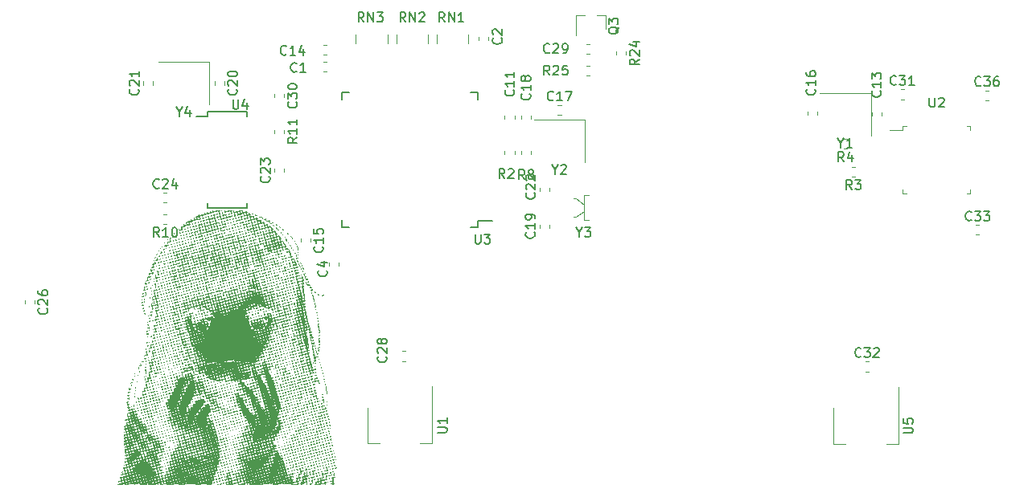
<source format=gbr>
%FSLAX46Y46*%
%MOMM*%
%ADD10C,0.12*%
%ADD11C,0.15*%
D10*
%LPD*%
G01X74971267Y-70690000D02*
X74628733D01*
X74971267Y-71710000D02*
X74628733D01*
X90990000Y-68421267D02*
Y-68078733D01*
X92010000Y-68421267D02*
Y-68078733D01*
X75240000Y-91828733D02*
Y-92171267D01*
X76260000Y-91828733D02*
Y-92171267D01*
X94760000Y-76671267D02*
Y-76328733D01*
X93740000Y-76671267D02*
Y-76328733D01*
X133410000Y-76371267D02*
Y-76028733D01*
X132390000Y-76371267D02*
Y-76028733D01*
X74971267Y-69910000D02*
X74628733D01*
X74971267Y-68890000D02*
X74628733D01*
X72240000Y-89328733D02*
Y-89671267D01*
X73260000Y-89328733D02*
Y-89671267D01*
X126610000Y-75928733D02*
Y-76271267D01*
X125590000Y-75928733D02*
Y-76271267D01*
X99328733Y-75240000D02*
X99671267D01*
X99328733Y-76260000D02*
X99671267D01*
X95490000Y-76328733D02*
Y-76671267D01*
X96510000Y-76328733D02*
Y-76671267D01*
X98410000Y-88171267D02*
Y-87828733D01*
X97390000Y-88171267D02*
Y-87828733D01*
X63201221Y-72740795D02*
Y-73083329D01*
X64221221Y-72740795D02*
Y-73083329D01*
X55701221D02*
Y-72740795D01*
X56721221Y-73083329D02*
Y-72740795D01*
X98410000Y-83928733D02*
Y-84271267D01*
X97390000Y-83928733D02*
Y-84271267D01*
X69490000Y-82296267D02*
Y-81953733D01*
X70510000Y-82296267D02*
Y-81953733D01*
X57828733Y-85510000D02*
X58171267D01*
X57828733Y-84490000D02*
X58171267D01*
X44260000Y-95828733D02*
Y-96171267D01*
X43240000Y-95828733D02*
Y-96171267D01*
X83271267Y-102210000D02*
X82928733D01*
X83271267Y-101190000D02*
X82928733D01*
X102678307Y-69822058D02*
X102335773D01*
X102678307Y-68802058D02*
X102335773D01*
X104380000Y-65740000D02*
X103450000D01*
X101220000D02*
X102150000D01*
X101220000D02*
Y-67900000D01*
X104380000Y-65740000D02*
Y-67200000D01*
X94760000Y-80421267D02*
Y-80078733D01*
X93740000Y-80421267D02*
Y-80078733D01*
X130621267Y-81740000D02*
X130278733D01*
X130621267Y-82760000D02*
X130278733D01*
X129771267Y-79810000D02*
X129428733D01*
X129771267Y-78790000D02*
X129428733D01*
X95490000Y-80421267D02*
Y-80078733D01*
X96510000Y-80421267D02*
Y-80078733D01*
X58171267Y-87760000D02*
X57828733D01*
X58171267Y-86740000D02*
X57828733D01*
X69490000Y-77828733D02*
Y-78171267D01*
X70510000Y-77828733D02*
Y-78171267D01*
X106510000Y-69578733D02*
Y-69921267D01*
X105490000Y-69578733D02*
Y-69921267D01*
X102335773Y-71052058D02*
X102678307D01*
X102335773Y-72072058D02*
X102678307D01*
X86570000Y-68750000D02*
Y-67750000D01*
X89930000Y-68750000D02*
Y-67750000D01*
X85680000Y-68750000D02*
Y-67750000D01*
X82320000Y-68750000D02*
Y-67750000D01*
X78070000Y-68750000D02*
Y-67750000D01*
X81430000Y-68750000D02*
Y-67750000D01*
X79290000Y-110910000D02*
X80550000D01*
X86110000D02*
X84850000D01*
X79290000Y-107150000D02*
Y-110910000D01*
X86110000Y-104900000D02*
Y-110910000D01*
X142760000Y-77440000D02*
Y-77860000D01*
Y-84560000D02*
Y-84140000D01*
X135640000Y-84560000D02*
Y-84140000D01*
Y-77440000D02*
X136060000D01*
X142760000Y-84560000D02*
X142340000D01*
X142760000Y-77440000D02*
X142340000D01*
X135640000Y-77860000D02*
X134260000D01*
X135640000Y-77440000D02*
Y-77860000D01*
Y-84560000D02*
X136060000D01*
D11*
X90875000Y-88125000D02*
Y-87475000D01*
X76625000Y-88125000D02*
Y-87365000D01*
Y-73875000D02*
Y-74635000D01*
X90875000Y-73875000D02*
Y-74635000D01*
Y-88125000D02*
X90115000D01*
X90875000Y-73875000D02*
X90115000D01*
X76625000D02*
X77385000D01*
X76625000Y-88125000D02*
X77385000D01*
X90875000Y-87475000D02*
X92400000D01*
X62425000Y-75920000D02*
Y-76400000D01*
X66575000Y-75920000D02*
Y-76400000D01*
Y-86080000D02*
Y-85600000D01*
X62425000Y-86080000D02*
Y-85600000D01*
Y-75920000D02*
X66575000D01*
X62425000Y-86080000D02*
X66575000D01*
X62425000Y-76400000D02*
X61300000D01*
D10*
X70510000Y-74078733D02*
Y-74421267D01*
X69490000Y-74078733D02*
Y-74421267D01*
X131703733Y-102290000D02*
X132046267D01*
X131703733Y-103310000D02*
X132046267D01*
X143328733Y-87890000D02*
X143671267D01*
X143328733Y-88910000D02*
X143671267D01*
X128340000Y-110960000D02*
X129600000D01*
X135160000D02*
X133900000D01*
X128340000Y-107200000D02*
Y-110960000D01*
X135160000Y-104950000D02*
Y-110960000D01*
X135403733Y-73590000D02*
X135746267D01*
X135403733Y-74610000D02*
X135746267D01*
X144328733Y-73690000D02*
X144671267D01*
X144328733Y-74710000D02*
X144671267D01*
X132300000Y-78450000D02*
Y-73950000D01*
X126900000D01*
X102200000Y-81250000D02*
Y-76750000D01*
X96800000D01*
X102600000Y-87350000D02*
X102100000D01*
Y-84750000D01*
X102600000D01*
X102100000Y-86400000D02*
X101200000Y-87000000D01*
X101000000D01*
X102100000Y-85700000D02*
X101200000Y-85100000D01*
X101000000D01*
X62661221Y-70662062D02*
X57261221D01*
X62661221Y-75162062D02*
Y-70662062D01*
D11*
X71833333Y-71657142D02*
X71785714Y-71704761D01*
X71642857Y-71752380D01*
X71547619D01*
X71404761Y-71704761D01*
X71309523Y-71609523D01*
X71261904Y-71514285D01*
X71214285Y-71323809D01*
Y-71180952D01*
X71261904Y-70990476D01*
X71309523Y-70895238D01*
X71404761Y-70800000D01*
X71547619Y-70752380D01*
X71642857D01*
X71785714Y-70800000D01*
X71833333Y-70847619D01*
X72785714Y-71752380D02*
X72214285D01*
X72500000D02*
Y-70752380D01*
X72404761Y-70895238D01*
X72309523Y-70990476D01*
X72214285Y-71038095D01*
X93357142Y-68166666D02*
X93404761Y-68214285D01*
X93452380Y-68357142D01*
Y-68452380D01*
X93404761Y-68595238D01*
X93309523Y-68690476D01*
X93214285Y-68738095D01*
X93023809Y-68785714D01*
X92880952D01*
X92690476Y-68738095D01*
X92595238Y-68690476D01*
X92500000Y-68595238D01*
X92452380Y-68452380D01*
Y-68357142D01*
X92500000Y-68214285D01*
X92547619Y-68166666D01*
Y-67785714D02*
X92500000Y-67738095D01*
X92452380Y-67642857D01*
Y-67404761D01*
X92500000Y-67309523D01*
X92547619Y-67261904D01*
X92642857Y-67214285D01*
X92738095D01*
X92880952Y-67261904D01*
X93452380Y-67833333D01*
Y-67214285D01*
X74957142Y-92666666D02*
X75004761Y-92714285D01*
X75052380Y-92857142D01*
Y-92952380D01*
X75004761Y-93095238D01*
X74909523Y-93190476D01*
X74814285Y-93238095D01*
X74623809Y-93285714D01*
X74480952D01*
X74290476Y-93238095D01*
X74195238Y-93190476D01*
X74100000Y-93095238D01*
X74052380Y-92952380D01*
Y-92857142D01*
X74100000Y-92714285D01*
X74147619Y-92666666D01*
X74385714Y-91809523D02*
X75052380D01*
X74004761Y-92047619D02*
X74719047Y-92285714D01*
Y-91666666D01*
X94657142Y-73642857D02*
X94704761Y-73690476D01*
X94752380Y-73833333D01*
Y-73928571D01*
X94704761Y-74071428D01*
X94609523Y-74166666D01*
X94514285Y-74214285D01*
X94323809Y-74261904D01*
X94180952D01*
X93990476Y-74214285D01*
X93895238Y-74166666D01*
X93800000Y-74071428D01*
X93752380Y-73928571D01*
Y-73833333D01*
X93800000Y-73690476D01*
X93847619Y-73642857D01*
X94752380Y-72690476D02*
Y-73261904D01*
Y-72976190D02*
X93752380D01*
X93895238Y-73071428D01*
X93990476Y-73166666D01*
X94038095Y-73261904D01*
X94752380Y-71738095D02*
Y-72309523D01*
Y-72023809D02*
X93752380D01*
X93895238Y-72119047D01*
X93990476Y-72214285D01*
X94038095Y-72309523D01*
X133257142Y-73742857D02*
X133304761Y-73790476D01*
X133352380Y-73933333D01*
Y-74028571D01*
X133304761Y-74171428D01*
X133209523Y-74266666D01*
X133114285Y-74314285D01*
X132923809Y-74361904D01*
X132780952D01*
X132590476Y-74314285D01*
X132495238Y-74266666D01*
X132400000Y-74171428D01*
X132352380Y-74028571D01*
Y-73933333D01*
X132400000Y-73790476D01*
X132447619Y-73742857D01*
X133352380Y-72790476D02*
Y-73361904D01*
Y-73076190D02*
X132352380D01*
X132495238Y-73171428D01*
X132590476Y-73266666D01*
X132638095Y-73361904D01*
X132352380Y-72457142D02*
Y-71838095D01*
X132733333Y-72171428D01*
Y-72028571D01*
X132780952Y-71933333D01*
X132828571Y-71885714D01*
X132923809Y-71838095D01*
X133161904D01*
X133257142Y-71885714D01*
X133304761Y-71933333D01*
X133352380Y-72028571D01*
Y-72314285D01*
X133304761Y-72409523D01*
X133257142Y-72457142D01*
X70757142Y-69857142D02*
X70709523Y-69904761D01*
X70566666Y-69952380D01*
X70471428D01*
X70328571Y-69904761D01*
X70233333Y-69809523D01*
X70185714Y-69714285D01*
X70138095Y-69523809D01*
Y-69380952D01*
X70185714Y-69190476D01*
X70233333Y-69095238D01*
X70328571Y-69000000D01*
X70471428Y-68952380D01*
X70566666D01*
X70709523Y-69000000D01*
X70757142Y-69047619D01*
X71709523Y-69952380D02*
X71138095D01*
X71423809D02*
Y-68952380D01*
X71328571Y-69095238D01*
X71233333Y-69190476D01*
X71138095Y-69238095D01*
X72566666Y-69285714D02*
Y-69952380D01*
X72328571Y-68904761D02*
X72090476Y-69619047D01*
X72709523D01*
X74537142Y-90142857D02*
X74584761Y-90190476D01*
X74632380Y-90333333D01*
Y-90428571D01*
X74584761Y-90571428D01*
X74489523Y-90666666D01*
X74394285Y-90714285D01*
X74203809Y-90761904D01*
X74060952D01*
X73870476Y-90714285D01*
X73775238Y-90666666D01*
X73680000Y-90571428D01*
X73632380Y-90428571D01*
Y-90333333D01*
X73680000Y-90190476D01*
X73727619Y-90142857D01*
X74632380Y-89190476D02*
Y-89761904D01*
Y-89476190D02*
X73632380D01*
X73775238Y-89571428D01*
X73870476Y-89666666D01*
X73918095Y-89761904D01*
X73632380Y-88285714D02*
Y-88761904D01*
X74108571Y-88809523D01*
X74060952Y-88761904D01*
X74013333Y-88666666D01*
Y-88428571D01*
X74060952Y-88333333D01*
X74108571Y-88285714D01*
X74203809Y-88238095D01*
X74441904D01*
X74537142Y-88285714D01*
X74584761Y-88333333D01*
X74632380Y-88428571D01*
Y-88666666D01*
X74584761Y-88761904D01*
X74537142Y-88809523D01*
X126357142Y-73542857D02*
X126404761Y-73590476D01*
X126452380Y-73733333D01*
Y-73828571D01*
X126404761Y-73971428D01*
X126309523Y-74066666D01*
X126214285Y-74114285D01*
X126023809Y-74161904D01*
X125880952D01*
X125690476Y-74114285D01*
X125595238Y-74066666D01*
X125500000Y-73971428D01*
X125452380Y-73828571D01*
Y-73733333D01*
X125500000Y-73590476D01*
X125547619Y-73542857D01*
X126452380Y-72590476D02*
Y-73161904D01*
Y-72876190D02*
X125452380D01*
X125595238Y-72971428D01*
X125690476Y-73066666D01*
X125738095Y-73161904D01*
X125452380Y-71733333D02*
Y-71923809D01*
X125500000Y-72019047D01*
X125547619Y-72066666D01*
X125690476Y-72161904D01*
X125880952Y-72209523D01*
X126261904D01*
X126357142Y-72161904D01*
X126404761Y-72114285D01*
X126452380Y-72019047D01*
Y-71828571D01*
X126404761Y-71733333D01*
X126357142Y-71685714D01*
X126261904Y-71638095D01*
X126023809D01*
X125928571Y-71685714D01*
X125880952Y-71733333D01*
X125833333Y-71828571D01*
Y-72019047D01*
X125880952Y-72114285D01*
X125928571Y-72161904D01*
X126023809Y-72209523D01*
X98857142Y-74677142D02*
X98809523Y-74724761D01*
X98666666Y-74772380D01*
X98571428D01*
X98428571Y-74724761D01*
X98333333Y-74629523D01*
X98285714Y-74534285D01*
X98238095Y-74343809D01*
Y-74200952D01*
X98285714Y-74010476D01*
X98333333Y-73915238D01*
X98428571Y-73820000D01*
X98571428Y-73772380D01*
X98666666D01*
X98809523Y-73820000D01*
X98857142Y-73867619D01*
X99809523Y-74772380D02*
X99238095D01*
X99523809D02*
Y-73772380D01*
X99428571Y-73915238D01*
X99333333Y-74010476D01*
X99238095Y-74058095D01*
X100142857Y-73772380D02*
X100809523D01*
X100380952Y-74772380D01*
X96357142Y-74042857D02*
X96404761Y-74090476D01*
X96452380Y-74233333D01*
Y-74328571D01*
X96404761Y-74471428D01*
X96309523Y-74566666D01*
X96214285Y-74614285D01*
X96023809Y-74661904D01*
X95880952D01*
X95690476Y-74614285D01*
X95595238Y-74566666D01*
X95500000Y-74471428D01*
X95452380Y-74328571D01*
Y-74233333D01*
X95500000Y-74090476D01*
X95547619Y-74042857D01*
X96452380Y-73090476D02*
Y-73661904D01*
Y-73376190D02*
X95452380D01*
X95595238Y-73471428D01*
X95690476Y-73566666D01*
X95738095Y-73661904D01*
X95880952Y-72519047D02*
X95833333Y-72614285D01*
X95785714Y-72661904D01*
X95690476Y-72709523D01*
X95642857D01*
X95547619Y-72661904D01*
X95500000Y-72614285D01*
X95452380Y-72519047D01*
Y-72328571D01*
X95500000Y-72233333D01*
X95547619Y-72185714D01*
X95642857Y-72138095D01*
X95690476D01*
X95785714Y-72185714D01*
X95833333Y-72233333D01*
X95880952Y-72328571D01*
Y-72519047D01*
X95928571Y-72614285D01*
X95976190Y-72661904D01*
X96071428Y-72709523D01*
X96261904D01*
X96357142Y-72661904D01*
X96404761Y-72614285D01*
X96452380Y-72519047D01*
Y-72328571D01*
X96404761Y-72233333D01*
X96357142Y-72185714D01*
X96261904Y-72138095D01*
X96071428D01*
X95976190Y-72185714D01*
X95928571Y-72233333D01*
X95880952Y-72328571D01*
X96827142Y-88642857D02*
X96874761Y-88690476D01*
X96922380Y-88833333D01*
Y-88928571D01*
X96874761Y-89071428D01*
X96779523Y-89166666D01*
X96684285Y-89214285D01*
X96493809Y-89261904D01*
X96350952D01*
X96160476Y-89214285D01*
X96065238Y-89166666D01*
X95970000Y-89071428D01*
X95922380Y-88928571D01*
Y-88833333D01*
X95970000Y-88690476D01*
X96017619Y-88642857D01*
X96922380Y-87690476D02*
Y-88261904D01*
Y-87976190D02*
X95922380D01*
X96065238Y-88071428D01*
X96160476Y-88166666D01*
X96208095Y-88261904D01*
X96922380Y-87214285D02*
Y-87023809D01*
X96874761Y-86928571D01*
X96827142Y-86880952D01*
X96684285Y-86785714D01*
X96493809Y-86738095D01*
X96112857D01*
X96017619Y-86785714D01*
X95970000Y-86833333D01*
X95922380Y-86928571D01*
Y-87119047D01*
X95970000Y-87214285D01*
X96017619Y-87261904D01*
X96112857Y-87309523D01*
X96350952D01*
X96446190Y-87261904D01*
X96493809Y-87214285D01*
X96541428Y-87119047D01*
Y-86928571D01*
X96493809Y-86833333D01*
X96446190Y-86785714D01*
X96350952Y-86738095D01*
X65498363Y-73554919D02*
X65545982Y-73602538D01*
X65593601Y-73745395D01*
Y-73840633D01*
X65545982Y-73983490D01*
X65450744Y-74078728D01*
X65355506Y-74126347D01*
X65165030Y-74173966D01*
X65022173D01*
X64831697Y-74126347D01*
X64736459Y-74078728D01*
X64641221Y-73983490D01*
X64593601Y-73840633D01*
Y-73745395D01*
X64641221Y-73602538D01*
X64688840Y-73554919D01*
Y-73173966D02*
X64641221Y-73126347D01*
X64593601Y-73031109D01*
Y-72793014D01*
X64641221Y-72697776D01*
X64688840Y-72650157D01*
X64784078Y-72602538D01*
X64879316D01*
X65022173Y-72650157D01*
X65593601Y-73221585D01*
Y-72602538D01*
X64593601Y-71983490D02*
Y-71888252D01*
X64641221Y-71793014D01*
X64688840Y-71745395D01*
X64784078Y-71697776D01*
X64974554Y-71650157D01*
X65212649D01*
X65403125Y-71697776D01*
X65498363Y-71745395D01*
X65545982Y-71793014D01*
X65593601Y-71888252D01*
Y-71983490D01*
X65545982Y-72078728D01*
X65498363Y-72126347D01*
X65403125Y-72173966D01*
X65212649Y-72221585D01*
X64974554D01*
X64784078Y-72173966D01*
X64688840Y-72126347D01*
X64641221Y-72078728D01*
X64593601Y-71983490D01*
X55138363Y-73554919D02*
X55185982Y-73602538D01*
X55233601Y-73745395D01*
Y-73840633D01*
X55185982Y-73983490D01*
X55090744Y-74078728D01*
X54995506Y-74126347D01*
X54805030Y-74173966D01*
X54662173D01*
X54471697Y-74126347D01*
X54376459Y-74078728D01*
X54281221Y-73983490D01*
X54233601Y-73840633D01*
Y-73745395D01*
X54281221Y-73602538D01*
X54328840Y-73554919D01*
Y-73173966D02*
X54281221Y-73126347D01*
X54233601Y-73031109D01*
Y-72793014D01*
X54281221Y-72697776D01*
X54328840Y-72650157D01*
X54424078Y-72602538D01*
X54519316D01*
X54662173Y-72650157D01*
X55233601Y-73221585D01*
Y-72602538D01*
Y-71650157D02*
Y-72221585D01*
Y-71935871D02*
X54233601D01*
X54376459Y-72031109D01*
X54471697Y-72126347D01*
X54519316Y-72221585D01*
X96857142Y-84492857D02*
X96904761Y-84540476D01*
X96952380Y-84683333D01*
Y-84778571D01*
X96904761Y-84921428D01*
X96809523Y-85016666D01*
X96714285Y-85064285D01*
X96523809Y-85111904D01*
X96380952D01*
X96190476Y-85064285D01*
X96095238Y-85016666D01*
X96000000Y-84921428D01*
X95952380Y-84778571D01*
Y-84683333D01*
X96000000Y-84540476D01*
X96047619Y-84492857D01*
Y-84111904D02*
X96000000Y-84064285D01*
X95952380Y-83969047D01*
Y-83730952D01*
X96000000Y-83635714D01*
X96047619Y-83588095D01*
X96142857Y-83540476D01*
X96238095D01*
X96380952Y-83588095D01*
X96952380Y-84159523D01*
Y-83540476D01*
X96047619Y-83159523D02*
X96000000Y-83111904D01*
X95952380Y-83016666D01*
Y-82778571D01*
X96000000Y-82683333D01*
X96047619Y-82635714D01*
X96142857Y-82588095D01*
X96238095D01*
X96380952Y-82635714D01*
X96952380Y-83207142D01*
Y-82588095D01*
X68927142Y-82767857D02*
X68974761Y-82815476D01*
X69022380Y-82958333D01*
Y-83053571D01*
X68974761Y-83196428D01*
X68879523Y-83291666D01*
X68784285Y-83339285D01*
X68593809Y-83386904D01*
X68450952D01*
X68260476Y-83339285D01*
X68165238Y-83291666D01*
X68070000Y-83196428D01*
X68022380Y-83053571D01*
Y-82958333D01*
X68070000Y-82815476D01*
X68117619Y-82767857D01*
Y-82386904D02*
X68070000Y-82339285D01*
X68022380Y-82244047D01*
Y-82005952D01*
X68070000Y-81910714D01*
X68117619Y-81863095D01*
X68212857Y-81815476D01*
X68308095D01*
X68450952Y-81863095D01*
X69022380Y-82434523D01*
Y-81815476D01*
X68022380Y-81482142D02*
Y-80863095D01*
X68403333Y-81196428D01*
Y-81053571D01*
X68450952Y-80958333D01*
X68498571Y-80910714D01*
X68593809Y-80863095D01*
X68831904D01*
X68927142Y-80910714D01*
X68974761Y-80958333D01*
X69022380Y-81053571D01*
Y-81339285D01*
X68974761Y-81434523D01*
X68927142Y-81482142D01*
X57357142Y-83927142D02*
X57309523Y-83974761D01*
X57166666Y-84022380D01*
X57071428D01*
X56928571Y-83974761D01*
X56833333Y-83879523D01*
X56785714Y-83784285D01*
X56738095Y-83593809D01*
Y-83450952D01*
X56785714Y-83260476D01*
X56833333Y-83165238D01*
X56928571Y-83070000D01*
X57071428Y-83022380D01*
X57166666D01*
X57309523Y-83070000D01*
X57357142Y-83117619D01*
X57738095D02*
X57785714Y-83070000D01*
X57880952Y-83022380D01*
X58119047D01*
X58214285Y-83070000D01*
X58261904Y-83117619D01*
X58309523Y-83212857D01*
Y-83308095D01*
X58261904Y-83450952D01*
X57690476Y-84022380D01*
X58309523D01*
X59166666Y-83355714D02*
Y-84022380D01*
X58928571Y-82974761D02*
X58690476Y-83689047D01*
X59309523D01*
X45537142Y-96642857D02*
X45584761Y-96690476D01*
X45632380Y-96833333D01*
Y-96928571D01*
X45584761Y-97071428D01*
X45489523Y-97166666D01*
X45394285Y-97214285D01*
X45203809Y-97261904D01*
X45060952D01*
X44870476Y-97214285D01*
X44775238Y-97166666D01*
X44680000Y-97071428D01*
X44632380Y-96928571D01*
Y-96833333D01*
X44680000Y-96690476D01*
X44727619Y-96642857D01*
Y-96261904D02*
X44680000Y-96214285D01*
X44632380Y-96119047D01*
Y-95880952D01*
X44680000Y-95785714D01*
X44727619Y-95738095D01*
X44822857Y-95690476D01*
X44918095D01*
X45060952Y-95738095D01*
X45632380Y-96309523D01*
Y-95690476D01*
X44632380Y-94833333D02*
Y-95023809D01*
X44680000Y-95119047D01*
X44727619Y-95166666D01*
X44870476Y-95261904D01*
X45060952Y-95309523D01*
X45441904D01*
X45537142Y-95261904D01*
X45584761Y-95214285D01*
X45632380Y-95119047D01*
Y-94928571D01*
X45584761Y-94833333D01*
X45537142Y-94785714D01*
X45441904Y-94738095D01*
X45203809D01*
X45108571Y-94785714D01*
X45060952Y-94833333D01*
X45013333Y-94928571D01*
Y-95119047D01*
X45060952Y-95214285D01*
X45108571Y-95261904D01*
X45203809Y-95309523D01*
X81227142Y-101742857D02*
X81274761Y-101790476D01*
X81322380Y-101933333D01*
Y-102028571D01*
X81274761Y-102171428D01*
X81179523Y-102266666D01*
X81084285Y-102314285D01*
X80893809Y-102361904D01*
X80750952D01*
X80560476Y-102314285D01*
X80465238Y-102266666D01*
X80370000Y-102171428D01*
X80322380Y-102028571D01*
Y-101933333D01*
X80370000Y-101790476D01*
X80417619Y-101742857D01*
Y-101361904D02*
X80370000Y-101314285D01*
X80322380Y-101219047D01*
Y-100980952D01*
X80370000Y-100885714D01*
X80417619Y-100838095D01*
X80512857Y-100790476D01*
X80608095D01*
X80750952Y-100838095D01*
X81322380Y-101409523D01*
Y-100790476D01*
X80750952Y-100219047D02*
X80703333Y-100314285D01*
X80655714Y-100361904D01*
X80560476Y-100409523D01*
X80512857D01*
X80417619Y-100361904D01*
X80370000Y-100314285D01*
X80322380Y-100219047D01*
Y-100028571D01*
X80370000Y-99933333D01*
X80417619Y-99885714D01*
X80512857Y-99838095D01*
X80560476D01*
X80655714Y-99885714D01*
X80703333Y-99933333D01*
X80750952Y-100028571D01*
Y-100219047D01*
X80798571Y-100314285D01*
X80846190Y-100361904D01*
X80941428Y-100409523D01*
X81131904D01*
X81227142Y-100361904D01*
X81274761Y-100314285D01*
X81322380Y-100219047D01*
Y-100028571D01*
X81274761Y-99933333D01*
X81227142Y-99885714D01*
X81131904Y-99838095D01*
X80941428D01*
X80846190Y-99885714D01*
X80798571Y-99933333D01*
X80750952Y-100028571D01*
X98457142Y-69657142D02*
X98409523Y-69704761D01*
X98266666Y-69752380D01*
X98171428D01*
X98028571Y-69704761D01*
X97933333Y-69609523D01*
X97885714Y-69514285D01*
X97838095Y-69323809D01*
Y-69180952D01*
X97885714Y-68990476D01*
X97933333Y-68895238D01*
X98028571Y-68800000D01*
X98171428Y-68752380D01*
X98266666D01*
X98409523Y-68800000D01*
X98457142Y-68847619D01*
X98838095D02*
X98885714Y-68800000D01*
X98980952Y-68752380D01*
X99219047D01*
X99314285Y-68800000D01*
X99361904Y-68847619D01*
X99409523Y-68942857D01*
Y-69038095D01*
X99361904Y-69180952D01*
X98790476Y-69752380D01*
X99409523D01*
X99885714D02*
X100076190D01*
X100171428Y-69704761D01*
X100219047Y-69657142D01*
X100314285Y-69514285D01*
X100361904Y-69323809D01*
Y-68942857D01*
X100314285Y-68847619D01*
X100266666Y-68800000D01*
X100171428Y-68752380D01*
X99980952D01*
X99885714Y-68800000D01*
X99838095Y-68847619D01*
X99790476Y-68942857D01*
Y-69180952D01*
X99838095Y-69276190D01*
X99885714Y-69323809D01*
X99980952Y-69371428D01*
X100171428D01*
X100266666Y-69323809D01*
X100314285Y-69276190D01*
X100361904Y-69180952D01*
X105759677Y-66988198D02*
X105712058Y-67083436D01*
X105616819Y-67178674D01*
X105473962Y-67321531D01*
X105426343Y-67416769D01*
Y-67512007D01*
X105664438Y-67464388D02*
X105616819Y-67559626D01*
X105521581Y-67654864D01*
X105331105Y-67702483D01*
X104997772D01*
X104807296Y-67654864D01*
X104712058Y-67559626D01*
X104664438Y-67464388D01*
Y-67273912D01*
X104712058Y-67178674D01*
X104807296Y-67083436D01*
X104997772Y-67035817D01*
X105331105D01*
X105521581Y-67083436D01*
X105616819Y-67178674D01*
X105664438Y-67273912D01*
Y-67464388D01*
X104664438Y-66702483D02*
Y-66083436D01*
X105045391Y-66416769D01*
Y-66273912D01*
X105093010Y-66178674D01*
X105140629Y-66131055D01*
X105235867Y-66083436D01*
X105473962D01*
X105569200Y-66131055D01*
X105616819Y-66178674D01*
X105664438Y-66273912D01*
Y-66559626D01*
X105616819Y-66654864D01*
X105569200Y-66702483D01*
X93733333Y-82952380D02*
X93400000Y-82476190D01*
X93161904Y-82952380D02*
Y-81952380D01*
X93542857D01*
X93638095Y-82000000D01*
X93685714Y-82047619D01*
X93733333Y-82142857D01*
Y-82285714D01*
X93685714Y-82380952D01*
X93638095Y-82428571D01*
X93542857Y-82476190D01*
X93161904D01*
X94114285Y-82047619D02*
X94161904Y-82000000D01*
X94257142Y-81952380D01*
X94495238D01*
X94590476Y-82000000D01*
X94638095Y-82047619D01*
X94685714Y-82142857D01*
Y-82238095D01*
X94638095Y-82380952D01*
X94066666Y-82952380D01*
X94685714D01*
X130283333Y-84132380D02*
X129950000Y-83656190D01*
X129711904Y-84132380D02*
Y-83132380D01*
X130092857D01*
X130188095Y-83180000D01*
X130235714Y-83227619D01*
X130283333Y-83322857D01*
Y-83465714D01*
X130235714Y-83560952D01*
X130188095Y-83608571D01*
X130092857Y-83656190D01*
X129711904D01*
X130616666Y-83132380D02*
X131235714D01*
X130902380Y-83513333D01*
X131045238D01*
X131140476Y-83560952D01*
X131188095Y-83608571D01*
X131235714Y-83703809D01*
Y-83941904D01*
X131188095Y-84037142D01*
X131140476Y-84084761D01*
X131045238Y-84132380D01*
X130759523D01*
X130664285Y-84084761D01*
X130616666Y-84037142D01*
X129433333Y-81182380D02*
X129100000Y-80706190D01*
X128861904Y-81182380D02*
Y-80182380D01*
X129242857D01*
X129338095Y-80230000D01*
X129385714Y-80277619D01*
X129433333Y-80372857D01*
Y-80515714D01*
X129385714Y-80610952D01*
X129338095Y-80658571D01*
X129242857Y-80706190D01*
X128861904D01*
X130290476Y-80515714D02*
Y-81182380D01*
X130052380Y-80134761D02*
X129814285Y-80849047D01*
X130433333D01*
X95833333Y-83052380D02*
X95500000Y-82576190D01*
X95261904Y-83052380D02*
Y-82052380D01*
X95642857D01*
X95738095Y-82100000D01*
X95785714Y-82147619D01*
X95833333Y-82242857D01*
Y-82385714D01*
X95785714Y-82480952D01*
X95738095Y-82528571D01*
X95642857Y-82576190D01*
X95261904D01*
X96404761Y-82480952D02*
X96309523Y-82433333D01*
X96261904Y-82385714D01*
X96214285Y-82290476D01*
Y-82242857D01*
X96261904Y-82147619D01*
X96309523Y-82100000D01*
X96404761Y-82052380D01*
X96595238D01*
X96690476Y-82100000D01*
X96738095Y-82147619D01*
X96785714Y-82242857D01*
Y-82290476D01*
X96738095Y-82385714D01*
X96690476Y-82433333D01*
X96595238Y-82480952D01*
X96404761D01*
X96309523Y-82528571D01*
X96261904Y-82576190D01*
X96214285Y-82671428D01*
Y-82861904D01*
X96261904Y-82957142D01*
X96309523Y-83004761D01*
X96404761Y-83052380D01*
X96595238D01*
X96690476Y-83004761D01*
X96738095Y-82957142D01*
X96785714Y-82861904D01*
Y-82671428D01*
X96738095Y-82576190D01*
X96690476Y-82528571D01*
X96595238Y-82480952D01*
X57357142Y-89132380D02*
X57023809Y-88656190D01*
X56785714Y-89132380D02*
Y-88132380D01*
X57166666D01*
X57261904Y-88180000D01*
X57309523Y-88227619D01*
X57357142Y-88322857D01*
Y-88465714D01*
X57309523Y-88560952D01*
X57261904Y-88608571D01*
X57166666Y-88656190D01*
X56785714D01*
X58309523Y-89132380D02*
X57738095D01*
X58023809D02*
Y-88132380D01*
X57928571Y-88275238D01*
X57833333Y-88370476D01*
X57738095Y-88418095D01*
X58928571Y-88132380D02*
X59023809D01*
X59119047Y-88180000D01*
X59166666Y-88227619D01*
X59214285Y-88322857D01*
X59261904Y-88513333D01*
Y-88751428D01*
X59214285Y-88941904D01*
X59166666Y-89037142D01*
X59119047Y-89084761D01*
X59023809Y-89132380D01*
X58928571D01*
X58833333Y-89084761D01*
X58785714Y-89037142D01*
X58738095Y-88941904D01*
X58690476Y-88751428D01*
Y-88513333D01*
X58738095Y-88322857D01*
X58785714Y-88227619D01*
X58833333Y-88180000D01*
X58928571Y-88132380D01*
X71882380Y-78642857D02*
X71406190Y-78976190D01*
X71882380Y-79214285D02*
X70882380D01*
Y-78833333D01*
X70930000Y-78738095D01*
X70977619Y-78690476D01*
X71072857Y-78642857D01*
X71215714D01*
X71310952Y-78690476D01*
X71358571Y-78738095D01*
X71406190Y-78833333D01*
Y-79214285D01*
X71882380Y-77690476D02*
Y-78261904D01*
Y-77976190D02*
X70882380D01*
X71025238Y-78071428D01*
X71120476Y-78166666D01*
X71168095Y-78261904D01*
X71882380Y-76738095D02*
Y-77309523D01*
Y-77023809D02*
X70882380D01*
X71025238Y-77119047D01*
X71120476Y-77214285D01*
X71168095Y-77309523D01*
X107882380Y-70392857D02*
X107406190Y-70726190D01*
X107882380Y-70964285D02*
X106882380D01*
Y-70583333D01*
X106930000Y-70488095D01*
X106977619Y-70440476D01*
X107072857Y-70392857D01*
X107215714D01*
X107310952Y-70440476D01*
X107358571Y-70488095D01*
X107406190Y-70583333D01*
Y-70964285D01*
X106977619Y-70011904D02*
X106930000Y-69964285D01*
X106882380Y-69869047D01*
Y-69630952D01*
X106930000Y-69535714D01*
X106977619Y-69488095D01*
X107072857Y-69440476D01*
X107168095D01*
X107310952Y-69488095D01*
X107882380Y-70059523D01*
Y-69440476D01*
X107215714Y-68583333D02*
X107882380D01*
X106834761Y-68821428D02*
X107549047Y-69059523D01*
Y-68440476D01*
X98457142Y-72052380D02*
X98123809Y-71576190D01*
X97885714Y-72052380D02*
Y-71052380D01*
X98266666D01*
X98361904Y-71100000D01*
X98409523Y-71147619D01*
X98457142Y-71242857D01*
Y-71385714D01*
X98409523Y-71480952D01*
X98361904Y-71528571D01*
X98266666Y-71576190D01*
X97885714D01*
X98838095Y-71147619D02*
X98885714Y-71100000D01*
X98980952Y-71052380D01*
X99219047D01*
X99314285Y-71100000D01*
X99361904Y-71147619D01*
X99409523Y-71242857D01*
Y-71338095D01*
X99361904Y-71480952D01*
X98790476Y-72052380D01*
X99409523D01*
X100314285Y-71052380D02*
X99838095D01*
X99790476Y-71528571D01*
X99838095Y-71480952D01*
X99933333Y-71433333D01*
X100171428D01*
X100266666Y-71480952D01*
X100314285Y-71528571D01*
X100361904Y-71623809D01*
Y-71861904D01*
X100314285Y-71957142D01*
X100266666Y-72004761D01*
X100171428Y-72052380D01*
X99933333D01*
X99838095Y-72004761D01*
X99790476Y-71957142D01*
X87409523Y-66452380D02*
X87076190Y-65976190D01*
X86838095Y-66452380D02*
Y-65452380D01*
X87219047D01*
X87314285Y-65500000D01*
X87361904Y-65547619D01*
X87409523Y-65642857D01*
Y-65785714D01*
X87361904Y-65880952D01*
X87314285Y-65928571D01*
X87219047Y-65976190D01*
X86838095D01*
X87838095Y-66452380D02*
Y-65452380D01*
X88409523Y-66452380D01*
Y-65452380D01*
X89409523Y-66452380D02*
X88838095D01*
X89123809D02*
Y-65452380D01*
X89028571Y-65595238D01*
X88933333Y-65690476D01*
X88838095Y-65738095D01*
X83309523Y-66452380D02*
X82976190Y-65976190D01*
X82738095Y-66452380D02*
Y-65452380D01*
X83119047D01*
X83214285Y-65500000D01*
X83261904Y-65547619D01*
X83309523Y-65642857D01*
Y-65785714D01*
X83261904Y-65880952D01*
X83214285Y-65928571D01*
X83119047Y-65976190D01*
X82738095D01*
X83738095Y-66452380D02*
Y-65452380D01*
X84309523Y-66452380D01*
Y-65452380D01*
X84738095Y-65547619D02*
X84785714Y-65500000D01*
X84880952Y-65452380D01*
X85119047D01*
X85214285Y-65500000D01*
X85261904Y-65547619D01*
X85309523Y-65642857D01*
Y-65738095D01*
X85261904Y-65880952D01*
X84690476Y-66452380D01*
X85309523D01*
X78909523D02*
X78576190Y-65976190D01*
X78338095Y-66452380D02*
Y-65452380D01*
X78719047D01*
X78814285Y-65500000D01*
X78861904Y-65547619D01*
X78909523Y-65642857D01*
Y-65785714D01*
X78861904Y-65880952D01*
X78814285Y-65928571D01*
X78719047Y-65976190D01*
X78338095D01*
X79338095Y-66452380D02*
Y-65452380D01*
X79909523Y-66452380D01*
Y-65452380D01*
X80290476D02*
X80909523D01*
X80576190Y-65833333D01*
X80719047D01*
X80814285Y-65880952D01*
X80861904Y-65928571D01*
X80909523Y-66023809D01*
Y-66261904D01*
X80861904Y-66357142D01*
X80814285Y-66404761D01*
X80719047Y-66452380D01*
X80433333D01*
X80338095Y-66404761D01*
X80290476Y-66357142D01*
X86652380Y-109761904D02*
X87461904D01*
X87557142Y-109714285D01*
X87604761Y-109666666D01*
X87652380Y-109571428D01*
Y-109380952D01*
X87604761Y-109285714D01*
X87557142Y-109238095D01*
X87461904Y-109190476D01*
X86652380D01*
X87652380Y-108190476D02*
Y-108761904D01*
Y-108476190D02*
X86652380D01*
X86795238Y-108571428D01*
X86890476Y-108666666D01*
X86938095Y-108761904D01*
X138438095Y-74452380D02*
Y-75261904D01*
X138485714Y-75357142D01*
X138533333Y-75404761D01*
X138628571Y-75452380D01*
X138819047D01*
X138914285Y-75404761D01*
X138961904Y-75357142D01*
X139009523Y-75261904D01*
Y-74452380D01*
X139438095Y-74547619D02*
X139485714Y-74500000D01*
X139580952Y-74452380D01*
X139819047D01*
X139914285Y-74500000D01*
X139961904Y-74547619D01*
X140009523Y-74642857D01*
Y-74738095D01*
X139961904Y-74880952D01*
X139390476Y-75452380D01*
X140009523D01*
X90638095Y-88852380D02*
Y-89661904D01*
X90685714Y-89757142D01*
X90733333Y-89804761D01*
X90828571Y-89852380D01*
X91019047D01*
X91114285Y-89804761D01*
X91161904Y-89757142D01*
X91209523Y-89661904D01*
Y-88852380D01*
X91590476D02*
X92209523D01*
X91876190Y-89233333D01*
X92019047D01*
X92114285Y-89280952D01*
X92161904Y-89328571D01*
X92209523Y-89423809D01*
Y-89661904D01*
X92161904Y-89757142D01*
X92114285Y-89804761D01*
X92019047Y-89852380D01*
X91733333D01*
X91638095Y-89804761D01*
X91590476Y-89757142D01*
X65138095Y-74652380D02*
Y-75461904D01*
X65185714Y-75557142D01*
X65233333Y-75604761D01*
X65328571Y-75652380D01*
X65519047D01*
X65614285Y-75604761D01*
X65661904Y-75557142D01*
X65709523Y-75461904D01*
Y-74652380D01*
X66614285Y-74985714D02*
Y-75652380D01*
X66376190Y-74604761D02*
X66138095Y-75319047D01*
X66757142D01*
X71787142Y-74892857D02*
X71834761Y-74940476D01*
X71882380Y-75083333D01*
Y-75178571D01*
X71834761Y-75321428D01*
X71739523Y-75416666D01*
X71644285Y-75464285D01*
X71453809Y-75511904D01*
X71310952D01*
X71120476Y-75464285D01*
X71025238Y-75416666D01*
X70930000Y-75321428D01*
X70882380Y-75178571D01*
Y-75083333D01*
X70930000Y-74940476D01*
X70977619Y-74892857D01*
X70882380Y-74559523D02*
Y-73940476D01*
X71263333Y-74273809D01*
Y-74130952D01*
X71310952Y-74035714D01*
X71358571Y-73988095D01*
X71453809Y-73940476D01*
X71691904D01*
X71787142Y-73988095D01*
X71834761Y-74035714D01*
X71882380Y-74130952D01*
Y-74416666D01*
X71834761Y-74511904D01*
X71787142Y-74559523D01*
X70882380Y-73321428D02*
Y-73226190D01*
X70930000Y-73130952D01*
X70977619Y-73083333D01*
X71072857Y-73035714D01*
X71263333Y-72988095D01*
X71501428D01*
X71691904Y-73035714D01*
X71787142Y-73083333D01*
X71834761Y-73130952D01*
X71882380Y-73226190D01*
Y-73321428D01*
X71834761Y-73416666D01*
X71787142Y-73464285D01*
X71691904Y-73511904D01*
X71501428Y-73559523D01*
X71263333D01*
X71072857Y-73511904D01*
X70977619Y-73464285D01*
X70930000Y-73416666D01*
X70882380Y-73321428D01*
X131232142Y-101727142D02*
X131184523Y-101774761D01*
X131041666Y-101822380D01*
X130946428D01*
X130803571Y-101774761D01*
X130708333Y-101679523D01*
X130660714Y-101584285D01*
X130613095Y-101393809D01*
Y-101250952D01*
X130660714Y-101060476D01*
X130708333Y-100965238D01*
X130803571Y-100870000D01*
X130946428Y-100822380D01*
X131041666D01*
X131184523Y-100870000D01*
X131232142Y-100917619D01*
X131565476Y-100822380D02*
X132184523D01*
X131851190Y-101203333D01*
X131994047D01*
X132089285Y-101250952D01*
X132136904Y-101298571D01*
X132184523Y-101393809D01*
Y-101631904D01*
X132136904Y-101727142D01*
X132089285Y-101774761D01*
X131994047Y-101822380D01*
X131708333D01*
X131613095Y-101774761D01*
X131565476Y-101727142D01*
X132565476Y-100917619D02*
X132613095Y-100870000D01*
X132708333Y-100822380D01*
X132946428D01*
X133041666Y-100870000D01*
X133089285Y-100917619D01*
X133136904Y-101012857D01*
Y-101108095D01*
X133089285Y-101250952D01*
X132517857Y-101822380D01*
X133136904D01*
X142857142Y-87327142D02*
X142809523Y-87374761D01*
X142666666Y-87422380D01*
X142571428D01*
X142428571Y-87374761D01*
X142333333Y-87279523D01*
X142285714Y-87184285D01*
X142238095Y-86993809D01*
Y-86850952D01*
X142285714Y-86660476D01*
X142333333Y-86565238D01*
X142428571Y-86470000D01*
X142571428Y-86422380D01*
X142666666D01*
X142809523Y-86470000D01*
X142857142Y-86517619D01*
X143190476Y-86422380D02*
X143809523D01*
X143476190Y-86803333D01*
X143619047D01*
X143714285Y-86850952D01*
X143761904Y-86898571D01*
X143809523Y-86993809D01*
Y-87231904D01*
X143761904Y-87327142D01*
X143714285Y-87374761D01*
X143619047Y-87422380D01*
X143333333D01*
X143238095Y-87374761D01*
X143190476Y-87327142D01*
X144142857Y-86422380D02*
X144761904D01*
X144428571Y-86803333D01*
X144571428D01*
X144666666Y-86850952D01*
X144714285Y-86898571D01*
X144761904Y-86993809D01*
Y-87231904D01*
X144714285Y-87327142D01*
X144666666Y-87374761D01*
X144571428Y-87422380D01*
X144285714D01*
X144190476Y-87374761D01*
X144142857Y-87327142D01*
X135702380Y-109811904D02*
X136511904D01*
X136607142Y-109764285D01*
X136654761Y-109716666D01*
X136702380Y-109621428D01*
Y-109430952D01*
X136654761Y-109335714D01*
X136607142Y-109288095D01*
X136511904Y-109240476D01*
X135702380D01*
Y-108288095D02*
Y-108764285D01*
X136178571Y-108811904D01*
X136130952Y-108764285D01*
X136083333Y-108669047D01*
Y-108430952D01*
X136130952Y-108335714D01*
X136178571Y-108288095D01*
X136273809Y-108240476D01*
X136511904D01*
X136607142Y-108288095D01*
X136654761Y-108335714D01*
X136702380Y-108430952D01*
Y-108669047D01*
X136654761Y-108764285D01*
X136607142Y-108811904D01*
X134932142Y-73027142D02*
X134884523Y-73074761D01*
X134741666Y-73122380D01*
X134646428D01*
X134503571Y-73074761D01*
X134408333Y-72979523D01*
X134360714Y-72884285D01*
X134313095Y-72693809D01*
Y-72550952D01*
X134360714Y-72360476D01*
X134408333Y-72265238D01*
X134503571Y-72170000D01*
X134646428Y-72122380D01*
X134741666D01*
X134884523Y-72170000D01*
X134932142Y-72217619D01*
X135265476Y-72122380D02*
X135884523D01*
X135551190Y-72503333D01*
X135694047D01*
X135789285Y-72550952D01*
X135836904Y-72598571D01*
X135884523Y-72693809D01*
Y-72931904D01*
X135836904Y-73027142D01*
X135789285Y-73074761D01*
X135694047Y-73122380D01*
X135408333D01*
X135313095Y-73074761D01*
X135265476Y-73027142D01*
X136836904Y-73122380D02*
X136265476D01*
X136551190D02*
Y-72122380D01*
X136455952Y-72265238D01*
X136360714Y-72360476D01*
X136265476Y-72408095D01*
X143857142Y-73127142D02*
X143809523Y-73174761D01*
X143666666Y-73222380D01*
X143571428D01*
X143428571Y-73174761D01*
X143333333Y-73079523D01*
X143285714Y-72984285D01*
X143238095Y-72793809D01*
Y-72650952D01*
X143285714Y-72460476D01*
X143333333Y-72365238D01*
X143428571Y-72270000D01*
X143571428Y-72222380D01*
X143666666D01*
X143809523Y-72270000D01*
X143857142Y-72317619D01*
X144190476Y-72222380D02*
X144809523D01*
X144476190Y-72603333D01*
X144619047D01*
X144714285Y-72650952D01*
X144761904Y-72698571D01*
X144809523Y-72793809D01*
Y-73031904D01*
X144761904Y-73127142D01*
X144714285Y-73174761D01*
X144619047Y-73222380D01*
X144333333D01*
X144238095Y-73174761D01*
X144190476Y-73127142D01*
X145666666Y-72222380D02*
X145476190D01*
X145380952Y-72270000D01*
X145333333Y-72317619D01*
X145238095Y-72460476D01*
X145190476Y-72650952D01*
Y-73031904D01*
X145238095Y-73127142D01*
X145285714Y-73174761D01*
X145380952Y-73222380D01*
X145571428D01*
X145666666Y-73174761D01*
X145714285Y-73127142D01*
X145761904Y-73031904D01*
Y-72793809D01*
X145714285Y-72698571D01*
X145666666Y-72650952D01*
X145571428Y-72603333D01*
X145380952D01*
X145285714Y-72650952D01*
X145238095Y-72698571D01*
X145190476Y-72793809D01*
X129123809Y-79226190D02*
Y-79702380D01*
X128790476Y-78702380D02*
X129123809Y-79226190D01*
X129457142Y-78702380D01*
X130314285Y-79702380D02*
X129742857D01*
X130028571D02*
Y-78702380D01*
X129933333Y-78845238D01*
X129838095Y-78940476D01*
X129742857Y-78988095D01*
X99023809Y-82026190D02*
Y-82502380D01*
X98690476Y-81502380D02*
X99023809Y-82026190D01*
X99357142Y-81502380D01*
X99642857Y-81597619D02*
X99690476Y-81550000D01*
X99785714Y-81502380D01*
X100023809D01*
X100119047Y-81550000D01*
X100166666Y-81597619D01*
X100214285Y-81692857D01*
Y-81788095D01*
X100166666Y-81930952D01*
X99595238Y-82502380D01*
X100214285D01*
X101573809Y-88646190D02*
Y-89122380D01*
X101240476Y-88122380D02*
X101573809Y-88646190D01*
X101907142Y-88122380D01*
X102145238D02*
X102764285D01*
X102430952Y-88503333D01*
X102573809D01*
X102669047Y-88550952D01*
X102716666Y-88598571D01*
X102764285Y-88693809D01*
Y-88931904D01*
X102716666Y-89027142D01*
X102669047Y-89074761D01*
X102573809Y-89122380D01*
X102288095D01*
X102192857Y-89074761D01*
X102145238Y-89027142D01*
X59485030Y-75938252D02*
Y-76414442D01*
X59151697Y-75414442D02*
X59485030Y-75938252D01*
X59818363Y-75414442D01*
X60580268Y-75747776D02*
Y-76414442D01*
X60342173Y-75366823D02*
X60104078Y-76081109D01*
X60723125D01*
G36*
D10*
X67198257Y-86749770D02*
X67183105Y-86734618D01*
X67137651D01*
X67107348Y-86719467D01*
X67077045Y-86704315D01*
Y-86628558D01*
X67122499Y-86643709D01*
X67228560Y-86689164D01*
X67258863D01*
Y-86719467D01*
X67228560Y-86749770D01*
X67198257D01*
G37*
G36*
X67592196Y-86916436D02*
X67546742Y-86901285D01*
X67516439Y-86886133D01*
X67486136Y-86870982D01*
Y-86764921D01*
X67531590Y-86780073D01*
X67607348Y-86825527D01*
X67683105Y-86840679D01*
X67728560Y-86855830D01*
X67698257Y-86870982D01*
X67652802Y-86916436D01*
X67592196D01*
G37*
G36*
X65137651Y-87310376D02*
X65031590Y-87249770D01*
X65046742Y-87204315D01*
X65077045Y-87174012D01*
X65092196Y-87128558D01*
Y-87098255D01*
X65198257Y-87174012D01*
X65213408Y-87219467D01*
X65183105Y-87249770D01*
Y-87280073D01*
X65167954Y-87310376D01*
X65137651D01*
G37*
G36*
X64849772Y-87386133D02*
X64819469Y-87355830D01*
X64728560Y-87325527D01*
X64774014Y-87280073D01*
X64789166Y-87234618D01*
X64849772Y-87219467D01*
X64880075Y-87234618D01*
X64910378Y-87249770D01*
X64925529Y-87295224D01*
X64895226Y-87340679D01*
X64849772Y-87386133D01*
G37*
G36*
X65213408Y-87598255D02*
X65107348Y-87537649D01*
X65137651Y-87507346D01*
X65167954Y-87461891D01*
X65198257Y-87416436D01*
X65243711Y-87461891D01*
X65289166Y-87477042D01*
X65304317Y-87507346D01*
X65258863Y-87552800D01*
X65243711Y-87598255D01*
X65213408D01*
G37*
G36*
X61713408Y-87552800D02*
X61652802Y-87537649D01*
Y-87507346D01*
X61683105Y-87477042D01*
X61698257Y-87446739D01*
X61713408Y-87401285D01*
Y-87370982D01*
X61804317Y-87446739D01*
X61864923Y-87461891D01*
X61804317Y-87552800D01*
X61789166Y-87613406D01*
X61713408Y-87552800D01*
G37*
G36*
X64925529Y-87689164D02*
X64880075Y-87658861D01*
X64849772Y-87628558D01*
Y-87583103D01*
X64895226Y-87507346D01*
X64940681Y-87522497D01*
X65016439Y-87567952D01*
X65001287Y-87598255D01*
X64970984Y-87628558D01*
X64955832Y-87689164D01*
X64925529D01*
G37*
G36*
X61486136D02*
X61395226Y-87613406D01*
X61364923D01*
Y-87583103D01*
X61425529Y-87507346D01*
Y-87461891D01*
X61486136Y-87507346D01*
X61561893Y-87537649D01*
Y-87567952D01*
X61516439Y-87613406D01*
X61501287Y-87643709D01*
X61486136Y-87689164D01*
G37*
G36*
X69349772Y-87719467D02*
X69289166Y-87689164D01*
X69258863Y-87658861D01*
Y-87613406D01*
X69274014Y-87598255D01*
Y-87552800D01*
X69319469Y-87567952D01*
X69440681Y-87628558D01*
X69470984Y-87658861D01*
X69440681D01*
X69380075Y-87719467D01*
X69349772D01*
G37*
G36*
X64622499Y-87734618D02*
X64592196Y-87719467D01*
X64561893Y-87704315D01*
X64546742Y-87674012D01*
X64561893Y-87643709D01*
X64592196Y-87598255D01*
X64622499D01*
X64667954Y-87613406D01*
X64698257Y-87643709D01*
Y-87674012D01*
X64667954Y-87704315D01*
Y-87719467D01*
X64622499Y-87734618D01*
G37*
G36*
X69092196Y-87749770D02*
X69061893Y-87734618D01*
X69031590Y-87719467D01*
X68986136Y-87674012D01*
X68970984Y-87643709D01*
Y-87613406D01*
X68955832Y-87583103D01*
X68895226Y-87522497D01*
X68864923D01*
X68804317Y-87537649D01*
X68683105Y-87477042D01*
X68637651Y-87446739D01*
X68577045Y-87386133D01*
Y-87370982D01*
X68516439Y-87310376D01*
X68410378D01*
X68364923Y-87295224D01*
X68258863Y-87234618D01*
X68213408Y-87189164D01*
Y-87128558D01*
X68167954Y-87083103D01*
X68092196D01*
X68061893Y-87113406D01*
X67970984D01*
X67910378Y-87083103D01*
X67880075Y-87067952D01*
X67864923Y-87052800D01*
X67849772Y-87022497D01*
Y-86992194D01*
X67864923Y-86977042D01*
Y-86946739D01*
X67849772Y-86916436D01*
X67819469Y-86886133D01*
X67849772Y-86901285D01*
X67864923Y-86916436D01*
X67895226D01*
X67910378Y-86977042D01*
X67970984Y-87037649D01*
X68001287Y-87052800D01*
X68031590D01*
X68061893Y-87037649D01*
X68092196Y-87007346D01*
X68122499D01*
X68213408Y-87037649D01*
X68274014Y-87067952D01*
Y-87098255D01*
X68258863Y-87158861D01*
X68349772Y-87249770D01*
X68395226Y-87264921D01*
X68425529D01*
X68470984Y-87249770D01*
X68516439Y-87204315D01*
Y-87174012D01*
X68561893Y-87189164D01*
X68622499Y-87219467D01*
X68652802Y-87234618D01*
X68667954Y-87264921D01*
X68637651Y-87310376D01*
X68652802Y-87370982D01*
X68667954Y-87401285D01*
X68728560Y-87461891D01*
X68774014D01*
X68819469Y-87431588D01*
X68864923D01*
X68895226Y-87401285D01*
Y-87340679D01*
X68925529Y-87355830D01*
X69077045Y-87446739D01*
X69031590Y-87477042D01*
X69001287Y-87522497D01*
Y-87552800D01*
X69077045Y-87628558D01*
X69137651Y-87674012D01*
X69213408Y-87704315D01*
Y-87734618D01*
X69183105Y-87749770D01*
X69092196D01*
G37*
G36*
X61152802Y-87734618D02*
X61122499Y-87704315D01*
X61092196D01*
X61061893Y-87689164D01*
X61122499Y-87613406D01*
X61137651Y-87552800D01*
X61167954Y-87567952D01*
X61198257Y-87598255D01*
X61274014Y-87628558D01*
X61258863Y-87658861D01*
X61213408Y-87704315D01*
X61198257Y-87749770D01*
X61152802Y-87734618D01*
G37*
G36*
X65561893Y-87795224D02*
X65531590Y-87780073D01*
X65501287Y-87734618D01*
X65516439Y-87704315D01*
X65546742Y-87658861D01*
X65592196D01*
X65622499Y-87674012D01*
X65652802Y-87689164D01*
X65667954Y-87719467D01*
X65622499Y-87780073D01*
X65561893Y-87795224D01*
G37*
G36*
X60834620Y-87780073D02*
X60774014Y-87764921D01*
X60819469Y-87704315D01*
X60834620Y-87658861D01*
X60864923Y-87643709D01*
X60910378Y-87674012D01*
X60970984Y-87719467D01*
X60925529Y-87764921D01*
X60910378Y-87810376D01*
Y-87840679D01*
X60834620Y-87780073D01*
G37*
G36*
X65274014Y-87870982D02*
X65198257Y-87840679D01*
Y-87810376D01*
X65228560Y-87764921D01*
X65258863Y-87734618D01*
X65289166D01*
X65349772Y-87764921D01*
X65380075Y-87795224D01*
X65319469Y-87901285D01*
X65274014Y-87870982D01*
G37*
G36*
X69698257Y-87916436D02*
X69652802Y-87901285D01*
X69622499Y-87870982D01*
Y-87840679D01*
X69652802Y-87795224D01*
X69637651Y-87764921D01*
X69667954Y-87780073D01*
X69743711Y-87810376D01*
X69789166Y-87855830D01*
X69804317D01*
X69819469Y-87886133D01*
X69789166Y-87916436D01*
X69758863Y-87946739D01*
X69698257Y-87916436D01*
G37*
G36*
X65016439Y-87977042D02*
X64955832Y-87916436D01*
Y-87870982D01*
X64970984Y-87855830D01*
Y-87825527D01*
X65077045Y-87870982D01*
X65061893Y-87901285D01*
X65016439Y-87977042D01*
G37*
G36*
X69440681Y-88022497D02*
X69364923Y-87977042D01*
X69349772Y-87961891D01*
X69334620Y-87931588D01*
Y-87825527D01*
X69380075Y-87840679D01*
X69425529Y-87886133D01*
X69486136Y-87916436D01*
X69516439Y-87946739D01*
Y-87992194D01*
X69486136Y-88022497D01*
X69440681D01*
G37*
G36*
X65925529Y-88007346D02*
X65880075Y-87946739D01*
X65895226Y-87916436D01*
X65910378Y-87886133D01*
X65955832Y-87870982D01*
X66046742Y-87916436D01*
X66031590Y-87946739D01*
X66001287Y-87977042D01*
X65986136Y-88037649D01*
X65925529Y-88007346D01*
G37*
G36*
X65683105Y-88113406D02*
X65652802Y-88098255D01*
X65622499Y-88067952D01*
X65577045Y-88052800D01*
Y-88022497D01*
X65592196Y-87992194D01*
X65622499Y-87946739D01*
X65667954D01*
X65698257Y-87977042D01*
X65713408D01*
X65728560Y-88037649D01*
X65683105Y-88113406D01*
G37*
G36*
X60910378Y-88083103D02*
X60849772Y-88052800D01*
X60895226Y-88007346D01*
X60910378Y-87977042D01*
X60925529Y-87916436D01*
X60955832Y-87931588D01*
X61001287Y-87977042D01*
X61046742Y-87992194D01*
X61077045D01*
X61001287Y-88083103D01*
X60986136Y-88143709D01*
X60910378Y-88083103D01*
G37*
G36*
X70077045Y-88143709D02*
X70031590Y-88128558D01*
X70001287Y-88098255D01*
Y-87992194D01*
X70031590Y-88007346D01*
X70077045Y-88037649D01*
X70122499Y-88083103D01*
X70183105Y-88113406D01*
X70122499Y-88174012D01*
X70077045Y-88143709D01*
G37*
G36*
X65364923Y-88189164D02*
X65319469Y-88143709D01*
X65274014Y-88113406D01*
X65304317Y-88083103D01*
X65319469Y-88037649D01*
X65364923Y-88022497D01*
X65455832Y-88067952D01*
X65440681Y-88113406D01*
X65410378Y-88143709D01*
X65395226Y-88189164D01*
X65364923D01*
G37*
G36*
X60683105Y-88204315D02*
X60652802Y-88174012D01*
X60607348Y-88143709D01*
X60592196D01*
X60577045Y-88113406D01*
X60592196Y-88083103D01*
X60622499Y-88052800D01*
X60637651Y-88007346D01*
X60667954Y-88022497D01*
X60698257Y-88052800D01*
X60758863Y-88083103D01*
X60743711Y-88113406D01*
X60713408Y-88143709D01*
X60683105Y-88204315D01*
G37*
G36*
X65092196Y-88280073D02*
X65031590Y-88234618D01*
X65001287Y-88204315D01*
Y-88174012D01*
X65031590Y-88143709D01*
Y-88113406D01*
X65046742Y-88083103D01*
X65107348Y-88128558D01*
X65137651D01*
X65167954Y-88143709D01*
X65137651Y-88189164D01*
X65092196Y-88280073D01*
G37*
G36*
X60334620Y-88234618D02*
X60304317D01*
X60274014Y-88219467D01*
X60289166Y-88174012D01*
X60334620Y-88098255D01*
X60364923D01*
X60470984Y-88158861D01*
X60425529Y-88204315D01*
X60395226Y-88280073D01*
X60334620Y-88234618D01*
G37*
G36*
X64774014Y-88325527D02*
X64683105Y-88280073D01*
X64698257Y-88249770D01*
X64728560Y-88204315D01*
X64774014Y-88174012D01*
X64804317Y-88189164D01*
X64849772Y-88249770D01*
X64834620Y-88280073D01*
X64819469Y-88310376D01*
X64774014Y-88325527D01*
G37*
G36*
X65698257Y-88355830D02*
X65683105Y-88340679D01*
X65652802Y-88325527D01*
X65698257Y-88249770D01*
X65728560Y-88234618D01*
X65804317Y-88280073D01*
Y-88310376D01*
X65774014Y-88340679D01*
X65743711Y-88355830D01*
X65698257D01*
G37*
G36*
X60061893Y-88325527D02*
X59986136Y-88295224D01*
X60001287Y-88249770D01*
X60046742Y-88174012D01*
X60167954Y-88249770D01*
X60137651Y-88280073D01*
X60107348Y-88355830D01*
X60061893Y-88325527D01*
G37*
G36*
X70440681Y-88416436D02*
X70349772Y-88340679D01*
Y-88295224D01*
Y-88280073D01*
X70380075Y-88264921D01*
X70410378Y-88280073D01*
X70470984Y-88340679D01*
X70531590Y-88386133D01*
X70501287Y-88401285D01*
Y-88416436D01*
X70440681D01*
G37*
G36*
X64516439Y-88431588D02*
X64486136Y-88416436D01*
X64455832Y-88386133D01*
X64410378Y-88370982D01*
X64395226Y-88340679D01*
X64440681Y-88295224D01*
X64455832Y-88234618D01*
X64516439Y-88280073D01*
X64546742Y-88295224D01*
X64592196Y-88310376D01*
X64561893Y-88340679D01*
X64516439Y-88431588D01*
G37*
G36*
X61061893Y-88446739D02*
X60986136Y-88370982D01*
X60940681Y-88355830D01*
X60910378D01*
X60955832Y-88310376D01*
X60970984Y-88280073D01*
X60986136Y-88249770D01*
X61001287Y-88189164D01*
X61077045Y-88264921D01*
X61122499D01*
X61167954Y-88280073D01*
X61152802Y-88310376D01*
X61077045Y-88386133D01*
X61061893Y-88446739D01*
G37*
G36*
X69925529Y-88477042D02*
X69819469Y-88370982D01*
X69667954Y-88204315D01*
X69652802Y-88174012D01*
X69667954Y-88143709D01*
X69713408Y-88128558D01*
X69743711Y-88143709D01*
X69819469Y-88219467D01*
X69849772Y-88264921D01*
X69864923Y-88295224D01*
Y-88340679D01*
X69895226Y-88370982D01*
X69940681D01*
X69970984Y-88386133D01*
X70016439Y-88431588D01*
Y-88461891D01*
X69986136Y-88477042D01*
X69925529D01*
G37*
G36*
X65455832D02*
X65395226Y-88431588D01*
X65334620Y-88416436D01*
X65380075Y-88370982D01*
X65410378Y-88295224D01*
X65455832Y-88325527D01*
X65546742Y-88370982D01*
X65486136Y-88446739D01*
X65455832Y-88477042D01*
G37*
G36*
X60743711Y-88492194D02*
X60637651Y-88431588D01*
X60667954Y-88386133D01*
X60713408Y-88295224D01*
X60743711Y-88310376D01*
X60774014Y-88340679D01*
X60849772Y-88370982D01*
X60834620Y-88401285D01*
X60789166Y-88446739D01*
X60774014Y-88492194D01*
X60743711D01*
G37*
G36*
X66410378Y-88522497D02*
X66380075Y-88507346D01*
X66349772Y-88492194D01*
X66334620Y-88446739D01*
X66364923Y-88431588D01*
X66395226D01*
X66425529Y-88446739D01*
X66440681Y-88492194D01*
X66410378Y-88522497D01*
G37*
G36*
X65077045Y-88507346D02*
Y-88477042D01*
X65092196Y-88446739D01*
X65137651Y-88386133D01*
X65167954Y-88401285D01*
X65243711Y-88431588D01*
Y-88461891D01*
X65183105Y-88567952D01*
X65077045Y-88507346D01*
G37*
G36*
X70758863Y-88583103D02*
X70622499Y-88567952D01*
X70637651Y-88537649D01*
X70683105Y-88507346D01*
X70758863Y-88583103D01*
G37*
G36*
X60440681Y-88567952D02*
X60380075Y-88522497D01*
X60364923Y-88477042D01*
X60380075Y-88446739D01*
X60425529Y-88386133D01*
X60455832Y-88401285D01*
X60546742Y-88446739D01*
X60516439Y-88492194D01*
X60501287Y-88522497D01*
X60486136Y-88583103D01*
X60440681Y-88567952D01*
G37*
G36*
X64834620Y-88598255D02*
X64804317D01*
X64789166Y-88583103D01*
X64758863Y-88567952D01*
X64789166Y-88537649D01*
Y-88522497D01*
X64834620Y-88477042D01*
X64864923D01*
X64925529Y-88522497D01*
Y-88552800D01*
X64864923Y-88613406D01*
X64834620Y-88598255D01*
G37*
G36*
X66077045Y-88583103D02*
X66031590Y-88567952D01*
Y-88537649D01*
X66046742Y-88507346D01*
X66077045Y-88461891D01*
X66107348D01*
X66137651Y-88477042D01*
X66167954Y-88492194D01*
X66183105Y-88522497D01*
X66152802Y-88598255D01*
X66137651Y-88628558D01*
X66077045Y-88583103D01*
G37*
G36*
X60107348Y-88598255D02*
X60046742Y-88583103D01*
X60061893Y-88552800D01*
X60092196Y-88537649D01*
X60137651Y-88461891D01*
X60167954Y-88477042D01*
X60198257Y-88507346D01*
X60213408D01*
X60228560Y-88552800D01*
X60198257Y-88598255D01*
X60183105Y-88643709D01*
X60107348Y-88598255D01*
G37*
G36*
X64486136Y-88658861D02*
Y-88613406D01*
X64531590Y-88522497D01*
X64607348Y-88583103D01*
X64652802Y-88613406D01*
X64622499Y-88643709D01*
X64592196Y-88658861D01*
X64486136D01*
G37*
G36*
X65834620Y-88704315D02*
X65774014Y-88658861D01*
X65743711D01*
X65713408Y-88643709D01*
Y-88613406D01*
X65789166Y-88537649D01*
X65819469D01*
X65864923Y-88567952D01*
X65910378D01*
Y-88598255D01*
X65834620Y-88704315D01*
G37*
G36*
X59864923Y-88719467D02*
X59834620Y-88689164D01*
X59789166Y-88674012D01*
X59774014Y-88643709D01*
X59804317Y-88598255D01*
X59849772Y-88537649D01*
X59880075Y-88567952D01*
X59955832Y-88598255D01*
X59925529Y-88643709D01*
X59895226Y-88719467D01*
X59864923D01*
G37*
G36*
X66774014Y-88734618D02*
X66743711Y-88719467D01*
X66713408Y-88704315D01*
X66698257Y-88674012D01*
X66713408Y-88643709D01*
X66774014Y-88628558D01*
X66819469Y-88643709D01*
Y-88704315D01*
X66804317Y-88734618D01*
X66774014D01*
G37*
G36*
X63319469D02*
X63258863Y-88704315D01*
X63228560Y-88674012D01*
X63243711Y-88643709D01*
X63274014Y-88613406D01*
X63289166Y-88567952D01*
X63319469D01*
X63364923Y-88598255D01*
X63395226Y-88643709D01*
X63364923Y-88689164D01*
X63349772Y-88734618D01*
X63319469D01*
G37*
G36*
X65486136Y-88749770D02*
X65455832Y-88734618D01*
X65395226Y-88719467D01*
X65470984Y-88643709D01*
X65486136Y-88598255D01*
X65516439D01*
X65577045Y-88628558D01*
X65607348Y-88643709D01*
X65622499Y-88674012D01*
X65592196Y-88704315D01*
X65561893Y-88764921D01*
Y-88810376D01*
X65486136Y-88749770D01*
G37*
G36*
X60819469Y-88795224D02*
X60789166Y-88749770D01*
X60713408Y-88719467D01*
X60743711Y-88674012D01*
X60758863Y-88628558D01*
X60774014Y-88598255D01*
X60804317Y-88583103D01*
X60864923Y-88643709D01*
X60895226D01*
X60925529Y-88658861D01*
X60895226Y-88704315D01*
X60880075Y-88734618D01*
X60864923Y-88764921D01*
X60849772Y-88810376D01*
X60819469Y-88795224D01*
G37*
G36*
X59592196Y-88810376D02*
X59561893Y-88780073D01*
X59516439Y-88749770D01*
X59501287D01*
X59486136Y-88719467D01*
X59501287Y-88689164D01*
X59531590Y-88628558D01*
X59561893D01*
X59667954Y-88689164D01*
X59637651Y-88719467D01*
X59592196Y-88810376D01*
G37*
G36*
X63001287D02*
X62970984Y-88780073D01*
X62925529Y-88749770D01*
X62970984Y-88704315D01*
X63001287Y-88643709D01*
X63031590Y-88658861D01*
X63061893Y-88674012D01*
X63092196Y-88689164D01*
X63107348Y-88749770D01*
X63061893Y-88810376D01*
X63001287D01*
G37*
G36*
X66486136Y-88840679D02*
X66425529Y-88795224D01*
X66364923Y-88780073D01*
X66410378Y-88719467D01*
X66440681Y-88658861D01*
X66486136D01*
X66561893Y-88704315D01*
X66577045Y-88734618D01*
X66516439Y-88810376D01*
Y-88840679D01*
X66486136D01*
G37*
G36*
X65228560D02*
X65167954Y-88810376D01*
X65137651Y-88764921D01*
X65167954Y-88719467D01*
X65183105Y-88674012D01*
X65213408Y-88658861D01*
X65274014Y-88704315D01*
X65319469D01*
X65334620Y-88719467D01*
X65364923D01*
X65274014Y-88840679D01*
X65228560D01*
G37*
G36*
X70925529Y-88855830D02*
X70895226Y-88840679D01*
X70864923Y-88810376D01*
X70834620Y-88764921D01*
X70819469Y-88643709D01*
X70849772Y-88674012D01*
X70864923D01*
X70910378Y-88704315D01*
X71031590Y-88825527D01*
X70986136D01*
X70955832Y-88855830D01*
X70925529D01*
G37*
G36*
X58940681Y-88840679D02*
X58925529Y-88795224D01*
X58910378Y-88719467D01*
Y-88689164D01*
X58970984Y-88628558D01*
Y-88704315D01*
X59001287Y-88780073D01*
Y-88825527D01*
X58986136Y-88855830D01*
X58940681Y-88840679D01*
G37*
G36*
X60546742Y-88870982D02*
X60470984Y-88825527D01*
X60440681Y-88810376D01*
X60425529Y-88780073D01*
X60486136Y-88719467D01*
X60516439Y-88674012D01*
X60561893Y-88719467D01*
X60622499Y-88734618D01*
X60592196Y-88780073D01*
X60546742Y-88870982D01*
G37*
G36*
X64001287Y-88886133D02*
X63955832Y-88840679D01*
X63925529Y-88825527D01*
X63880075Y-88810376D01*
X63849772D01*
X63910378Y-88749770D01*
X63925529Y-88704315D01*
X63955832Y-88674012D01*
X63986136Y-88704315D01*
X64077045Y-88749770D01*
X64046742Y-88795224D01*
X64001287Y-88886133D01*
G37*
G36*
X66167954Y-88901285D02*
X66137651Y-88870982D01*
X66092196Y-88855830D01*
Y-88825527D01*
X66152802Y-88719467D01*
X66198257Y-88749770D01*
X66289166Y-88795224D01*
X66274014Y-88825527D01*
X66228560Y-88901285D01*
X66167954D01*
G37*
G36*
X62758863Y-88946739D02*
X62728560Y-88916436D01*
Y-88901285D01*
X62698257Y-88870982D01*
X62637651Y-88855830D01*
Y-88825527D01*
X62683105Y-88780073D01*
X62698257Y-88734618D01*
X62728560D01*
X62774014Y-88764921D01*
X62819469Y-88780073D01*
X62849772D01*
X62789166Y-88855830D01*
X62758863Y-88946739D01*
G37*
G36*
X60183105Y-88886133D02*
X60137651Y-88855830D01*
X60183105Y-88810376D01*
X60198257Y-88749770D01*
X60243711Y-88780073D01*
X60334620Y-88825527D01*
X60289166Y-88870982D01*
X60258863Y-88946739D01*
X60183105Y-88886133D01*
G37*
G36*
X70334620Y-88977042D02*
X70289166Y-88901285D01*
X70274014Y-88840679D01*
X70213408Y-88780073D01*
X70198257D01*
X70152802Y-88734618D01*
X70137651Y-88704315D01*
Y-88674012D01*
X70152802Y-88643709D01*
X70183105Y-88628558D01*
X70213408Y-88643709D01*
X70258863Y-88689164D01*
X70289166Y-88749770D01*
Y-88780073D01*
X70274014Y-88795224D01*
Y-88825527D01*
X70304317Y-88870982D01*
X70334620Y-88901285D01*
X70364923Y-88916436D01*
X70395226Y-88901285D01*
X70425529Y-88916436D01*
X70440681Y-88946739D01*
X70410378Y-88977042D01*
X70334620D01*
G37*
G36*
X65880075D02*
X65834620Y-88946739D01*
X65774014Y-88931588D01*
X65834620Y-88870982D01*
Y-88840679D01*
X65849772Y-88810376D01*
X65880075Y-88795224D01*
X65925529Y-88840679D01*
X65955832Y-88855830D01*
X66001287Y-88870982D01*
X65986136Y-88901285D01*
X65940681Y-88946739D01*
X65925529Y-88992194D01*
X65880075Y-88977042D01*
G37*
G36*
X61213408Y-89007346D02*
X61183105Y-88992194D01*
X61107348Y-88946739D01*
X61092196Y-88916436D01*
X61107348Y-88886133D01*
X61137651Y-88855830D01*
Y-88825527D01*
X61152802Y-88795224D01*
X61213408Y-88825527D01*
X61289166Y-88870982D01*
Y-88901285D01*
X61243711Y-88946739D01*
X61213408Y-89007346D01*
G37*
G36*
X59910378Y-88977042D02*
X59849772Y-88946739D01*
X59864923Y-88916436D01*
X59895226Y-88870982D01*
X59925529Y-88840679D01*
X59955832Y-88855830D01*
X60031590Y-88886133D01*
Y-88916436D01*
X59986136Y-88961891D01*
X59970984Y-89022497D01*
X59910378Y-88977042D01*
G37*
G36*
X64349772Y-89083103D02*
X64274014Y-89037649D01*
X64258863Y-89007346D01*
X64304317Y-88946739D01*
X64380075Y-88931588D01*
X64455832Y-88977042D01*
X64410378Y-89022497D01*
X64395226Y-89067952D01*
X64349772Y-89083103D01*
G37*
G36*
X59652802D02*
X59622499Y-89052800D01*
X59577045Y-89037649D01*
X59561893Y-89007346D01*
X59577045Y-88977042D01*
X59607348Y-88946739D01*
Y-88931588D01*
X59637651Y-88916436D01*
X59667954Y-88946739D01*
X59713408Y-88961891D01*
X59728560Y-88992194D01*
X59713408Y-89022497D01*
X59683105Y-89083103D01*
X59652802D01*
G37*
G36*
X66592196Y-89158861D02*
X66546742Y-89113406D01*
X66501287Y-89098255D01*
X66470984Y-89083103D01*
X66455832Y-89052800D01*
X66486136Y-89022497D01*
X66531590Y-88931588D01*
X66561893Y-88946739D01*
X66592196Y-88977042D01*
X66667954Y-89022497D01*
X66622499Y-89067952D01*
X66607348Y-89098255D01*
X66592196Y-89158861D01*
G37*
G36*
X59364923D02*
X59395226Y-89113406D01*
X59410378Y-89067952D01*
Y-89037649D01*
X59440681Y-89052800D01*
Y-89083103D01*
X59410378Y-89128558D01*
X59364923Y-89158861D01*
G37*
G36*
X60637651Y-89204315D02*
X60592196Y-89143709D01*
X60577045Y-89128558D01*
X60501287Y-89083103D01*
X60546742Y-89037649D01*
X60592196Y-88961891D01*
X60637651Y-89007346D01*
X60667954Y-89022497D01*
X60743711D01*
X60789166Y-88992194D01*
X60834620Y-88946739D01*
X60864923Y-88870982D01*
X60910378Y-88886133D01*
X60955832Y-88931588D01*
X61001287Y-88946739D01*
X60925529Y-89083103D01*
X60849772Y-89037649D01*
X60728560D01*
X60667954Y-89098255D01*
X60652802Y-89128558D01*
X60637651Y-89204315D01*
G37*
G36*
X62758863Y-89143709D02*
X62713408Y-89113406D01*
X62728560Y-89083103D01*
X62774014Y-88992194D01*
X62834620Y-89037649D01*
X62864923Y-89052800D01*
X62895226Y-89067952D01*
X62940681D01*
X62864923Y-89143709D01*
X62849772Y-89174012D01*
Y-89219467D01*
X62758863Y-89143709D01*
G37*
G36*
X66228560Y-89174012D02*
X66198257Y-89158861D01*
X66152802Y-89143709D01*
X66183105Y-89113406D01*
X66213408Y-89067952D01*
Y-89037649D01*
X66228560Y-89007346D01*
X66319469Y-89067952D01*
X66364923Y-89098255D01*
X66349772Y-89128558D01*
X66319469Y-89158861D01*
X66304317Y-89204315D01*
Y-89234618D01*
X66228560Y-89174012D01*
G37*
G36*
X61516439D02*
X61455832Y-89158861D01*
Y-89128558D01*
X61501287Y-89083103D01*
X61516439Y-89037649D01*
X61546742Y-89022497D01*
X61607348Y-89067952D01*
X61652802Y-89083103D01*
X61683105D01*
X61713408Y-89067952D01*
X61758863Y-89037649D01*
X61789166Y-89007346D01*
X61804317Y-88977042D01*
X61819469Y-88946739D01*
Y-88901285D01*
X61910378Y-88977042D01*
X61925529Y-89052800D01*
X61880075Y-89143709D01*
X61819469Y-89083103D01*
X61758863D01*
X61713408Y-89098255D01*
X61683105Y-89113406D01*
X61622499Y-89174012D01*
X61607348Y-89219467D01*
X61516439Y-89174012D01*
G37*
G36*
X60334620Y-89234618D02*
X60304317Y-89219467D01*
X60274014Y-89189164D01*
X60213408Y-89174012D01*
X60243711Y-89128558D01*
X60289166Y-89037649D01*
X60334620Y-89083103D01*
X60380075Y-89098255D01*
X60395226Y-89128558D01*
X60380075Y-89158861D01*
X60349772Y-89189164D01*
X60334620Y-89234618D01*
G37*
G36*
X62516439Y-89264921D02*
X62425529Y-89219467D01*
X62395226D01*
X62455832Y-89143709D01*
X62470984Y-89113406D01*
Y-89022497D01*
X62364923Y-88931588D01*
Y-88886133D01*
X62395226Y-88855830D01*
X62410378Y-88810376D01*
X62440681D01*
X62486136Y-88840679D01*
X62531590Y-88855830D01*
Y-88886133D01*
X62486136Y-88961891D01*
Y-89052800D01*
X62531590Y-89098255D01*
X62561893Y-89113406D01*
X62652802Y-89143709D01*
X62622499Y-89174012D01*
X62607348D01*
X62577045Y-89204315D01*
X62561893Y-89249770D01*
X62516439Y-89264921D01*
G37*
G36*
X61274014Y-89295224D02*
X61228560Y-89249770D01*
X61167954Y-89219467D01*
X61198257Y-89189164D01*
X61228560Y-89143709D01*
Y-89098255D01*
X61258863D01*
X61304317Y-89143709D01*
X61364923Y-89158861D01*
Y-89189164D01*
X61304317Y-89264921D01*
Y-89295224D01*
X61274014D01*
G37*
G36*
X59970984Y-89264921D02*
X59910378Y-89249770D01*
X59925529Y-89219467D01*
X59970984Y-89174012D01*
Y-89143709D01*
X59986136Y-89113406D01*
X60061893Y-89174012D01*
X60092196D01*
X60122499Y-89189164D01*
X60077045Y-89249770D01*
X60046742Y-89325527D01*
X59970984Y-89264921D01*
G37*
G36*
X71395226Y-89355830D02*
X71349772Y-89325527D01*
X71319469Y-89280073D01*
X71274014Y-89158861D01*
X71243711Y-89128558D01*
X71198257Y-89113406D01*
X71167954Y-89083103D01*
X71152802D01*
X71137651Y-89022497D01*
X71167954Y-88977042D01*
X71213408Y-89007346D01*
X71228560Y-89052800D01*
X71410378Y-89234618D01*
X71425529Y-89280073D01*
X71470984Y-89325527D01*
X71425529Y-89355830D01*
X71395226D01*
G37*
G36*
X62258863Y-89370982D02*
X62122499Y-89295224D01*
Y-89264921D01*
X62167954Y-89219467D01*
X62183105Y-89189164D01*
X62198257Y-89143709D01*
X62228560Y-89158861D01*
X62274014Y-89204315D01*
X62304317D01*
X62334620Y-89219467D01*
X62289166Y-89280073D01*
X62274014Y-89310376D01*
X62258863Y-89370982D01*
G37*
G36*
X60940681Y-89325527D02*
X60910378D01*
X60880075Y-89310376D01*
X60910378Y-89264921D01*
X60925529Y-89234618D01*
X60940681Y-89174012D01*
X61001287Y-89219467D01*
X61046742Y-89234618D01*
X61061893Y-89264921D01*
X61031590Y-89310376D01*
X61001287Y-89370982D01*
X60940681Y-89325527D01*
G37*
G36*
X59743711Y-89401285D02*
X59683105Y-89340679D01*
X59637651Y-89325527D01*
Y-89295224D01*
X59683105Y-89219467D01*
X59713408Y-89204315D01*
X59758863Y-89234618D01*
X59819469Y-89280073D01*
X59789166Y-89310376D01*
X59743711Y-89401285D01*
G37*
G36*
X63213408Y-89446739D02*
X63137651Y-89370982D01*
X63107348Y-89355830D01*
X63061893D01*
X63107348Y-89295224D01*
X63122499Y-89264921D01*
X63137651Y-89219467D01*
Y-89189164D01*
X63198257Y-89234618D01*
X63228560Y-89249770D01*
X63258863Y-89264921D01*
X63334620D01*
X63410378Y-89189164D01*
X63425529Y-89143709D01*
Y-89083103D01*
X63349772Y-89007346D01*
X63319469Y-88992194D01*
X63243711Y-88977042D01*
X63167954Y-89052800D01*
X63152802Y-89083103D01*
X63137651Y-89158861D01*
X63046742Y-89067952D01*
X62986136Y-89037649D01*
X63061893Y-88961891D01*
X63077045Y-88916436D01*
X63107348Y-88931588D01*
X63183105Y-88977042D01*
X63258863D01*
X63334620Y-88901285D01*
Y-88870982D01*
X63349772Y-88840679D01*
X63380075Y-88825527D01*
X63425529Y-88870982D01*
X63455832Y-88886133D01*
X63531590Y-88901285D01*
X63561893Y-88886133D01*
X63607348Y-88840679D01*
X63637651Y-88795224D01*
X63652802Y-88719467D01*
X63743711Y-88810376D01*
X63819469Y-88825527D01*
X63728560Y-88916436D01*
X63698257Y-88961891D01*
X63637651Y-88916436D01*
X63531590D01*
X63455832Y-88992194D01*
X63440681Y-89022497D01*
Y-89083103D01*
X63455832Y-89113406D01*
X63470984Y-89143709D01*
X63516439Y-89189164D01*
X63546742D01*
X63577045Y-89204315D01*
X63531590Y-89264921D01*
X63516439Y-89295224D01*
X63501287Y-89355830D01*
X63425529Y-89280073D01*
X63319469D01*
X63243711Y-89355830D01*
X63228560Y-89386133D01*
X63213408Y-89446739D01*
G37*
G36*
X60683105D02*
X60637651Y-89401285D01*
X60592196Y-89386133D01*
Y-89355830D01*
X60637651Y-89310376D01*
Y-89280073D01*
X60652802Y-89249770D01*
X60713408Y-89295224D01*
X60789166Y-89325527D01*
X60743711Y-89370982D01*
X60713408Y-89446739D01*
X60683105D01*
G37*
G36*
X59440681Y-89461891D02*
X59380075Y-89416436D01*
X59364923Y-89386133D01*
X59395226Y-89325527D01*
X59425529Y-89295224D01*
X59470984Y-89325527D01*
X59516439Y-89340679D01*
Y-89370982D01*
X59470984Y-89461891D01*
X59440681D01*
G37*
G36*
X62895226Y-89477042D02*
X62864923Y-89461891D01*
X62834620Y-89431588D01*
X62789166Y-89401285D01*
X62849772Y-89340679D01*
Y-89295224D01*
X62880075D01*
X62925529Y-89340679D01*
X62986136Y-89355830D01*
X62955832Y-89401285D01*
X62925529Y-89477042D01*
X62895226D01*
G37*
G36*
X58183105Y-89492194D02*
X58122499Y-89461891D01*
X58198257Y-89386133D01*
X58258863Y-89355830D01*
X58289166D01*
Y-89386133D01*
X58258863Y-89431588D01*
X58213408Y-89477042D01*
X58183105Y-89492194D01*
G37*
G36*
X61607348Y-89477042D02*
X61577045Y-89461891D01*
X61516439Y-89446739D01*
X61577045Y-89386133D01*
X61592196Y-89340679D01*
X61637651Y-89325527D01*
X61683105Y-89355830D01*
X61804317D01*
X61864923Y-89295224D01*
X61880075Y-89264921D01*
Y-89234618D01*
X61895226Y-89204315D01*
X61925529Y-89219467D01*
Y-89234618D01*
X61955832Y-89264921D01*
X62046742Y-89310376D01*
X61986136Y-89370982D01*
X61970984Y-89416436D01*
X61940681Y-89431588D01*
X61864923Y-89370982D01*
X61789166D01*
X61743711Y-89401285D01*
X61698257Y-89446739D01*
X61667954Y-89522497D01*
X61607348Y-89477042D01*
G37*
G36*
X60349772Y-89492194D02*
X60319469D01*
X60289166Y-89461891D01*
X60304317Y-89431588D01*
X60334620Y-89401285D01*
X60349772Y-89340679D01*
X60395226D01*
X60425529Y-89355830D01*
X60455832Y-89386133D01*
X60470984D01*
X60486136Y-89416436D01*
X60440681Y-89461891D01*
X60425529Y-89507346D01*
X60349772Y-89492194D01*
G37*
G36*
X59107348D02*
X59061893Y-89461891D01*
X59077045Y-89431588D01*
X59107348Y-89370982D01*
X59137651D01*
X59198257Y-89431588D01*
Y-89461891D01*
X59167954Y-89522497D01*
X59107348Y-89492194D01*
G37*
G36*
X62592196Y-89552800D02*
X62561893Y-89522497D01*
X62455832Y-89507346D01*
X62546742Y-89401285D01*
X62592196Y-89370982D01*
X62637651Y-89416436D01*
X62698257Y-89446739D01*
X62652802Y-89492194D01*
X62637651Y-89537649D01*
X62592196Y-89552800D01*
G37*
G36*
X63880075Y-89567952D02*
X63804317Y-89492194D01*
X63774014Y-89477042D01*
X63728560D01*
X63774014Y-89416436D01*
X63789166Y-89386133D01*
Y-89340679D01*
X63804317Y-89325527D01*
Y-89295224D01*
X63728560Y-89219467D01*
X63698257Y-89204315D01*
X63637651Y-89189164D01*
X63683105Y-89158861D01*
X63743711Y-89052800D01*
X63774014Y-89067952D01*
X63819469Y-89098255D01*
X63864923Y-89113406D01*
X63910378D01*
X64001287Y-89022497D01*
X64016439Y-88977042D01*
Y-88946739D01*
X64137651Y-89067952D01*
X64122499Y-89098255D01*
X64077045Y-89174012D01*
X64016439Y-89128558D01*
X63895226D01*
X63834620Y-89189164D01*
X63819469Y-89219467D01*
X63804317Y-89295224D01*
X63849772Y-89370982D01*
X63880075Y-89401285D01*
X63940681Y-89416436D01*
X63925529Y-89461891D01*
X63895226Y-89492194D01*
X63880075Y-89537649D01*
Y-89567952D01*
G37*
G36*
X71592196Y-89598255D02*
X71577045Y-89537649D01*
X71592196D01*
X71607348Y-89507346D01*
X71652802Y-89567952D01*
X71667954Y-89598255D01*
X71592196D01*
G37*
G36*
X70743711Y-89537649D02*
X70698257Y-89461891D01*
X70683105Y-89386133D01*
X70698257Y-89310376D01*
X70637651Y-89249770D01*
X70607348D01*
X70577045Y-89234618D01*
X70546742Y-89204315D01*
X70561893Y-89174012D01*
X70592196Y-89158861D01*
X70637651D01*
X70698257Y-89219467D01*
X70713408Y-89264921D01*
Y-89295224D01*
X70728560Y-89340679D01*
X70804317Y-89401285D01*
X70834620Y-89431588D01*
X70849772Y-89461891D01*
Y-89507346D01*
X70819469Y-89537649D01*
Y-89598255D01*
X70743711Y-89537649D01*
G37*
G36*
X60061893Y-89567952D02*
X60001287Y-89522497D01*
X60046742Y-89477042D01*
Y-89446739D01*
X60061893Y-89416436D01*
X60107348Y-89446739D01*
X60152802Y-89461891D01*
X60183105Y-89507346D01*
X60152802Y-89537649D01*
X60137651Y-89583103D01*
X60061893Y-89567952D01*
G37*
G36*
X58819469Y-89598255D02*
X58774014Y-89537649D01*
X58789166Y-89507346D01*
X58819469Y-89461891D01*
X58849772D01*
X58925529Y-89492194D01*
Y-89537649D01*
X58895226Y-89567952D01*
Y-89583103D01*
X58819469Y-89598255D01*
G37*
G36*
X59819469Y-89689164D02*
X59774014Y-89643709D01*
X59743711Y-89628558D01*
X59698257Y-89613406D01*
X59743711Y-89567952D01*
X59758863Y-89537649D01*
X59774014Y-89477042D01*
X59819469Y-89522497D01*
X59895226Y-89552800D01*
Y-89583103D01*
X59849772Y-89628558D01*
X59819469Y-89689164D01*
G37*
G36*
X59516439Y-89749770D02*
X59455832Y-89719467D01*
X59425529Y-89674012D01*
X59455832Y-89643709D01*
X59470984Y-89598255D01*
X59501287Y-89583103D01*
X59531590Y-89598255D01*
X59561893Y-89628558D01*
X59607348Y-89658861D01*
X59561893Y-89704315D01*
X59546742Y-89749770D01*
X59516439D01*
G37*
G36*
X62046742Y-89764921D02*
X61940681Y-89658861D01*
X61910378D01*
X61940681Y-89613406D01*
X61955832Y-89583103D01*
X61970984Y-89522497D01*
X62016439Y-89537649D01*
X62046742Y-89567952D01*
X62077045Y-89583103D01*
X62167954D01*
X62243711Y-89507346D01*
X62258863Y-89477042D01*
Y-89416436D01*
X62349772Y-89492194D01*
X62380075Y-89507346D01*
X62425529D01*
X62380075Y-89567952D01*
X62364923Y-89598255D01*
X62349772Y-89628558D01*
X62334620Y-89689164D01*
X62304317Y-89658861D01*
Y-89643709D01*
X62289166Y-89628558D01*
X62274014D01*
X62243711Y-89598255D01*
X62213408Y-89583103D01*
X62152802D01*
X62077045Y-89658861D01*
X62061893Y-89689164D01*
X62046742Y-89734618D01*
Y-89764921D01*
G37*
G36*
X70910378D02*
Y-89749770D01*
X70880075Y-89704315D01*
X70910378D01*
X70970984Y-89734618D01*
X71046742D01*
X71016439Y-89749770D01*
X71001287Y-89734618D01*
X70955832Y-89780073D01*
X70910378Y-89764921D01*
G37*
G36*
X63001287Y-89795224D02*
X62955832Y-89749770D01*
X62910378Y-89734618D01*
X62880075Y-89704315D01*
X62895226Y-89674012D01*
X62910378Y-89643709D01*
X62925529Y-89613406D01*
X62955832Y-89598255D01*
X62986136Y-89613406D01*
X63031590Y-89643709D01*
X63077045D01*
Y-89674012D01*
X63031590Y-89719467D01*
X63001287Y-89795224D01*
G37*
G36*
X61683105Y-89764921D02*
X61622499Y-89719467D01*
X61667954Y-89658861D01*
Y-89628558D01*
X61683105Y-89598255D01*
X61758863Y-89658861D01*
X61819469Y-89674012D01*
X61804317Y-89704315D01*
X61774014Y-89734618D01*
X61758863Y-89780073D01*
X61683105Y-89764921D01*
G37*
G36*
X59213408Y-89825527D02*
X59183105Y-89795224D01*
X59167954D01*
X59152802Y-89734618D01*
X59183105Y-89704315D01*
Y-89689164D01*
X59228560Y-89674012D01*
X59258863Y-89689164D01*
X59289166Y-89704315D01*
X59304317Y-89734618D01*
X59289166Y-89764921D01*
X59258863Y-89795224D01*
Y-89810376D01*
X59213408Y-89825527D01*
G37*
G36*
X57849772D02*
X57910378Y-89764921D01*
X57955832Y-89674012D01*
X57986136Y-89689164D01*
Y-89764921D01*
X57940681Y-89810376D01*
X57910378Y-89825527D01*
X57849772D01*
G37*
G36*
X60501287Y-89840679D02*
X60470984Y-89825527D01*
X60395226Y-89749770D01*
Y-89719467D01*
X60410378Y-89689164D01*
X60425529Y-89658861D01*
X60455832Y-89643709D01*
X60486136Y-89658861D01*
X60561893Y-89704315D01*
X60546742Y-89734618D01*
X60516439Y-89780073D01*
X60501287Y-89840679D01*
G37*
G36*
X62698257Y-89870982D02*
X62667954Y-89855830D01*
X62592196Y-89795224D01*
Y-89764921D01*
X62607348Y-89734618D01*
X62637651Y-89704315D01*
Y-89689164D01*
X62667954Y-89674012D01*
X62698257Y-89704315D01*
X62743711Y-89719467D01*
X62758863Y-89764921D01*
X62728560Y-89795224D01*
X62713408Y-89825527D01*
X62698257Y-89870982D01*
G37*
G36*
X60152802Y-89886133D02*
X60122499Y-89855830D01*
X60061893Y-89825527D01*
X60092196Y-89795224D01*
X60107348Y-89764921D01*
X60122499Y-89734618D01*
X60137651Y-89674012D01*
X60167954Y-89689164D01*
X60243711Y-89764921D01*
Y-89810376D01*
X60228560Y-89840679D01*
X60213408Y-89870982D01*
X60152802Y-89886133D01*
G37*
G36*
X58925529D02*
X58864923Y-89855830D01*
Y-89810376D01*
X58895226Y-89764921D01*
X58940681D01*
X58986136Y-89795224D01*
Y-89840679D01*
X58970984Y-89870982D01*
X58925529Y-89886133D01*
G37*
G36*
X59880075Y-89961891D02*
X59834620Y-89931588D01*
X59774014Y-89901285D01*
X59849772Y-89810376D01*
X59895226D01*
X59925529Y-89825527D01*
X59955832Y-89855830D01*
Y-89886133D01*
X59940681Y-89916436D01*
X59925529Y-89946739D01*
X59880075Y-89961891D01*
G37*
G36*
X58607348Y-89946739D02*
X58592196D01*
X58561893Y-89916436D01*
X58577045Y-89886133D01*
X58592196Y-89855830D01*
X58622499Y-89825527D01*
X58652802Y-89855830D01*
X58667954D01*
X58698257Y-89886133D01*
Y-89916436D01*
X58683105Y-89946739D01*
X58652802Y-89977042D01*
X58607348Y-89946739D01*
G37*
G36*
X59622499Y-90067952D02*
X59577045Y-90022497D01*
X59501287Y-89992194D01*
X59516439Y-89946739D01*
X59531590Y-89931588D01*
Y-89916436D01*
X59546742Y-89886133D01*
X59577045Y-89870982D01*
X59607348Y-89901285D01*
X59683105Y-89931588D01*
X59652802Y-89977042D01*
X59622499Y-90037649D01*
Y-90067952D01*
G37*
G36*
X61774014D02*
X61698257Y-90037649D01*
Y-90007346D01*
X61743711Y-89961891D01*
X61758863Y-89901285D01*
X61789166D01*
X61910378Y-89961891D01*
X61864923Y-90022497D01*
X61849772Y-90067952D01*
X61819469Y-90098255D01*
X61774014Y-90067952D01*
G37*
G36*
X59274014Y-90098255D02*
X59243711Y-90083103D01*
X59228560Y-90037649D01*
X59243711Y-90007346D01*
X59258863Y-89977042D01*
X59289166Y-89961891D01*
X59319469Y-89977042D01*
X59364923Y-90007346D01*
Y-90052800D01*
X59349772Y-90083103D01*
X59319469Y-90113406D01*
X59274014Y-90098255D01*
G37*
G36*
X61501287Y-90158861D02*
X61470984Y-90128558D01*
X61410378Y-90098255D01*
X61425529Y-90067952D01*
X61455832Y-90037649D01*
X61486136Y-89977042D01*
X61531590Y-90022497D01*
X61592196Y-90037649D01*
Y-90067952D01*
X61561893Y-90098255D01*
X61546742Y-90143709D01*
X61501287Y-90158861D01*
G37*
G36*
X59001287Y-90189164D02*
X58970984Y-90158861D01*
X58955832D01*
X58940681Y-90113406D01*
X58955832Y-90083103D01*
X58986136Y-90052800D01*
X59016439D01*
X59046742Y-90067952D01*
X59077045Y-90098255D01*
Y-90128558D01*
X59061893Y-90158861D01*
X59031590Y-90189164D01*
X59001287D01*
G37*
G36*
X57561893Y-90204315D02*
X57607348Y-90158861D01*
Y-90143709D01*
X57637651Y-90113406D01*
X57683105Y-90098255D01*
X57667954Y-90067952D01*
X57683105Y-90037649D01*
X57728560Y-89977042D01*
X57743711Y-90052800D01*
X57728560Y-90083103D01*
X57683105Y-90113406D01*
Y-90158861D01*
X57637651Y-90189164D01*
X57607348D01*
X57592196Y-90204315D01*
X57561893D01*
G37*
G36*
X58077045Y-90219467D02*
X58046742Y-90204315D01*
X58031590Y-90189164D01*
X58016439Y-90143709D01*
X57986136Y-90113406D01*
X57910378D01*
X57925529Y-90067952D01*
X58031590Y-89931588D01*
Y-89961891D01*
X58061893Y-89992194D01*
X58167954D01*
X58213408Y-89977042D01*
X58258863Y-89931588D01*
X58274014Y-89901285D01*
Y-89855830D01*
X58243711Y-89764921D01*
X58213408Y-89734618D01*
X58152802D01*
X58167954Y-89689164D01*
X58198257Y-89658861D01*
X58228560Y-89583103D01*
X58258863Y-89567952D01*
X58274014Y-89598255D01*
X58304317Y-89628558D01*
X58364923D01*
X58395226Y-89613406D01*
X58425529Y-89598255D01*
X58486136Y-89537649D01*
Y-89431588D01*
X58440681Y-89386133D01*
X58364923Y-89370982D01*
X58380075Y-89340679D01*
X58440681Y-89325527D01*
X58486136Y-89280073D01*
X58501287Y-89249770D01*
Y-89174012D01*
X58531590D01*
Y-89234618D01*
X58592196Y-89280073D01*
X58622499Y-89249770D01*
X58652802D01*
X58698257Y-89295224D01*
X58789166Y-89340679D01*
X58819469D01*
X58758863Y-89355830D01*
X58728560Y-89325527D01*
X58698257Y-89310376D01*
X58622499D01*
X58592196Y-89325527D01*
X58561893Y-89355830D01*
X58546742Y-89386133D01*
Y-89461891D01*
X58577045Y-89507346D01*
X58637651Y-89567952D01*
Y-89598255D01*
X58592196Y-89674012D01*
X58546742Y-89689164D01*
X58440681Y-89674012D01*
X58395226Y-89689164D01*
X58334620Y-89749770D01*
Y-89840679D01*
X58349772Y-89901285D01*
X58410378Y-89977042D01*
X58395226Y-90007346D01*
X58380075Y-90037649D01*
X58349772Y-90052800D01*
X58304317Y-90022497D01*
X58243711D01*
X58213408Y-90037649D01*
X58183105Y-90052800D01*
X58122499Y-90113406D01*
X58107348Y-90143709D01*
Y-90174012D01*
X58092196Y-90189164D01*
X58077045Y-90219467D01*
G37*
G36*
X61228560Y-90249770D02*
X61198257Y-90234618D01*
X61152802Y-90204315D01*
X61122499Y-90174012D01*
X61137651Y-90143709D01*
X61152802Y-90113406D01*
X61183105Y-90083103D01*
X61228560D01*
X61304317Y-90113406D01*
Y-90143709D01*
X61289166Y-90174012D01*
X61228560Y-90249770D01*
G37*
G36*
X58683105D02*
X58652802Y-90234618D01*
X58637651Y-90204315D01*
X58667954Y-90158861D01*
X58713408Y-90128558D01*
X58743711Y-90143709D01*
X58774014Y-90174012D01*
Y-90204315D01*
X58758863Y-90234618D01*
X58728560Y-90264921D01*
X58683105Y-90249770D01*
G37*
G36*
X59986136Y-90295224D02*
X59940681Y-90249770D01*
X59910378Y-90234618D01*
X59834620Y-90204315D01*
X59895226Y-90143709D01*
X59925529Y-90067952D01*
X59955832D01*
X60031590Y-90113406D01*
X60061893Y-90158861D01*
X60031590Y-90189164D01*
X60016439Y-90219467D01*
X59986136Y-90295224D01*
G37*
G36*
X60940681Y-90340679D02*
X60910378Y-90325527D01*
X60849772Y-90280073D01*
X60804317Y-90264921D01*
X60834620Y-90234618D01*
X60864923Y-90189164D01*
X60880075Y-90158861D01*
X60895226Y-90113406D01*
X60940681Y-90158861D01*
X61016439Y-90189164D01*
Y-90219467D01*
X60940681Y-90340679D01*
G37*
G36*
X58410378D02*
X58349772Y-90295224D01*
X58364923Y-90264921D01*
X58380075Y-90234618D01*
X58425529Y-90219467D01*
X58486136Y-90249770D01*
Y-90280073D01*
X58455832Y-90340679D01*
X58410378D01*
G37*
G36*
X71334620Y-90370982D02*
X71304317Y-90355830D01*
X71289166Y-90340679D01*
X71274014Y-90310376D01*
X71228560Y-90219467D01*
Y-90113406D01*
X71183105Y-90067952D01*
X71122499D01*
X71092196Y-90037649D01*
X71077045Y-89992194D01*
X71137651Y-89916436D01*
X71167954D01*
X71213408Y-89961891D01*
X71258863Y-90052800D01*
X71274014Y-90143709D01*
X71304317Y-90174012D01*
X71380075Y-90234618D01*
Y-90295224D01*
X71334620Y-90370982D01*
G37*
G36*
X59698257Y-90386133D02*
X59622499Y-90310376D01*
X59577045D01*
X59561893Y-90295224D01*
X59531590D01*
X59546742Y-90264921D01*
X59607348Y-90219467D01*
X59622499Y-90189164D01*
X59637651Y-90113406D01*
X59683105Y-90174012D01*
X59789166Y-90219467D01*
X59774014Y-90249770D01*
X59728560Y-90295224D01*
X59713408Y-90325527D01*
X59698257Y-90386133D01*
G37*
G36*
X57470984Y-90370982D02*
Y-90340679D01*
X57501287Y-90310376D01*
X57516439Y-90280073D01*
X57501287Y-90386133D01*
X57470984Y-90370982D01*
G37*
G36*
X58122499Y-90416436D02*
X58092196Y-90401285D01*
X58061893Y-90370982D01*
Y-90340679D01*
X58107348Y-90295224D01*
X58137651D01*
X58167954Y-90310376D01*
X58183105Y-90370982D01*
X58167954Y-90401285D01*
X58122499Y-90416436D01*
G37*
G36*
X61577045Y-90461891D02*
X61531590Y-90431588D01*
X61486136Y-90416436D01*
Y-90386133D01*
X61501287Y-90355830D01*
X61561893Y-90264921D01*
X61592196Y-90280073D01*
X61622499Y-90295224D01*
X61652802Y-90325527D01*
X61667954D01*
X61683105Y-90355830D01*
X61622499Y-90416436D01*
X61607348Y-90461891D01*
X61577045D01*
G37*
G36*
X59092196Y-90492194D02*
X59001287Y-90446739D01*
Y-90416436D01*
X59016439Y-90386133D01*
X59061893Y-90325527D01*
X59107348Y-90340679D01*
X59152802Y-90386133D01*
Y-90416436D01*
X59122499Y-90492194D01*
X59092196D01*
G37*
G36*
X57834620Y-90552800D02*
X57804317Y-90537649D01*
X57758863Y-90492194D01*
X57698257D01*
Y-90461891D01*
X57758863Y-90386133D01*
X57774014Y-90340679D01*
X57819469Y-90310376D01*
X57864923Y-90355830D01*
X57925529D01*
X57955832Y-90370982D01*
Y-90401285D01*
X57940681Y-90431588D01*
X57895226Y-90477042D01*
X57880075Y-90522497D01*
X57864923Y-90537649D01*
X57834620Y-90552800D01*
G37*
G36*
X71455832D02*
X71440681D01*
X71425529Y-90507346D01*
X71516439Y-90492194D01*
X71546742Y-90507346D01*
X71561893Y-90537649D01*
X71486136Y-90567952D01*
X71455832Y-90552800D01*
G37*
G36*
X61319469Y-90567952D02*
X61258863Y-90507346D01*
X61213408Y-90492194D01*
X61198257Y-90461891D01*
X61228560Y-90431588D01*
X61258863Y-90355830D01*
X61304317Y-90386133D01*
X61349772Y-90401285D01*
X61380075Y-90431588D01*
X61364923Y-90461891D01*
X61334620Y-90507346D01*
X61319469Y-90567952D01*
G37*
G36*
X58728560Y-90522497D02*
Y-90477042D01*
X58743711Y-90446739D01*
X58789166Y-90416436D01*
X58819469Y-90431588D01*
X58880075Y-90461891D01*
X58819469Y-90583103D01*
X58728560Y-90522497D01*
G37*
G36*
X58486136Y-90628558D02*
X58425529Y-90583103D01*
X58440681Y-90552800D01*
X58455832Y-90522497D01*
X58516439Y-90507346D01*
X58546742Y-90522497D01*
X58561893Y-90567952D01*
X58531590Y-90628558D01*
X58486136D01*
G37*
G36*
X58183105Y-90689164D02*
X58137651Y-90674012D01*
Y-90643709D01*
X58152802Y-90613406D01*
X58183105Y-90583103D01*
X58213408D01*
X58243711Y-90613406D01*
X58258863D01*
Y-90658861D01*
Y-90689164D01*
X58228560Y-90719467D01*
X58183105Y-90689164D01*
G37*
G36*
X57274014Y-90749770D02*
X57243711Y-90704315D01*
X57258863Y-90674012D01*
X57304317Y-90628558D01*
X57364923Y-90507346D01*
X57395226Y-90522497D01*
Y-90567952D01*
X57364923Y-90598255D01*
X57349772D01*
X57304317Y-90643709D01*
Y-90719467D01*
X57274014Y-90749770D01*
G37*
G36*
X57895226Y-90780073D02*
X57864923Y-90764921D01*
X57849772Y-90719467D01*
X57864923Y-90689164D01*
X57910378Y-90658861D01*
X57970984Y-90689164D01*
Y-90734618D01*
X57955832Y-90764921D01*
X57895226Y-90780073D01*
G37*
G36*
X72046742Y-90870982D02*
Y-90840679D01*
X72016439Y-90810376D01*
X72001287D01*
X71986136Y-90795224D01*
X71970984Y-90764921D01*
X71986136Y-90643709D01*
Y-90567952D01*
X71955832Y-90537649D01*
X71940681Y-90507346D01*
Y-90431588D01*
X71925529Y-90340679D01*
Y-90310376D01*
X71834620Y-90113406D01*
X71819469Y-90007346D01*
X71774014Y-89916436D01*
X71728560Y-89870982D01*
X71713408Y-89840679D01*
Y-89795224D01*
X71743711Y-89734618D01*
X71758863Y-89764921D01*
X71789166Y-89795224D01*
X71849772Y-89916436D01*
X71864923Y-89992194D01*
X71910378Y-90067952D01*
Y-90113406D01*
X71940681Y-90158861D01*
X71986136Y-90310376D01*
X72016439Y-90416436D01*
Y-90537649D01*
X72046742Y-90598255D01*
Y-90870982D01*
G37*
G36*
X58895226Y-90886133D02*
X58849772Y-90840679D01*
X58819469Y-90825527D01*
X58774014Y-90780073D01*
X58789166D01*
X58804317Y-90764921D01*
X58834620Y-90689164D01*
X58864923D01*
X58910378Y-90734618D01*
X58955832Y-90749770D01*
Y-90780073D01*
X58895226Y-90886133D01*
G37*
G36*
X57410378Y-90901285D02*
Y-90870982D01*
X57546742Y-90719467D01*
X57561893Y-90674012D01*
X57592196Y-90658861D01*
X57637651Y-90704315D01*
X57667954D01*
X57713408Y-90749770D01*
Y-90780073D01*
X57698257Y-90810376D01*
X57667954Y-90840679D01*
X57652802Y-90886133D01*
X57577045Y-90901285D01*
X57516439Y-90870982D01*
X57455832D01*
X57410378Y-90901285D01*
G37*
G36*
X58561893Y-90916436D02*
X58531590Y-90901285D01*
X58516439Y-90840679D01*
X58531590Y-90810376D01*
X58577045Y-90795224D01*
X58607348Y-90810376D01*
X58637651Y-90825527D01*
X58652802Y-90855830D01*
X58592196Y-90916436D01*
X58561893D01*
G37*
G36*
X61107348Y-90946739D02*
X61046742Y-90886133D01*
X61016439Y-90870982D01*
X60970984Y-90855830D01*
X60940681D01*
X61001287Y-90795224D01*
X61016439Y-90764921D01*
X61031590Y-90734618D01*
Y-90658861D01*
X60925529Y-90567952D01*
X60910378Y-90537649D01*
X60940681Y-90492194D01*
X60955832Y-90446739D01*
X60986136Y-90431588D01*
X61031590Y-90477042D01*
X61077045Y-90492194D01*
Y-90522497D01*
X61031590Y-90613406D01*
Y-90674012D01*
X61107348Y-90749770D01*
X61137651Y-90764921D01*
X61183105D01*
X61198257Y-90780073D01*
X61228560D01*
X61304317Y-90704315D01*
X61319469Y-90674012D01*
X61334620Y-90613406D01*
X61364923Y-90628558D01*
X61440681Y-90689164D01*
X61455832Y-90734618D01*
X61440681Y-90764921D01*
X61410378Y-90795224D01*
Y-90810376D01*
X61364923Y-90825527D01*
X61274014Y-90780073D01*
X61213408D01*
X61137651Y-90855830D01*
X61122499Y-90886133D01*
X61107348Y-90946739D01*
G37*
G36*
X58258863Y-91007346D02*
X58228560Y-90977042D01*
X58213408D01*
X58198257Y-90946739D01*
X58228560Y-90916436D01*
X58243711Y-90870982D01*
X58289166Y-90855830D01*
X58334620Y-90886133D01*
X58364923Y-90931588D01*
X58349772Y-90961891D01*
X58319469Y-90992194D01*
Y-91007346D01*
X58258863D01*
G37*
G36*
X71955832Y-91052800D02*
X71970984Y-91022497D01*
X72046742Y-90946739D01*
Y-90901285D01*
Y-91067952D01*
X72001287Y-91052800D01*
X71955832D01*
G37*
G36*
X57986136Y-91083103D02*
X57955832Y-91052800D01*
X57925529D01*
Y-91007346D01*
X57955832Y-90961891D01*
X58001287D01*
X58031590Y-90977042D01*
X58061893Y-91007346D01*
X58046742Y-91037649D01*
X58031590Y-91067952D01*
X57986136Y-91083103D01*
G37*
G36*
X57031590Y-91098255D02*
X57046742Y-91067952D01*
X57137651Y-90886133D01*
X57183105Y-90901285D01*
Y-90931588D01*
X57152802Y-90961891D01*
X57092196Y-91007346D01*
X57077045Y-91143709D01*
X57031590Y-91098255D01*
G37*
G36*
X57713408Y-91158861D02*
X57667954Y-91143709D01*
X57637651Y-91113406D01*
Y-91083103D01*
X57667954Y-91037649D01*
X57713408D01*
X57743711Y-91052800D01*
X57758863Y-91113406D01*
X57713408Y-91158861D01*
G37*
G36*
X58683105Y-91249770D02*
X58652802Y-91234618D01*
X58622499Y-91204315D01*
X58577045Y-91189164D01*
Y-91143709D01*
X58607348Y-91113406D01*
X58622499Y-91067952D01*
X58652802D01*
X58683105Y-91098255D01*
X58713408Y-91113406D01*
X58758863Y-91128558D01*
X58743711Y-91158861D01*
X58698257Y-91204315D01*
X58683105Y-91249770D01*
G37*
G36*
X58349772Y-91295224D02*
X58274014Y-91249770D01*
X58289166Y-91219467D01*
X58319469Y-91189164D01*
Y-91174012D01*
X58364923Y-91158861D01*
X58395226Y-91189164D01*
X58410378D01*
X58425529Y-91234618D01*
X58395226Y-91295224D01*
X58349772D01*
G37*
G36*
X58077045Y-91401285D02*
X58016439Y-91355830D01*
X58001287Y-91295224D01*
X58016439Y-91264921D01*
X58031590Y-91234618D01*
X58061893Y-91219467D01*
X58092196Y-91249770D01*
X58137651Y-91264921D01*
X58152802Y-91310376D01*
X58122499Y-91355830D01*
X58107348Y-91401285D01*
X58077045D01*
G37*
G36*
X57758863Y-91446739D02*
X57698257Y-91416436D01*
Y-91386133D01*
X57728560Y-91355830D01*
Y-91340679D01*
X57789166Y-91325527D01*
X57819469Y-91355830D01*
X57834620D01*
X57849772Y-91386133D01*
X57819469Y-91416436D01*
Y-91431588D01*
X57758863Y-91446739D01*
G37*
G36*
X58698257Y-91507346D02*
X58637651Y-91461891D01*
X58667954Y-91431588D01*
X58683105Y-91401285D01*
X58698257Y-91340679D01*
X58774014Y-91401285D01*
X58834620Y-91416436D01*
X58774014Y-91492194D01*
X58758863Y-91537649D01*
X58698257Y-91507346D01*
G37*
G36*
X57425529Y-91552800D02*
X57410378Y-91522497D01*
Y-91492194D01*
X57455832Y-91401285D01*
X57486136Y-91386133D01*
X57516439Y-91401285D01*
X57561893Y-91461891D01*
X57486136Y-91537649D01*
X57455832Y-91552800D01*
X57425529D01*
G37*
G36*
X58395226Y-91567952D02*
X58380075Y-91522497D01*
X58410378Y-91461891D01*
X58455832D01*
X58546742Y-91492194D01*
X58531590Y-91522497D01*
X58501287Y-91552800D01*
X58486136Y-91598255D01*
X58395226Y-91567952D01*
G37*
G36*
X72122499Y-91658861D02*
X72077045Y-91598255D01*
X72107348Y-91583103D01*
X72137651Y-91567952D01*
X72183105Y-91658861D01*
X72122499D01*
G37*
G36*
X58107348D02*
X58046742Y-91613406D01*
X58107348Y-91552800D01*
X58137651Y-91507346D01*
X58198257Y-91552800D01*
X58213408Y-91628558D01*
X58183105Y-91658861D01*
Y-91674012D01*
X58107348Y-91658861D01*
G37*
G36*
X56758863Y-91689164D02*
X56789166Y-91613406D01*
X56849772Y-91507346D01*
X56864923Y-91431588D01*
X56970984Y-91234618D01*
X57031590D01*
X57016439Y-91264921D01*
Y-91280073D01*
X56986136Y-91310376D01*
X56955832D01*
X56895226Y-91370982D01*
X56880075Y-91401285D01*
X56864923Y-91461891D01*
X56895226Y-91507346D01*
Y-91598255D01*
X56880075Y-91643709D01*
X56834620Y-91689164D01*
X56758863D01*
G37*
G36*
X57880075Y-91780073D02*
X57804317Y-91719467D01*
X57789166Y-91689164D01*
X57804317Y-91658861D01*
X57819469Y-91628558D01*
X57864923Y-91613406D01*
X57910378Y-91628558D01*
X57940681Y-91643709D01*
Y-91674012D01*
X57880075Y-91780073D01*
G37*
G36*
X57546742Y-91840679D02*
X57501287Y-91810376D01*
X57470984Y-91764921D01*
X57501287Y-91734618D01*
X57516439Y-91689164D01*
X57561893Y-91674012D01*
X57607348Y-91704315D01*
X57637651Y-91749770D01*
X57622499Y-91780073D01*
X57592196Y-91855830D01*
X57546742Y-91840679D01*
G37*
G36*
X58849772Y-91870982D02*
X58819469Y-91855830D01*
X58728560Y-91780073D01*
X58713408Y-91749770D01*
X58743711Y-91704315D01*
X58758863Y-91658861D01*
X58789166Y-91628558D01*
X58849772Y-91674012D01*
X58880075Y-91689164D01*
X58940681Y-91704315D01*
X58864923Y-91795224D01*
X58849772Y-91870982D01*
G37*
G36*
X58501287Y-91886133D02*
X58425529Y-91855830D01*
Y-91825527D01*
X58486136Y-91719467D01*
X58531590Y-91749770D01*
X58607348Y-91780073D01*
Y-91810376D01*
X58546742Y-91916436D01*
X58501287Y-91886133D01*
G37*
G36*
X57228560Y-91931588D02*
X57198257Y-91901285D01*
Y-91840679D01*
X57228560Y-91795224D01*
X57274014Y-91749770D01*
X57349772D01*
Y-91825527D01*
X57334620Y-91870982D01*
X57319469Y-91901285D01*
X57289166Y-91931588D01*
X57228560D01*
G37*
G36*
X58213408Y-91961891D02*
X58137651Y-91916436D01*
X58152802Y-91886133D01*
X58183105Y-91855830D01*
Y-91840679D01*
X58228560Y-91825527D01*
X58258863Y-91855830D01*
X58274014D01*
X58289166Y-91901285D01*
X58258863Y-91961891D01*
X58213408D01*
G37*
G36*
X57955832Y-92067952D02*
X57925529Y-92052800D01*
X57895226Y-92022497D01*
X57834620Y-91992194D01*
X57910378Y-91870982D01*
X57940681Y-91901285D01*
X57986136Y-91931588D01*
X58001287D01*
X58016439Y-91961891D01*
X58001287Y-91992194D01*
X57970984Y-92022497D01*
X57955832Y-92067952D01*
G37*
G36*
X57516439Y-92083103D02*
X57607348Y-91977042D01*
X57652802Y-91992194D01*
X57683105Y-92067952D01*
Y-92083103D01*
X57516439D01*
G37*
G36*
X58561893Y-92158861D02*
X58501287Y-92143709D01*
X58531590Y-92098255D01*
X58546742Y-92067952D01*
X58561893Y-92007346D01*
X58637651Y-92052800D01*
X58683105Y-92067952D01*
X58728560D01*
X58652802Y-92158861D01*
X58637651Y-92219467D01*
X58561893Y-92158861D01*
G37*
G36*
X57380075Y-92249770D02*
X57334620Y-92204315D01*
X57304317Y-92128558D01*
X57319469Y-92098255D01*
X57364923Y-92067952D01*
X57470984Y-92098255D01*
X57455832Y-92128558D01*
X57410378Y-92174012D01*
X57395226Y-92204315D01*
X57380075Y-92249770D01*
G37*
G36*
X57016439Y-92264921D02*
X56986136Y-92219467D01*
X57001287Y-92189164D01*
X57016439Y-92158861D01*
X57061893Y-92143709D01*
X57107348D01*
Y-92189164D01*
X57092196Y-92219467D01*
X57046742Y-92264921D01*
X57016439D01*
G37*
G36*
X58334620Y-92295224D02*
X58304317Y-92280073D01*
X58243711Y-92219467D01*
Y-92174012D01*
X58274014Y-92128558D01*
X58349772D01*
X58410378Y-92174012D01*
X58349772Y-92234618D01*
X58334620Y-92295224D01*
G37*
G36*
X72213408Y-92325527D02*
X72152802Y-92264921D01*
X72137651Y-92234618D01*
X72092196Y-92128558D01*
X72061893Y-92022497D01*
X72001287Y-91916436D01*
X71986136Y-91840679D01*
X71895226Y-91674012D01*
X71880075Y-91613406D01*
Y-91492194D01*
X71834620Y-91477042D01*
X71774014Y-91416436D01*
X71804317Y-91325527D01*
X71849772Y-91340679D01*
X71880075Y-91310376D01*
Y-91280073D01*
X71864923Y-91234618D01*
X71789166Y-91143709D01*
X71758863Y-91083103D01*
X71728560Y-91037649D01*
Y-90977042D01*
X71758863Y-90931588D01*
X71713408Y-90886133D01*
X71667954D01*
X71622499Y-90840679D01*
X71607348Y-90810376D01*
Y-90780073D01*
X71698257Y-90734618D01*
X71713408Y-90780073D01*
X71743711Y-90810376D01*
X71758863Y-90840679D01*
X71789166Y-90946739D01*
X71819469Y-90992194D01*
X71880075Y-91052800D01*
X71895226Y-91083103D01*
Y-91128558D01*
X71864923Y-91158861D01*
Y-91204315D01*
X71880075Y-91234618D01*
X71955832Y-91310376D01*
X72046742Y-91295224D01*
Y-91386133D01*
X71970984Y-91416436D01*
X71925529Y-91401285D01*
X71895226Y-91431588D01*
Y-91461891D01*
X71880075Y-91492194D01*
X71940681Y-91552800D01*
X72001287Y-91689164D01*
X72016439Y-91764921D01*
X72046742Y-91825527D01*
X72107348Y-91916436D01*
X72122499Y-91961891D01*
X72137651Y-92067952D01*
X72152802Y-92098255D01*
X72167954Y-92128558D01*
X72228560Y-92189164D01*
X72243711Y-92219467D01*
Y-92295224D01*
X72213408Y-92325527D01*
G37*
G36*
X58016439Y-92355830D02*
X57986136Y-92325527D01*
X57940681Y-92310376D01*
X57925529Y-92264921D01*
X57955832Y-92219467D01*
X57970984Y-92174012D01*
X58001287D01*
X58046742Y-92219467D01*
X58061893D01*
X58092196Y-92264921D01*
X58061893Y-92295224D01*
Y-92325527D01*
X58046742Y-92355830D01*
X58016439D01*
G37*
G36*
X57683105Y-92401285D02*
X57652802Y-92370982D01*
Y-92340679D01*
X57667954Y-92310376D01*
X57683105Y-92280073D01*
X57713408Y-92264921D01*
X57743711Y-92280073D01*
X57804317Y-92310376D01*
Y-92340679D01*
X57774014Y-92370982D01*
X57758863Y-92416436D01*
X57683105Y-92401285D01*
G37*
G36*
X57395226Y-92492194D02*
X57319469Y-92446739D01*
X57334620Y-92416436D01*
X57364923Y-92386133D01*
X57380075Y-92355830D01*
X57395226Y-92295224D01*
X57470984Y-92355830D01*
X57501287Y-92386133D01*
Y-92431588D01*
X57470984Y-92477042D01*
Y-92507346D01*
X57455832Y-92537649D01*
X57395226Y-92492194D01*
G37*
G36*
X57092196Y-92552800D02*
Y-92477042D01*
X57107348Y-92446739D01*
X57152802Y-92431588D01*
X57183105Y-92477042D01*
X57213408D01*
Y-92507346D01*
X57167954Y-92552800D01*
X57137651Y-92537649D01*
X57092196Y-92552800D01*
G37*
G36*
X72334620Y-92567952D02*
X72289166Y-92522497D01*
X72274014Y-92477042D01*
X72304317Y-92446739D01*
X72364923D01*
X72395226Y-92477042D01*
X72410378Y-92522497D01*
X72395226Y-92552800D01*
X72364923Y-92567952D01*
X72334620D01*
G37*
G36*
X72561893Y-92583103D02*
X72531590Y-92552800D01*
X72486136Y-92477042D01*
X72470984Y-92446739D01*
X72455832Y-92401285D01*
Y-92340679D01*
X72410378Y-92249770D01*
X72364923Y-92189164D01*
X72349772Y-92158861D01*
X72334620Y-92098255D01*
Y-92022497D01*
X72319469Y-91992194D01*
X72304317Y-91977042D01*
X72243711Y-91931588D01*
X72228560Y-91901285D01*
Y-91855830D01*
X72243711Y-91825527D01*
X72258863Y-91795224D01*
X72274014Y-91825527D01*
X72334620Y-91946739D01*
X72455832Y-92204315D01*
X72470984Y-92280073D01*
X72592196Y-92507346D01*
Y-92552800D01*
X72561893Y-92583103D01*
G37*
G36*
X58410378D02*
X58364923Y-92537649D01*
X58289166Y-92492194D01*
X58334620Y-92431588D01*
X58349772Y-92370982D01*
X58380075Y-92386133D01*
X58425529Y-92431588D01*
X58470984Y-92446739D01*
Y-92477042D01*
X58425529Y-92522497D01*
X58410378Y-92583103D01*
G37*
G36*
X58077045Y-92628558D02*
X57986136Y-92583103D01*
X58031590Y-92537649D01*
X58046742Y-92507346D01*
X58061893Y-92461891D01*
X58092196Y-92477042D01*
X58152802Y-92537649D01*
Y-92567952D01*
X58122499Y-92598255D01*
Y-92613406D01*
X58077045Y-92628558D01*
G37*
G36*
X56834620Y-92689164D02*
X56774014Y-92613406D01*
Y-92583103D01*
X56789166Y-92552800D01*
X56819469Y-92522497D01*
X56895226Y-92537649D01*
Y-92583103D01*
X56864923Y-92658861D01*
X56834620Y-92689164D01*
G37*
G36*
X57819469Y-92734618D02*
X57789166Y-92719467D01*
X57758863Y-92689164D01*
X57698257Y-92658861D01*
X57713408Y-92628558D01*
X57743711Y-92598255D01*
X57774014Y-92537649D01*
X57804317Y-92552800D01*
X57880075Y-92598255D01*
X57895226Y-92628558D01*
X57849772Y-92674012D01*
X57819469Y-92734618D01*
G37*
G36*
X72652802Y-92795224D02*
X72607348Y-92749770D01*
Y-92658861D01*
X72637651Y-92643709D01*
X72698257Y-92749770D01*
X72683105Y-92795224D01*
X72652802D01*
G37*
G36*
X57001287Y-92855830D02*
G37*
G36*
X72213408Y-92901285D02*
X72167954Y-92855830D01*
Y-92810376D01*
X72213408Y-92825527D01*
X72228560Y-92855830D01*
X72213408Y-92901285D01*
G37*
G36*
X58501287D02*
X58410378Y-92810376D01*
X58364923Y-92795224D01*
X58380075Y-92764921D01*
X58410378Y-92734618D01*
X58440681Y-92674012D01*
X58501287Y-92719467D01*
X58592196Y-92734618D01*
X58577045Y-92764921D01*
X58516439Y-92825527D01*
X58501287Y-92870982D01*
Y-92901285D01*
G37*
G36*
X58167954Y-92931588D02*
X58137651Y-92901285D01*
X58122499D01*
X58107348Y-92840679D01*
X58137651Y-92780073D01*
X58183105D01*
X58213408Y-92795224D01*
X58243711Y-92810376D01*
X58258863Y-92840679D01*
X58228560Y-92870982D01*
X58213408Y-92916436D01*
X58167954Y-92931588D01*
G37*
G36*
X57880075Y-93022497D02*
X57834620Y-92977042D01*
X57789166Y-92961891D01*
Y-92931588D01*
X57819469Y-92901285D01*
X57834620Y-92855830D01*
X57864923Y-92840679D01*
X57910378Y-92870982D01*
X57970984Y-92916436D01*
X57925529Y-92961891D01*
Y-92992194D01*
X57910378Y-93022497D01*
X57880075D01*
G37*
G36*
X72728560Y-93037649D02*
X72713408Y-93007346D01*
X72728560Y-92977042D01*
X72789166D01*
Y-93007346D01*
X72804317Y-93022497D01*
Y-93052800D01*
X72728560Y-93037649D01*
G37*
G36*
X65743711Y-93098255D02*
X65683105Y-93067952D01*
X65652802Y-93037649D01*
X65667954Y-93007346D01*
X65713408Y-92931588D01*
X65743711D01*
X65774014Y-92961891D01*
X65819469Y-92977042D01*
X65834620Y-93007346D01*
X65789166Y-93052800D01*
X65774014Y-93098255D01*
X65743711D01*
G37*
G36*
X57531590Y-93052800D02*
X57516439Y-93007346D01*
X57531590Y-92977042D01*
X57546742Y-92946739D01*
X57592196Y-92931588D01*
X57683105Y-92977042D01*
X57637651Y-93037649D01*
X57622499Y-93083103D01*
X57531590Y-93052800D01*
G37*
G36*
X57304317Y-93189164D02*
X57274014Y-93174012D01*
X57198257Y-93143709D01*
X57167954Y-93113406D01*
X57213408Y-93067952D01*
X57228560Y-93037649D01*
X57243711Y-93007346D01*
Y-92931588D01*
X57213408Y-92886133D01*
X57167954Y-92840679D01*
X57107348Y-92810376D01*
X57152802Y-92734618D01*
Y-92689164D01*
X57183105Y-92658861D01*
X57243711Y-92734618D01*
X57319469Y-92749770D01*
X57349772D01*
X57380075Y-92734618D01*
X57486136Y-92643709D01*
X57516439Y-92658861D01*
X57577045Y-92689164D01*
Y-92719467D01*
X57546742Y-92749770D01*
Y-92764921D01*
X57501287Y-92780073D01*
X57349772Y-92764921D01*
X57274014Y-92840679D01*
X57258863Y-92870982D01*
Y-92946739D01*
X57364923Y-93052800D01*
Y-93083103D01*
X57334620Y-93158861D01*
X57304317Y-93189164D01*
G37*
G36*
X66728560Y-93204315D02*
X66667954Y-93128558D01*
X66607348Y-93113406D01*
X66561893D01*
X66652802Y-93022497D01*
X66667954Y-92992194D01*
Y-92961891D01*
X66713408Y-93007346D01*
X66743711Y-93022497D01*
X66789166D01*
X66819469Y-93037649D01*
X66774014Y-93098255D01*
X66758863Y-93128558D01*
X66743711Y-93158861D01*
X66728560Y-93204315D01*
G37*
G36*
X58228560D02*
X58183105Y-93189164D01*
X58152802Y-93158861D01*
X58213408Y-93052800D01*
X58243711D01*
X58289166Y-93098255D01*
X58334620Y-93113406D01*
Y-93143709D01*
X58289166Y-93219467D01*
X58228560Y-93204315D01*
G37*
G36*
X57910378Y-93280073D02*
X57849772Y-93249770D01*
X57864923Y-93219467D01*
X57895226Y-93204315D01*
X57940681Y-93128558D01*
X58016439Y-93204315D01*
Y-93234618D01*
X57986136Y-93280073D01*
X57910378D01*
G37*
G36*
X56546742Y-93310376D02*
Y-93280073D01*
X56622499Y-93189164D01*
Y-93234618D01*
X56607348Y-93264921D01*
X56546742Y-93310376D01*
G37*
G36*
X63577045Y-93340679D02*
X63531590Y-93325527D01*
X63486136Y-93310376D01*
X63501287Y-93280073D01*
X63561893Y-93219467D01*
X63577045Y-93174012D01*
Y-93143709D01*
X63607348Y-93158861D01*
X63637651Y-93204315D01*
X63652802Y-93249770D01*
Y-93280073D01*
X63622499Y-93340679D01*
X63577045D01*
G37*
G36*
X66137651Y-93370982D02*
X66107348Y-93340679D01*
X66092196Y-93295224D01*
X66061893Y-93264921D01*
X66001287D01*
X66077045Y-93174012D01*
X66107348Y-93143709D01*
X66137651D01*
X66243711Y-93204315D01*
X66167954Y-93280073D01*
X66152802Y-93310376D01*
X66137651Y-93370982D01*
G37*
G36*
X65819469Y-93386133D02*
X65774014Y-93355830D01*
X65728560Y-93340679D01*
Y-93310376D01*
X65774014Y-93264921D01*
X65804317Y-93219467D01*
X65834620Y-93234618D01*
X65880075Y-93264921D01*
X65955832Y-93280073D01*
X65925529Y-93310376D01*
X65910378D01*
X65864923Y-93370982D01*
X65819469Y-93386133D01*
G37*
G36*
X64789166Y-93280073D02*
Y-93249770D01*
X64834620Y-93158861D01*
X64880075D01*
X64910378Y-93189164D01*
X65001287Y-93219467D01*
X64925529Y-93295224D01*
X64910378Y-93340679D01*
Y-93386133D01*
X64789166Y-93280073D01*
G37*
G36*
X57667954Y-93386133D02*
X57637651Y-93370982D01*
X57577045Y-93325527D01*
X57592196Y-93295224D01*
X57637651Y-93204315D01*
X57667954Y-93219467D01*
X57698257Y-93249770D01*
X57758863Y-93280073D01*
X57698257Y-93386133D01*
X57667954D01*
G37*
G36*
X61122499Y-93416436D02*
X61092196Y-93401285D01*
X61061893Y-93370982D01*
X61016439Y-93355830D01*
X60986136D01*
X61061893Y-93264921D01*
X61077045Y-93219467D01*
Y-93189164D01*
X61167954Y-93264921D01*
X61213408Y-93280073D01*
X61243711D01*
X61228560Y-93310376D01*
X61167954Y-93370982D01*
X61152802Y-93416436D01*
X61122499D01*
G37*
G36*
X65516439Y-93461891D02*
X65425529Y-93416436D01*
X65440681Y-93386133D01*
X65470984Y-93370982D01*
X65486136Y-93340679D01*
X65501287Y-93280073D01*
X65546742Y-93325527D01*
X65592196Y-93340679D01*
X65607348Y-93386133D01*
X65592196Y-93416436D01*
X65561893Y-93461891D01*
X65516439D01*
G37*
G36*
X64607348D02*
X64561893Y-93416436D01*
X64516439Y-93386133D01*
X64470984Y-93370982D01*
X64440681D01*
X64516439Y-93280073D01*
X64531590Y-93234618D01*
Y-93204315D01*
X64622499Y-93280073D01*
X64683105Y-93295224D01*
X64622499Y-93386133D01*
X64607348Y-93431588D01*
Y-93461891D01*
G37*
G36*
X60789166D02*
X60743711Y-93446739D01*
X60728560Y-93416436D01*
X60743711Y-93370982D01*
X60774014Y-93325527D01*
X60789166Y-93264921D01*
X60880075Y-93340679D01*
X60955832Y-93355830D01*
X60940681Y-93386133D01*
X60880075Y-93446739D01*
X60864923Y-93492194D01*
Y-93522497D01*
X60789166Y-93461891D01*
G37*
G36*
X58334620Y-93522497D02*
X58304317Y-93492194D01*
X58274014Y-93477042D01*
X58228560Y-93461891D01*
X58243711Y-93431588D01*
X58289166Y-93355830D01*
X58319469D01*
X58364923Y-93386133D01*
X58410378Y-93401285D01*
X58440681D01*
X58395226Y-93461891D01*
X58364923Y-93522497D01*
X58334620D01*
G37*
G36*
X66516439Y-93583103D02*
X66440681Y-93507346D01*
X66380075Y-93477042D01*
X66395226Y-93446739D01*
X66425529Y-93401285D01*
X66440681Y-93355830D01*
Y-93280073D01*
X66380075Y-93219467D01*
X66349772Y-93204315D01*
X66319469D01*
X66289166Y-93189164D01*
X66334620Y-93128558D01*
X66349772Y-93098255D01*
X66364923Y-93067952D01*
Y-93022497D01*
X66455832Y-93098255D01*
X66501287Y-93113406D01*
X66531590D01*
X66470984Y-93189164D01*
X66455832Y-93219467D01*
X66440681Y-93295224D01*
X66561893Y-93401285D01*
X66577045Y-93431588D01*
X66531590Y-93507346D01*
X66516439Y-93583103D01*
G37*
G36*
X60516439Y-93567952D02*
X60486136Y-93537649D01*
X60455832Y-93522497D01*
X60395226Y-93507346D01*
X60470984Y-93431588D01*
X60501287Y-93340679D01*
X60592196Y-93416436D01*
X60622499Y-93461891D01*
X60607348Y-93492194D01*
X60577045Y-93522497D01*
Y-93552800D01*
X60561893Y-93583103D01*
X60516439Y-93567952D01*
G37*
G36*
X58016439Y-93583103D02*
X57986136Y-93567952D01*
X57970984Y-93507346D01*
X58001287Y-93446739D01*
X58046742D01*
X58077045Y-93461891D01*
X58107348Y-93477042D01*
X58122499Y-93507346D01*
X58092196Y-93537649D01*
X58077045Y-93583103D01*
X58016439D01*
G37*
G36*
X66213408Y-93613406D02*
X66183105Y-93598255D01*
X66152802Y-93567952D01*
X66061893Y-93552800D01*
X66077045Y-93522497D01*
X66167954Y-93431588D01*
X66198257Y-93446739D01*
X66228560Y-93477042D01*
X66289166Y-93507346D01*
X66243711Y-93552800D01*
X66213408Y-93613406D01*
G37*
G36*
X64910378D02*
X64804317Y-93583103D01*
X64880075Y-93507346D01*
X64895226Y-93477042D01*
X64910378Y-93416436D01*
X64955832Y-93477042D01*
X64970984Y-93492194D01*
X64986136D01*
X65016439Y-93522497D01*
Y-93552800D01*
X64986136Y-93583103D01*
Y-93598255D01*
X64910378Y-93613406D01*
G37*
G36*
X62774014Y-93628558D02*
X62698257Y-93552800D01*
X62652802Y-93537649D01*
Y-93507346D01*
X62683105Y-93461891D01*
X62713408Y-93431588D01*
X62743711D01*
X62789166Y-93446739D01*
X62864923Y-93477042D01*
X62804317Y-93537649D01*
X62789166Y-93567952D01*
X62774014Y-93628558D01*
G37*
G36*
X56804317D02*
X56789166Y-93583103D01*
X56804317Y-93567952D01*
Y-93522497D01*
X56834620Y-93492194D01*
Y-93567952D01*
X56804317Y-93628558D01*
G37*
G36*
X63683105Y-93643709D02*
X63667954Y-93613406D01*
X63683105Y-93507346D01*
X63743711D01*
X63819469Y-93537649D01*
X63758863Y-93598255D01*
X63743711Y-93643709D01*
X63683105D01*
G37*
G36*
X56395226Y-93658861D02*
Y-93628558D01*
X56440681Y-93583103D01*
X56455832Y-93552800D01*
X56470984Y-93507346D01*
X56501287Y-93552800D01*
X56486136Y-93613406D01*
X56470984Y-93643709D01*
X56440681Y-93674012D01*
X56395226Y-93658861D01*
G37*
G36*
X72864923Y-93689164D02*
X72819469Y-93643709D01*
X72804317Y-93567952D01*
X72774014Y-93507346D01*
X72713408Y-93416436D01*
Y-93386133D01*
X72683105Y-93355830D01*
X72667954Y-93310376D01*
Y-93264921D01*
X72652802Y-93234618D01*
X72637651Y-93204315D01*
X72607348Y-93174012D01*
X72592196Y-93143709D01*
X72577045Y-93113406D01*
X72546742Y-93037649D01*
Y-92992194D01*
X72577045Y-92961891D01*
Y-92901285D01*
X72531590Y-92855830D01*
X72470984D01*
X72425529Y-92810376D01*
X72410378Y-92764921D01*
X72455832Y-92719467D01*
X72501287D01*
X72531590Y-92749770D01*
X72546742Y-92780073D01*
X72561893Y-92825527D01*
Y-92870982D01*
X72577045Y-92901285D01*
X72652802Y-93007346D01*
X72683105Y-93052800D01*
X72698257Y-93143709D01*
X72743711Y-93234618D01*
X72774014Y-93280073D01*
X72804317Y-93310376D01*
X72849772Y-93295224D01*
Y-93280073D01*
X72895226Y-93249770D01*
X72925529Y-93340679D01*
X72849772Y-93325527D01*
X72819469Y-93355830D01*
Y-93492194D01*
X72849772Y-93522497D01*
X72910378Y-93507346D01*
X72940681Y-93537649D01*
X73001287Y-93522497D01*
X73016439Y-93552800D01*
Y-93598255D01*
X73046742Y-93643709D01*
X73001287Y-93658861D01*
X72955832D01*
X72910378Y-93689164D01*
X72864923D01*
G37*
G36*
X57758863D02*
X57637651Y-93613406D01*
X57683105Y-93567952D01*
X57698257Y-93522497D01*
X57728560Y-93507346D01*
X57758863Y-93522497D01*
X57834620Y-93552800D01*
Y-93583103D01*
X57789166Y-93628558D01*
X57758863Y-93689164D01*
G37*
G36*
X64652802Y-93704315D02*
X64546742Y-93658861D01*
Y-93628558D01*
X64622499Y-93507346D01*
X64698257Y-93583103D01*
X64728560D01*
X64758863Y-93613406D01*
X64698257Y-93658861D01*
X64683105Y-93704315D01*
X64652802D01*
G37*
G36*
X61198257D02*
X61092196Y-93643709D01*
X61137651Y-93583103D01*
X61152802Y-93537649D01*
Y-93492194D01*
X61183105D01*
X61243711Y-93552800D01*
X61289166Y-93567952D01*
X61349772D01*
X61425529Y-93492194D01*
X61440681Y-93461891D01*
X61455832Y-93401285D01*
X61516439Y-93461891D01*
X61546742Y-93477042D01*
X61622499Y-93492194D01*
X61607348Y-93522497D01*
X61546742Y-93583103D01*
X61531590Y-93613406D01*
Y-93658861D01*
X61440681Y-93583103D01*
X61380075Y-93567952D01*
X61334620D01*
X61243711Y-93658861D01*
X61228560Y-93704315D01*
X61198257D01*
G37*
G36*
X65910378Y-93719467D02*
X65849772Y-93658861D01*
X65789166Y-93628558D01*
X65849772Y-93567952D01*
X65864923Y-93507346D01*
X65895226D01*
X65940681Y-93537649D01*
X65970984Y-93567952D01*
Y-93628558D01*
X65940681Y-93674012D01*
Y-93719467D01*
X65910378D01*
G37*
G36*
X59955832Y-93734618D02*
Y-93719467D01*
X59925529Y-93689164D01*
X59910378D01*
X59864923Y-93643709D01*
X59880075Y-93613406D01*
X59895226Y-93583103D01*
X59910378Y-93552800D01*
X59955832Y-93537649D01*
X60016439Y-93583103D01*
X60077045D01*
X60001287Y-93674012D01*
X59986136Y-93719467D01*
Y-93749770D01*
X59955832Y-93734618D01*
G37*
G36*
X57425529D02*
X57380075Y-93674012D01*
X57395226Y-93643709D01*
X57425529Y-93598255D01*
X57455832D01*
X57501287Y-93628558D01*
X57531590Y-93658861D01*
X57516439Y-93689164D01*
X57501287Y-93719467D01*
X57470984Y-93749770D01*
X57425529Y-93734618D01*
G37*
G36*
X65622499Y-93780073D02*
X65577045Y-93734618D01*
X65531590Y-93719467D01*
Y-93674012D01*
X65561893Y-93643709D01*
X65577045Y-93598255D01*
X65622499Y-93613406D01*
X65698257Y-93643709D01*
Y-93674012D01*
X65652802Y-93719467D01*
X65622499Y-93780073D01*
G37*
G36*
X64380075Y-93795224D02*
X64334620Y-93780073D01*
X64289166Y-93749770D01*
X64228560Y-93734618D01*
X64289166Y-93674012D01*
X64304317Y-93643709D01*
X64319469Y-93598255D01*
Y-93567952D01*
X64395226Y-93643709D01*
X64425529Y-93658861D01*
X64486136Y-93674012D01*
X64410378Y-93764921D01*
X64380075Y-93795224D01*
G37*
G36*
X66546742Y-93810376D02*
X66501287Y-93780073D01*
X66440681D01*
X66516439Y-93689164D01*
X66531590Y-93643709D01*
X66592196Y-93689164D01*
X66622499Y-93704315D01*
X66667954D01*
X66607348Y-93795224D01*
X66546742Y-93810376D01*
G37*
G36*
X58410378Y-93825527D02*
X58304317Y-93749770D01*
X58380075Y-93628558D01*
X58410378Y-93643709D01*
X58486136Y-93689164D01*
X58501287Y-93719467D01*
X58440681Y-93795224D01*
Y-93825527D01*
X58410378D01*
G37*
G36*
X57107348Y-93840679D02*
X57077045Y-93825527D01*
X57046742Y-93810376D01*
X57031590Y-93764921D01*
X57077045Y-93719467D01*
X57092196Y-93689164D01*
Y-93583103D01*
X57077045Y-93552800D01*
X57046742Y-93522497D01*
Y-93507346D01*
X57001287Y-93492194D01*
X56940681Y-93567952D01*
X56925529Y-93492194D01*
X56986136Y-93386133D01*
Y-93219467D01*
X56955832Y-93189164D01*
X56925529D01*
Y-93143709D01*
X56955832Y-93098255D01*
Y-93052800D01*
X56986136Y-93128558D01*
X57016439Y-93098255D01*
X57061893D01*
Y-93158861D01*
X57031590Y-93249770D01*
Y-93310376D01*
X57001287Y-93355830D01*
X57016439Y-93416436D01*
X57046742D01*
X57077045Y-93386133D01*
X57107348D01*
X57258863Y-93401285D01*
X57319469Y-93325527D01*
X57349772Y-93295224D01*
X57380075Y-93310376D01*
X57440681Y-93370982D01*
X57425529Y-93401285D01*
X57380075Y-93446739D01*
X57274014Y-93401285D01*
X57228560Y-93431588D01*
X57183105Y-93461891D01*
X57152802Y-93492194D01*
X57137651Y-93522497D01*
Y-93598255D01*
X57152802Y-93628558D01*
X57167954Y-93658861D01*
X57243711Y-93719467D01*
X57198257Y-93780073D01*
X57183105Y-93825527D01*
X57107348Y-93840679D01*
G37*
G36*
X65334620Y-93855830D02*
X65304317Y-93840679D01*
X65243711Y-93780073D01*
Y-93749770D01*
X65274014Y-93719467D01*
X65289166Y-93674012D01*
X65364923Y-93719467D01*
X65410378Y-93734618D01*
X65395226Y-93764921D01*
X65364923Y-93795224D01*
X65334620Y-93855830D01*
G37*
G36*
X62743711Y-93840679D02*
Y-93795224D01*
X62774014Y-93749770D01*
X62789166Y-93689164D01*
X62819469Y-93704315D01*
X62864923Y-93749770D01*
X62955832Y-93764921D01*
X63001287Y-93734618D01*
X63046742Y-93689164D01*
X63061893Y-93658861D01*
Y-93567952D01*
X62986136Y-93492194D01*
X62940681Y-93477042D01*
X62895226D01*
X62970984Y-93386133D01*
Y-93340679D01*
X62986136Y-93325527D01*
Y-93295224D01*
X63077045Y-93370982D01*
X63122499Y-93386133D01*
X63183105D01*
X63274014Y-93295224D01*
X63289166Y-93219467D01*
X63349772Y-93280073D01*
X63380075Y-93295224D01*
X63425529Y-93310376D01*
X63455832D01*
X63380075Y-93401285D01*
X63364923Y-93446739D01*
Y-93507346D01*
X63440681Y-93583103D01*
X63501287Y-93613406D01*
X63455832Y-93674012D01*
X63440681Y-93719467D01*
X63395226Y-93734618D01*
X63334620Y-93689164D01*
X63274014Y-93674012D01*
X63334620Y-93613406D01*
X63349772Y-93583103D01*
Y-93537649D01*
X63364923Y-93522497D01*
Y-93492194D01*
X63289166Y-93416436D01*
X63258863Y-93401285D01*
X63183105Y-93386133D01*
X63092196Y-93477042D01*
X63077045Y-93522497D01*
Y-93598255D01*
X63122499Y-93643709D01*
X63167954Y-93674012D01*
X63243711Y-93689164D01*
X63167954Y-93764921D01*
X63152802Y-93795224D01*
X63137651Y-93840679D01*
X63092196Y-93795224D01*
X63061893Y-93780073D01*
X63016439Y-93764921D01*
X62955832D01*
X62864923Y-93855830D01*
X62849772Y-93901285D01*
X62743711Y-93840679D01*
G37*
G36*
X58077045Y-93855830D02*
X58031590Y-93840679D01*
Y-93810376D01*
X58061893Y-93749770D01*
X58107348Y-93719467D01*
X58137651Y-93749770D01*
X58183105Y-93764921D01*
X58198257Y-93795224D01*
X58167954Y-93840679D01*
X58137651Y-93901285D01*
X58077045Y-93855830D01*
G37*
G36*
X56819469Y-93870982D02*
Y-93810376D01*
X56834620Y-93780073D01*
X56880075Y-93764921D01*
X56910378Y-93780073D01*
X56925529Y-93840679D01*
Y-93870982D01*
X56910378Y-93901285D01*
X56819469Y-93870982D01*
G37*
G36*
X66289166Y-93916436D02*
X66167954Y-93840679D01*
X66198257Y-93810376D01*
X66228560Y-93764921D01*
X66258863Y-93719467D01*
X66304317Y-93764921D01*
X66364923Y-93795224D01*
X66349772Y-93825527D01*
X66319469Y-93855830D01*
X66289166Y-93916436D01*
G37*
G36*
X61561893D02*
X61501287Y-93870982D01*
X61440681D01*
X61501287Y-93795224D01*
X61516439Y-93764921D01*
X61531590Y-93689164D01*
X61592196Y-93749770D01*
X61622499Y-93764921D01*
X61652802Y-93780073D01*
X61698257D01*
X61667954Y-93825527D01*
X61637651Y-93840679D01*
X61607348Y-93886133D01*
Y-93901285D01*
X61561893Y-93916436D01*
G37*
G36*
X65001287D02*
X64940681Y-93855830D01*
X64955832Y-93825527D01*
X64970984Y-93795224D01*
X65001287Y-93764921D01*
X65031590D01*
X65061893Y-93780073D01*
X65092196Y-93795224D01*
X65107348Y-93825527D01*
X65077045Y-93870982D01*
X65046742Y-93931588D01*
X65001287Y-93916436D01*
G37*
G36*
X63758863Y-93931588D02*
X63728560Y-93916436D01*
X63698257Y-93886133D01*
Y-93855830D01*
X63713408Y-93825527D01*
X63728560Y-93795224D01*
X63774014Y-93780073D01*
X63819469Y-93810376D01*
X63910378Y-93825527D01*
X63880075Y-93855830D01*
X63804317Y-93931588D01*
X63758863D01*
G37*
G36*
X73031590Y-93946739D02*
X73001287Y-93931588D01*
X72970984Y-93901285D01*
X72986136Y-93840679D01*
X73046742Y-93825527D01*
X73107348Y-93810376D01*
X73122499Y-93855830D01*
X73137651Y-93901285D01*
X73152802Y-93946739D01*
X73107348Y-93931588D01*
X73077045Y-93916436D01*
X73031590Y-93946739D01*
G37*
G36*
X65940681Y-93961891D02*
X65880075Y-93946739D01*
X65849772Y-93931588D01*
X65925529Y-93840679D01*
X65940681Y-93795224D01*
X65986136Y-93810376D01*
X66061893Y-93870982D01*
X66016439Y-93946739D01*
X65986136Y-93961891D01*
X65940681D01*
G37*
G36*
X60289166Y-93916436D02*
X60258863Y-93901285D01*
X60198257Y-93886133D01*
X60243711Y-93825527D01*
X60258863Y-93795224D01*
X60274014Y-93764921D01*
Y-93689164D01*
X60198257Y-93613406D01*
X60167954Y-93598255D01*
X60107348Y-93583103D01*
X60167954Y-93522497D01*
X60183105Y-93492194D01*
X60198257Y-93446739D01*
Y-93416436D01*
X60274014Y-93492194D01*
X60304317Y-93507346D01*
X60364923Y-93522497D01*
X60304317Y-93583103D01*
X60289166Y-93613406D01*
Y-93658861D01*
X60274014Y-93674012D01*
Y-93704315D01*
X60349772Y-93780073D01*
X60380075Y-93795224D01*
X60486136D01*
X60546742Y-93734618D01*
X60577045Y-93658861D01*
X60652802Y-93719467D01*
X60683105Y-93734618D01*
X60728560D01*
X60652802Y-93825527D01*
X60592196Y-93840679D01*
X60546742Y-93810376D01*
X60455832D01*
X60364923Y-93901285D01*
X60349772Y-93961891D01*
X60289166Y-93916436D01*
G37*
G36*
X57774014Y-93931588D02*
X57728560Y-93916436D01*
Y-93886133D01*
X57774014Y-93810376D01*
X57804317Y-93795224D01*
X57849772Y-93840679D01*
X57864923D01*
X57895226Y-93886133D01*
X57864923Y-93931588D01*
X57834620Y-93961891D01*
X57774014Y-93931588D01*
G37*
G36*
X61274014Y-93977042D02*
X61183105Y-93931588D01*
X61213408Y-93886133D01*
X61243711Y-93810376D01*
X61289166Y-93825527D01*
X61319469Y-93855830D01*
X61380075Y-93886133D01*
X61319469Y-93961891D01*
X61274014Y-93977042D01*
G37*
G36*
X63470984Y-94007346D02*
X63440681Y-93992194D01*
X63410378Y-93961891D01*
Y-93916436D01*
X63440681Y-93870982D01*
X63516439Y-93886133D01*
X63531590Y-93916436D01*
Y-93961891D01*
X63516439Y-93992194D01*
X63470984Y-94007346D01*
G37*
G36*
X59955832Y-93961891D02*
X59940681Y-93931588D01*
X59955832Y-93901285D01*
X59986136Y-93855830D01*
Y-93810376D01*
X60031590Y-93825527D01*
X60077045Y-93870982D01*
X60137651Y-93886133D01*
X60092196Y-93946739D01*
X60077045Y-93977042D01*
Y-94007346D01*
X60061893Y-94037649D01*
X59955832Y-93961891D01*
G37*
G36*
X64758863Y-94052800D02*
X64667954Y-93977042D01*
X64637651Y-93946739D01*
Y-93916436D01*
X64698257Y-93810376D01*
X64743711Y-93840679D01*
X64789166Y-93855830D01*
X64819469Y-93870982D01*
X64834620Y-93901285D01*
X64819469Y-93931588D01*
X64789166Y-93961891D01*
X64758863Y-94052800D01*
G37*
G36*
X60940681D02*
X60895226Y-94022497D01*
X60849772D01*
X60925529Y-93931588D01*
X60940681Y-93870982D01*
Y-93825527D01*
X60864923Y-93749770D01*
X60834620Y-93734618D01*
X60774014Y-93719467D01*
X60834620Y-93658861D01*
X60849772Y-93628558D01*
X60864923Y-93583103D01*
Y-93552800D01*
X60940681Y-93628558D01*
X60986136Y-93643709D01*
X61031590D01*
X60970984Y-93719467D01*
X60955832Y-93749770D01*
Y-93795224D01*
X60940681Y-93810376D01*
Y-93840679D01*
X61046742Y-93946739D01*
X61107348D01*
X61001287Y-94052800D01*
X60940681D01*
G37*
G36*
X57546742D02*
X57516439Y-94037649D01*
X57440681Y-93992194D01*
Y-93961891D01*
X57470984Y-93916436D01*
X57516439Y-93886133D01*
X57546742Y-93901285D01*
X57622499Y-93946739D01*
X57577045Y-94022497D01*
X57546742Y-94052800D01*
G37*
G36*
X64425529Y-94067952D02*
X64395226Y-94037649D01*
X64380075D01*
X64364923Y-93992194D01*
X64395226Y-93961891D01*
X64425529Y-93916436D01*
X64501287Y-93961891D01*
Y-94007346D01*
X64486136Y-94037649D01*
X64455832Y-94067952D01*
X64425529D01*
G37*
G36*
X65637651Y-94022497D02*
X65607348D01*
X65577045Y-94007346D01*
X65637651Y-93931588D01*
Y-93901285D01*
X65652802Y-93870982D01*
X65713408Y-93916436D01*
X65743711D01*
X65758863Y-93931588D01*
X65789166Y-93946739D01*
X65743711Y-93992194D01*
X65728560Y-94022497D01*
X65713408Y-94083103D01*
X65637651Y-94022497D01*
G37*
G36*
X63183105Y-94098255D02*
X63137651Y-94067952D01*
X63107348Y-94037649D01*
Y-94007346D01*
X63152802Y-93916436D01*
X63213408Y-93946739D01*
X63258863Y-93992194D01*
Y-94022497D01*
X63228560Y-94052800D01*
X63213408Y-94098255D01*
X63183105D01*
G37*
G36*
X56289166D02*
X56274014Y-94067952D01*
X56243711Y-94037649D01*
X56183105Y-94007346D01*
X56198257Y-93977042D01*
X56243711Y-93901285D01*
X56274014D01*
X56425529Y-93931588D01*
X56410378Y-93977042D01*
X56364923Y-93961891D01*
X56334620Y-93992194D01*
X56319469Y-94022497D01*
Y-94052800D01*
X56304317Y-94067952D01*
X56289166Y-94098255D01*
G37*
G36*
X57228560Y-94113406D02*
X57198257Y-94098255D01*
X57183105Y-94022497D01*
X57198257Y-93992194D01*
X57243711Y-93977042D01*
X57289166Y-94022497D01*
Y-94067952D01*
X57274014Y-94098255D01*
X57228560Y-94113406D01*
G37*
G36*
X61925529D02*
X61895226Y-94083103D01*
X61849772Y-94067952D01*
Y-94037649D01*
X61910378Y-93931588D01*
X61955832Y-93977042D01*
X61986136Y-93992194D01*
X62061893D01*
X62001287Y-94067952D01*
X61986136Y-94113406D01*
X61925529D01*
G37*
G36*
X58425529Y-94067952D02*
X58380075Y-94037649D01*
X58425529Y-93992194D01*
X58440681Y-93961891D01*
X58455832Y-93916436D01*
X58486136Y-93931588D01*
X58531590Y-93977042D01*
X58592196Y-93992194D01*
X58561893Y-94022497D01*
X58531590Y-94067952D01*
Y-94098255D01*
X58516439Y-94128558D01*
X58425529Y-94067952D01*
G37*
G36*
X65364923Y-94113406D02*
X65289166Y-94083103D01*
X65304317Y-94052800D01*
X65334620Y-94022497D01*
X65349772Y-93977042D01*
X65380075Y-93961891D01*
X65440681Y-94007346D01*
X65516439Y-94022497D01*
X65440681Y-94098255D01*
Y-94128558D01*
X65425529Y-94158861D01*
X65364923Y-94113406D01*
G37*
G36*
X60713408Y-94174012D02*
X60683105Y-94143709D01*
X60637651Y-94067952D01*
X60652802Y-94007346D01*
X60698257Y-93977042D01*
X60728560Y-93992194D01*
X60774014Y-94022497D01*
X60819469D01*
X60758863Y-94083103D01*
X60713408Y-94174012D01*
G37*
G36*
X62880075D02*
X62849772Y-94143709D01*
X62789166Y-94128558D01*
X62834620Y-94067952D01*
X62864923Y-93992194D01*
X62910378Y-94022497D01*
X62955832Y-94037649D01*
X62986136Y-94083103D01*
X62955832Y-94128558D01*
X62925529Y-94189164D01*
X62880075Y-94174012D01*
G37*
G36*
X58167954Y-94158861D02*
X58122499Y-94143709D01*
X58107348Y-94098255D01*
X58137651Y-94067952D01*
X58167954Y-94007346D01*
X58198257Y-94022497D01*
X58274014Y-94067952D01*
Y-94098255D01*
X58243711Y-94128558D01*
X58228560Y-94174012D01*
X58167954Y-94158861D01*
G37*
G36*
X55925529Y-94128558D02*
X55849772Y-94143709D01*
X55864923Y-94113406D01*
X55880075Y-94067952D01*
X55925529Y-93901285D01*
X55970984Y-93825527D01*
Y-93780073D01*
X56001287Y-93704315D01*
X56061893D01*
X56092196Y-93689164D01*
X56107348Y-93674012D01*
Y-93658861D01*
X56137651Y-93628558D01*
Y-93567952D01*
X56077045Y-93522497D01*
Y-93492194D01*
X56137651Y-93386133D01*
Y-93340679D01*
X56152802Y-93310376D01*
X56167954Y-93280073D01*
X56213408Y-93340679D01*
X56258863D01*
X56289166Y-93310376D01*
X56304317D01*
X56319469Y-93295224D01*
X56334620Y-93264921D01*
X56349772Y-93219467D01*
Y-93189164D01*
X56334620Y-93158861D01*
X56304317Y-93128558D01*
X56243711Y-93113406D01*
X56289166Y-92977042D01*
X56349772Y-92886133D01*
X56425529Y-92977042D01*
X56470984D01*
X56546742Y-92931588D01*
X56561893Y-92916436D01*
X56577045Y-92886133D01*
Y-92855830D01*
X56546742Y-92780073D01*
X56531590Y-92749770D01*
X56501287Y-92719467D01*
X56440681D01*
X56410378Y-92734618D01*
X56425529Y-92704315D01*
X56455832Y-92658861D01*
X56486136Y-92583103D01*
X56531590Y-92446739D01*
Y-92386133D01*
X56577045Y-92280073D01*
X56607348Y-92310376D01*
X56652802Y-92264921D01*
X56667954Y-92234618D01*
X56683105Y-92189164D01*
X56667954Y-92098255D01*
X56622499Y-92083103D01*
X56652802Y-92022497D01*
Y-91977042D01*
X56683105Y-91931588D01*
Y-91901285D01*
X56713408Y-91916436D01*
X56774014Y-91961891D01*
X56804317Y-91946739D01*
X56895226Y-91855830D01*
Y-91764921D01*
X56910378Y-91719467D01*
X56925529Y-91674012D01*
X56940681Y-91643709D01*
X56986136Y-91583103D01*
X57031590Y-91537649D01*
X57046742D01*
X57092196Y-91492194D01*
X57107348Y-91431588D01*
Y-91370982D01*
X57122499Y-91325527D01*
X57137651Y-91295224D01*
X57183105Y-91234618D01*
X57258863Y-91158861D01*
X57289166D01*
X57334620Y-91113406D01*
Y-91007346D01*
X57380075Y-90977042D01*
X57395226Y-91022497D01*
X57470984Y-91098255D01*
X57486136Y-91128558D01*
Y-91158861D01*
X57455832Y-91219467D01*
X57440681Y-91249770D01*
X57349772Y-91264921D01*
X57334620Y-91249770D01*
X57243711D01*
X57183105Y-91310376D01*
Y-91370982D01*
X57198257Y-91401285D01*
X57213408Y-91431588D01*
X57274014Y-91492194D01*
Y-91537649D01*
X57258863Y-91567952D01*
X57243711Y-91598255D01*
X57183105Y-91643709D01*
X57031590Y-91628558D01*
X57001287Y-91643709D01*
X56986136Y-91658861D01*
X56955832Y-91719467D01*
Y-91749770D01*
X57001287Y-91795224D01*
Y-91810376D01*
X57046742Y-91840679D01*
X57061893Y-91870982D01*
Y-91916436D01*
X57016439Y-91992194D01*
X56970984Y-92022497D01*
X56880075Y-91977042D01*
X56834620D01*
X56758863Y-92052800D01*
Y-92143709D01*
X56849772Y-92219467D01*
X56864923Y-92280073D01*
X56819469Y-92340679D01*
Y-92355830D01*
X56804317Y-92386133D01*
X56758863Y-92401285D01*
X56728560Y-92386133D01*
X56698257Y-92355830D01*
X56592196D01*
X56531590Y-92416436D01*
Y-92537649D01*
X56561893Y-92567952D01*
X56637651Y-92598255D01*
X56683105Y-92628558D01*
X56622499Y-92689164D01*
X56607348Y-92719467D01*
Y-92855830D01*
X56652802Y-92901285D01*
X56743711Y-92886133D01*
Y-92931588D01*
X56698257Y-93007346D01*
X56683105Y-93083103D01*
X56667954Y-93113406D01*
X56637651Y-93143709D01*
Y-93052800D01*
X56622499Y-93022497D01*
X56592196Y-92992194D01*
X56516439D01*
X56470984Y-93007346D01*
X56440681Y-93022497D01*
X56425529Y-93037649D01*
X56410378Y-93067952D01*
X56395226Y-93098255D01*
Y-93189164D01*
X56410378Y-93234618D01*
X56440681Y-93264921D01*
X56486136Y-93280073D01*
X56501287Y-93310376D01*
X56470984Y-93355830D01*
X56425529Y-93416436D01*
X56364923Y-93370982D01*
X56334620D01*
X56289166Y-93386133D01*
X56228560Y-93416436D01*
X56198257Y-93446739D01*
X56183105Y-93477042D01*
Y-93507346D01*
X56198257Y-93522497D01*
Y-93567952D01*
X56213408Y-93598255D01*
X56289166Y-93658861D01*
Y-93689164D01*
X56243711Y-93734618D01*
Y-93764921D01*
X56213408Y-93795224D01*
X56183105Y-93764921D01*
X56122499Y-93749770D01*
X56061893D01*
X56031590Y-93764921D01*
X55986136Y-93810376D01*
X55970984Y-93840679D01*
Y-93931588D01*
X56016439Y-93977042D01*
X56092196Y-94022497D01*
X56031590Y-94113406D01*
Y-94143709D01*
X56016439Y-94174012D01*
X55925529Y-94128558D01*
G37*
G36*
X66304317Y-94158861D02*
X66243711Y-94128558D01*
X66304317Y-94052800D01*
Y-94037649D01*
X66334620Y-94022497D01*
X66395226Y-94067952D01*
X66455832Y-94083103D01*
X66440681Y-94113406D01*
X66395226Y-94158861D01*
X66380075Y-94204315D01*
X66304317Y-94158861D01*
G37*
G36*
X61652802Y-94204315D02*
X61622499Y-94174012D01*
X61577045Y-94158861D01*
X61561893Y-94113406D01*
X61592196Y-94067952D01*
X61622499Y-94037649D01*
X61652802D01*
X61698257Y-94067952D01*
X61728560Y-94098255D01*
X61713408Y-94128558D01*
X61683105Y-94204315D01*
X61652802D01*
G37*
G36*
X59455832D02*
X59395226Y-94143709D01*
X59364923Y-94128558D01*
X59304317Y-94113406D01*
X59380075Y-94022497D01*
X59395226Y-93977042D01*
Y-93946739D01*
X59486136Y-94022497D01*
X59531590D01*
X59546742Y-94037649D01*
X59577045D01*
X59637651Y-93977042D01*
X59652802Y-93946739D01*
X59667954Y-93916436D01*
Y-93840679D01*
X59637651Y-93795224D01*
X59607348Y-93764921D01*
X59531590Y-93749770D01*
X59501287D01*
X59425529Y-93825527D01*
X59410378Y-93855830D01*
X59395226Y-93916436D01*
X59334620Y-93855830D01*
X59258863Y-93825527D01*
Y-93795224D01*
X59289166Y-93764921D01*
X59304317Y-93734618D01*
X59319469Y-93689164D01*
Y-93628558D01*
X59258863Y-93567952D01*
X59228560Y-93552800D01*
X59152802Y-93522497D01*
X59213408Y-93461891D01*
X59228560Y-93431588D01*
X59243711Y-93370982D01*
X59289166Y-93416436D01*
X59319469Y-93431588D01*
X59349772Y-93446739D01*
X59440681D01*
X59516439Y-93370982D01*
Y-93325527D01*
X59531590Y-93310376D01*
Y-93280073D01*
X59622499Y-93355830D01*
X59713408D01*
X59789166Y-93340679D01*
X59819469Y-93310376D01*
Y-93295224D01*
X59849772Y-93264921D01*
X59880075D01*
X59925529Y-93295224D01*
X60001287D01*
X59970984Y-93340679D01*
X59955832D01*
X59925529Y-93370982D01*
X59910378Y-93416436D01*
X59864923D01*
X59834620Y-93386133D01*
X59804317Y-93370982D01*
X59774014D01*
X59743711Y-93386133D01*
X59667954Y-93431588D01*
X59637651Y-93461891D01*
X59622499Y-93492194D01*
X59607348Y-93552800D01*
X59652802Y-93598255D01*
X59667954D01*
X59713408Y-93643709D01*
X59728560Y-93674012D01*
Y-93704315D01*
X59698257Y-93749770D01*
Y-93886133D01*
X59713408Y-93916436D01*
X59743711Y-93946739D01*
X59774014D01*
X59804317Y-93977042D01*
Y-94007346D01*
X59774014Y-94037649D01*
Y-94052800D01*
X59728560Y-94067952D01*
X59561893Y-94052800D01*
X59516439Y-94098255D01*
X59501287Y-94128558D01*
X59486136Y-94158861D01*
Y-94204315D01*
X59455832D01*
G37*
G36*
X65092196Y-94219467D02*
X65061893Y-94189164D01*
X65016439Y-94174012D01*
X65001287Y-94143709D01*
X65046742Y-94098255D01*
Y-94067952D01*
X65061893Y-94037649D01*
X65107348Y-94052800D01*
X65198257Y-94113406D01*
X65152802Y-94174012D01*
X65137651Y-94234618D01*
X65092196Y-94219467D01*
G37*
G36*
X63819469Y-94204315D02*
X63758863Y-94189164D01*
Y-94158861D01*
X63804317Y-94098255D01*
X63834620Y-94067952D01*
X63864923Y-94083103D01*
X63940681Y-94128558D01*
X63925529Y-94158861D01*
X63895226Y-94189164D01*
X63880075Y-94249770D01*
X63819469Y-94204315D01*
G37*
G36*
X62592196Y-94249770D02*
X62561893Y-94219467D01*
X62546742D01*
X62531590Y-94158861D01*
X62546742Y-94128558D01*
X62561893Y-94098255D01*
X62592196Y-94083103D01*
X62683105Y-94158861D01*
X62637651Y-94234618D01*
X62592196Y-94249770D01*
G37*
G36*
X57880075D02*
X57849772Y-94234618D01*
X57819469Y-94189164D01*
X57849772Y-94128558D01*
X57880075Y-94098255D01*
X57925529Y-94113406D01*
X57955832Y-94128558D01*
X57986136Y-94174012D01*
X57940681Y-94234618D01*
X57880075Y-94249770D01*
G37*
G36*
X60425529Y-94264921D02*
X60410378Y-94234618D01*
X60395226Y-94219467D01*
X60380075D01*
X60349772Y-94189164D01*
X60304317D01*
X60274014Y-94174012D01*
X60334620Y-94098255D01*
X60349772Y-94067952D01*
X60364923Y-94007346D01*
X60440681Y-94083103D01*
X60501287Y-94113406D01*
X60455832Y-94174012D01*
X60440681Y-94204315D01*
X60425529Y-94264921D01*
G37*
G36*
X56637651Y-94234618D02*
Y-94189164D01*
X56698257Y-94174012D01*
Y-94204315D01*
X56667954Y-94264921D01*
X56637651Y-94234618D01*
G37*
G36*
X61349772Y-94280073D02*
X61274014Y-94234618D01*
X61258863Y-94204315D01*
X61289166Y-94174012D01*
X61304317Y-94128558D01*
X61349772Y-94113406D01*
X61410378Y-94143709D01*
X61440681Y-94189164D01*
X61410378Y-94219467D01*
X61395226Y-94264921D01*
X61349772Y-94280073D01*
G37*
G36*
X66092196Y-94310376D02*
X66001287Y-94219467D01*
Y-94158861D01*
X66046742Y-94098255D01*
X66077045Y-94113406D01*
X66107348Y-94143709D01*
X66167954Y-94158861D01*
X66152802Y-94189164D01*
X66122499Y-94219467D01*
X66107348Y-94249770D01*
X66092196Y-94310376D01*
G37*
G36*
X56410378Y-94280073D02*
Y-94204315D01*
X56455832Y-94219467D01*
X56470984Y-94249770D01*
X56455832Y-94280073D01*
X56440681Y-94310376D01*
X56410378Y-94280073D01*
G37*
G36*
X60137651Y-94325527D02*
X60092196Y-94280073D01*
X60077045D01*
X60031590Y-94234618D01*
Y-94204315D01*
X60077045Y-94113406D01*
X60122499Y-94143709D01*
X60152802Y-94158861D01*
X60228560Y-94189164D01*
X60152802Y-94264921D01*
X60137651Y-94325527D01*
G37*
G36*
X57622499Y-94355830D02*
X57546742Y-94310376D01*
X57516439Y-94264921D01*
X57546742Y-94219467D01*
X57592196Y-94158861D01*
X57637651Y-94204315D01*
X57698257Y-94219467D01*
X57683105Y-94264921D01*
X57622499Y-94355830D01*
G37*
G36*
X61001287Y-94310376D02*
X60955832Y-94295224D01*
X61016439Y-94234618D01*
X61031590Y-94189164D01*
X61077045D01*
X61137651Y-94249770D01*
Y-94280073D01*
X61092196Y-94355830D01*
X61001287Y-94310376D01*
G37*
G36*
X59819469Y-94386133D02*
X59758863Y-94340679D01*
X59743711Y-94280073D01*
X59789166Y-94204315D01*
X59819469Y-94219467D01*
X59849772Y-94249770D01*
X59864923D01*
X59880075Y-94295224D01*
X59849772Y-94355830D01*
Y-94386133D01*
X59819469D01*
G37*
G36*
X64546742Y-94416436D02*
X64425529Y-94310376D01*
X64440681Y-94280073D01*
X64470984Y-94249770D01*
Y-94234618D01*
X64531590Y-94219467D01*
X64637651Y-94249770D01*
X64667954D01*
X64728560Y-94189164D01*
X64743711Y-94158861D01*
X64758863Y-94128558D01*
X64774014Y-94083103D01*
X64819469Y-94143709D01*
X64910378Y-94189164D01*
X64864923Y-94234618D01*
X64849772Y-94280073D01*
X64819469Y-94295224D01*
X64789166Y-94264921D01*
X64758863D01*
X64683105Y-94249770D01*
X64652802D01*
X64577045Y-94325527D01*
X64561893Y-94355830D01*
X64546742Y-94416436D01*
G37*
G36*
X63289166D02*
X63243711Y-94370982D01*
X63167954Y-94340679D01*
X63198257Y-94295224D01*
X63228560Y-94219467D01*
X63258863D01*
X63304317Y-94264921D01*
X63349772Y-94280073D01*
X63334620Y-94325527D01*
X63319469Y-94355830D01*
X63289166Y-94416436D01*
G37*
G36*
X58546742Y-94386133D02*
X58455832Y-94340679D01*
X58501287Y-94295224D01*
X58546742Y-94219467D01*
X58607348Y-94264921D01*
X58698257Y-94280073D01*
X58789166Y-94189164D01*
X58804317Y-94143709D01*
Y-94083103D01*
X58713408Y-93992194D01*
X58637651Y-93977042D01*
X58713408Y-93901285D01*
X58728560Y-93855830D01*
Y-93810376D01*
X58819469Y-93886133D01*
X58880075Y-93901285D01*
X58925529D01*
X59001287Y-93825527D01*
X59016439Y-93795224D01*
X59031590Y-93734618D01*
X59016439Y-93704315D01*
X58940681Y-93628558D01*
X58834620D01*
X58804317Y-93643709D01*
X58758863Y-93689164D01*
X58743711Y-93719467D01*
X58728560Y-93780073D01*
X58637651Y-93704315D01*
X58577045Y-93674012D01*
X58637651Y-93613406D01*
X58652802Y-93583103D01*
X58667954Y-93522497D01*
X58728560Y-93583103D01*
X58758863Y-93598255D01*
X58864923D01*
X58910378Y-93552800D01*
X58925529Y-93522497D01*
X58940681Y-93492194D01*
Y-93446739D01*
X58970984D01*
X59031590Y-93507346D01*
X59061893Y-93522497D01*
X59122499Y-93537649D01*
X59046742Y-93628558D01*
X59031590Y-93674012D01*
Y-93719467D01*
X59061893Y-93749770D01*
Y-93764921D01*
X59077045Y-93780073D01*
X59092196D01*
X59122499Y-93810376D01*
X59167954D01*
X59213408Y-93825527D01*
X59122499Y-93916436D01*
X59107348Y-93961891D01*
Y-93992194D01*
X59031590Y-93931588D01*
X59001287Y-93916436D01*
X58910378D01*
X58834620Y-93992194D01*
X58819469Y-94022497D01*
Y-94098255D01*
X58895226Y-94174012D01*
X58940681Y-94189164D01*
X58986136D01*
X58910378Y-94280073D01*
Y-94325527D01*
X58895226Y-94340679D01*
Y-94370982D01*
X58804317Y-94295224D01*
X58758863Y-94280073D01*
X58698257D01*
X58652802Y-94310376D01*
X58607348Y-94355830D01*
X58592196Y-94416436D01*
X58546742Y-94386133D01*
G37*
G36*
X62046742Y-94446739D02*
X61986136Y-94386133D01*
X61970984D01*
X61940681Y-94355830D01*
Y-94325527D01*
X61970984Y-94280073D01*
X62001287Y-94234618D01*
X62046742Y-94264921D01*
X62092196Y-94280073D01*
X62122499Y-94310376D01*
X62092196Y-94340679D01*
X62061893Y-94386133D01*
X62046742Y-94446739D01*
G37*
G36*
X60774014D02*
X60683105Y-94386133D01*
Y-94355830D01*
X60713408Y-94295224D01*
X60743711Y-94234618D01*
X60834620Y-94310376D01*
X60849772D01*
X60864923Y-94340679D01*
X60834620Y-94370982D01*
X60804317Y-94446739D01*
X60774014D01*
G37*
G36*
X56046742Y-94431588D02*
X56016439Y-94401285D01*
X55955832Y-94386133D01*
X56001287Y-94340679D01*
X56046742Y-94264921D01*
X56077045Y-94295224D01*
X56122499Y-94310376D01*
X56152802Y-94340679D01*
X56137651Y-94370982D01*
X56107348Y-94401285D01*
X56092196Y-94446739D01*
X56046742Y-94431588D01*
G37*
G36*
X65425529Y-94401285D02*
X65380075D01*
X65349772Y-94386133D01*
X65410378Y-94310376D01*
X65425529Y-94280073D01*
X65440681Y-94219467D01*
X65516439Y-94295224D01*
X65546742D01*
X65577045Y-94310376D01*
Y-94340679D01*
X65531590Y-94386133D01*
X65501287Y-94461891D01*
X65425529Y-94401285D01*
G37*
G36*
X64228560Y-94461891D02*
X64183105Y-94416436D01*
X64137651Y-94401285D01*
Y-94370982D01*
X64152802Y-94340679D01*
X64183105Y-94310376D01*
Y-94295224D01*
X64213408Y-94280073D01*
X64243711Y-94295224D01*
X64274014Y-94325527D01*
X64289166D01*
X64304317Y-94355830D01*
X64289166Y-94386133D01*
X64258863Y-94416436D01*
Y-94461891D01*
X64228560D01*
G37*
G36*
X56834620D02*
G37*
G36*
X63001287Y-94492194D02*
X62970984Y-94477042D01*
X62925529Y-94431588D01*
X62864923Y-94416436D01*
X62910378Y-94370982D01*
X62955832Y-94295224D01*
X63016439Y-94340679D01*
X63046742D01*
X63077045Y-94355830D01*
X63031590Y-94416436D01*
X63001287Y-94492194D01*
G37*
G36*
X58289166D02*
X58258863Y-94461891D01*
X58213408Y-94431588D01*
X58198257D01*
X58183105Y-94401285D01*
X58213408Y-94370982D01*
X58228560Y-94325527D01*
X58274014Y-94310376D01*
X58304317Y-94340679D01*
X58364923Y-94370982D01*
X58349772Y-94401285D01*
X58319469Y-94431588D01*
X58289166Y-94492194D01*
G37*
G36*
X61743711Y-94507346D02*
X61713408Y-94477042D01*
X61667954Y-94446739D01*
X61652802D01*
X61637651Y-94416436D01*
X61652802Y-94386133D01*
X61683105Y-94355830D01*
Y-94340679D01*
X61728560Y-94325527D01*
X61758863Y-94355830D01*
X61804317Y-94370982D01*
Y-94416436D01*
X61743711Y-94507346D01*
G37*
G36*
X56986136D02*
X56955832Y-94492194D01*
X56925529Y-94461891D01*
Y-94416436D01*
X56955832Y-94370982D01*
Y-94219467D01*
X56940681Y-94189164D01*
X56925529Y-94174012D01*
X56880075Y-94158861D01*
X56895226Y-93961891D01*
X56910378Y-94007346D01*
X56925529Y-94037649D01*
X56940681Y-94052800D01*
X56970984Y-94067952D01*
X57077045D01*
Y-94098255D01*
X57016439Y-94174012D01*
X57001287Y-94204315D01*
Y-94264921D01*
X57061893Y-94370982D01*
Y-94461891D01*
X57046742Y-94492194D01*
X56986136Y-94507346D01*
G37*
G36*
X66455832Y-94522497D02*
X66410378Y-94477042D01*
X66380075Y-94461891D01*
X66334620Y-94446739D01*
X66304317D01*
X66364923Y-94370982D01*
X66395226Y-94295224D01*
X66440681Y-94325527D01*
X66486136Y-94340679D01*
X66516439Y-94370982D01*
Y-94401285D01*
X66455832Y-94522497D01*
G37*
G36*
X60470984D02*
X60440681Y-94492194D01*
X60410378Y-94477042D01*
X60349772Y-94461891D01*
X60410378Y-94401285D01*
X60425529Y-94370982D01*
X60470984Y-94325527D01*
X60501287Y-94370982D01*
X60516439D01*
X60531590Y-94461891D01*
X60501287Y-94522497D01*
X60470984D01*
G37*
G36*
X65152802Y-94492194D02*
X65077045Y-94461891D01*
Y-94431588D01*
X65122499Y-94386133D01*
X65137651Y-94325527D01*
X65167954D01*
X65243711Y-94386133D01*
X65289166Y-94401285D01*
X65258863Y-94431588D01*
X65228560Y-94477042D01*
X65213408Y-94537649D01*
X65152802Y-94492194D01*
G37*
G36*
X62667954Y-94537649D02*
X62577045Y-94492194D01*
X62622499Y-94446739D01*
Y-94431588D01*
X62667954Y-94386133D01*
X62698257Y-94401285D01*
X62743711Y-94431588D01*
X62789166D01*
X62774014Y-94461891D01*
X62728560Y-94522497D01*
X62667954Y-94537649D01*
G37*
G36*
X56683105D02*
X56667954Y-94492194D01*
X56683105Y-94446739D01*
X56713408Y-94416436D01*
X56728560Y-94477042D01*
X56713408Y-94507346D01*
X56683105Y-94537649D01*
G37*
G36*
X57970984Y-94552800D02*
X57925529Y-94522497D01*
X57895226Y-94477042D01*
X57910378Y-94446739D01*
X57940681Y-94416436D01*
Y-94401285D01*
X57970984Y-94386133D01*
X58001287Y-94401285D01*
X58031590Y-94431588D01*
X58046742D01*
X58061893Y-94461891D01*
X58031590Y-94492194D01*
X58016439Y-94537649D01*
X57970984Y-94552800D01*
G37*
G36*
X61455832Y-94598255D02*
X61395226Y-94537649D01*
X61334620Y-94522497D01*
X61349772Y-94477042D01*
X61395226Y-94401285D01*
X61425529D01*
X61455832Y-94431588D01*
X61501287Y-94446739D01*
X61516439Y-94477042D01*
X61501287Y-94507346D01*
X61486136Y-94537649D01*
X61455832Y-94598255D01*
G37*
G36*
X66167954Y-94613406D02*
X66107348Y-94552800D01*
X66016439Y-94507346D01*
X66077045Y-94446739D01*
X66107348Y-94370982D01*
X66137651Y-94386133D01*
X66167954Y-94416436D01*
X66243711Y-94461891D01*
X66198257Y-94507346D01*
X66183105Y-94537649D01*
X66167954Y-94613406D01*
G37*
G36*
X64910378D02*
X64880075Y-94598255D01*
X64834620Y-94552800D01*
X64789166Y-94537649D01*
Y-94507346D01*
X64834620Y-94446739D01*
X64849772Y-94386133D01*
X64925529Y-94446739D01*
X64970984Y-94461891D01*
X64986136Y-94492194D01*
X64955832Y-94522497D01*
X64910378Y-94613406D01*
G37*
G36*
X56470984Y-94598255D02*
X56455832Y-94537649D01*
X56470984Y-94477042D01*
X56501287Y-94492194D01*
X56531590Y-94522497D01*
X56516439Y-94613406D01*
X56470984Y-94598255D01*
G37*
G36*
X60107348Y-94552800D02*
Y-94492194D01*
X60137651Y-94446739D01*
X60152802Y-94370982D01*
X60183105Y-94401285D01*
Y-94416436D01*
X60213408Y-94446739D01*
X60243711Y-94461891D01*
X60304317Y-94477042D01*
X60228560Y-94567952D01*
Y-94598255D01*
X60213408Y-94628558D01*
X60107348Y-94552800D01*
G37*
G36*
X57683105Y-94628558D02*
X57592196Y-94583103D01*
Y-94552800D01*
X57637651Y-94507346D01*
X57652802Y-94461891D01*
X57683105D01*
X57728560Y-94492194D01*
X57758863Y-94522497D01*
Y-94552800D01*
X57743711Y-94583103D01*
X57728560Y-94613406D01*
X57683105Y-94628558D01*
G37*
G36*
X63667954Y-94643709D02*
X63622499Y-94598255D01*
X63592196Y-94583103D01*
X63546742D01*
X63516439Y-94567952D01*
Y-94537649D01*
X63561893Y-94492194D01*
X63577045Y-94461891D01*
Y-94370982D01*
X63561893Y-94340679D01*
X63531590Y-94295224D01*
X63486136Y-94234618D01*
X63531590Y-94158861D01*
X63561893Y-94143709D01*
X63592196Y-94158861D01*
X63652802Y-94204315D01*
X63637651Y-94234618D01*
X63607348Y-94264921D01*
X63592196Y-94310376D01*
Y-94370982D01*
X63622499Y-94431588D01*
X63652802Y-94461891D01*
X63683105Y-94477042D01*
X63713408D01*
X63743711Y-94492194D01*
X63713408Y-94537649D01*
X63667954Y-94643709D01*
G37*
G36*
X64592196Y-94658861D02*
X64516439Y-94643709D01*
X64455832Y-94613406D01*
X64531590Y-94537649D01*
X64546742Y-94507346D01*
X64561893Y-94446739D01*
X64667954Y-94537649D01*
X64683105Y-94567952D01*
X64652802Y-94598255D01*
X64637651Y-94643709D01*
X64592196Y-94658861D01*
G37*
G36*
X58880075Y-94583103D02*
X58834620Y-94567952D01*
X58804317D01*
X58864923Y-94492194D01*
X58880075Y-94461891D01*
X58895226Y-94401285D01*
X58925529Y-94416436D01*
X58970984Y-94461891D01*
X59001287Y-94477042D01*
X59061893Y-94492194D01*
X58986136Y-94583103D01*
X58970984Y-94628558D01*
Y-94658861D01*
X58880075Y-94583103D01*
G37*
G36*
X61167954Y-94674012D02*
X61137651Y-94658861D01*
X61092196Y-94613406D01*
X61031590Y-94583103D01*
X61092196Y-94507346D01*
X61152802Y-94492194D01*
X61183105Y-94507346D01*
X61213408Y-94522497D01*
X61228560Y-94552800D01*
X61183105Y-94613406D01*
X61167954Y-94674012D01*
G37*
G36*
X59895226D02*
X59864923Y-94643709D01*
X59819469Y-94628558D01*
X59804317Y-94583103D01*
X59834620Y-94552800D01*
X59864923Y-94492194D01*
X59895226Y-94507346D01*
X59940681Y-94537649D01*
X59970984Y-94583103D01*
X59955832Y-94613406D01*
X59925529Y-94674012D01*
X59895226D01*
G37*
G36*
X63364923Y-94704315D02*
X63319469Y-94658861D01*
X63243711Y-94628558D01*
X63258863Y-94598255D01*
X63304317Y-94552800D01*
X63319469Y-94507346D01*
X63349772Y-94522497D01*
X63425529Y-94567952D01*
Y-94598255D01*
X63364923Y-94704315D01*
G37*
G36*
X58592196Y-94658861D02*
X58561893D01*
X58531590Y-94643709D01*
X58592196Y-94567952D01*
X58607348Y-94507346D01*
X58667954Y-94552800D01*
X58728560D01*
X58774014Y-94567952D01*
X58683105Y-94658861D01*
X58667954Y-94704315D01*
X58592196Y-94658861D01*
G37*
G36*
X57380075Y-94704315D02*
X57364923Y-94689164D01*
X57319469D01*
X57304317Y-94674012D01*
X57274014D01*
Y-94643709D01*
X57319469Y-94598255D01*
X57334620Y-94567952D01*
Y-94461891D01*
X57319469Y-94431588D01*
X57243711Y-94340679D01*
X57258863Y-94310376D01*
X57304317Y-94264921D01*
X57349772D01*
X57395226Y-94310376D01*
Y-94340679D01*
X57349772Y-94431588D01*
Y-94492194D01*
X57364923Y-94522497D01*
X57425529Y-94583103D01*
X57470984Y-94598255D01*
Y-94628558D01*
X57440681Y-94674012D01*
X57410378Y-94704315D01*
X57380075D01*
G37*
G36*
X56092196Y-94719467D02*
X56061893Y-94704315D01*
X56046742Y-94658861D01*
X56092196Y-94613406D01*
X56107348Y-94567952D01*
X56152802D01*
Y-94598255D01*
X56137651Y-94674012D01*
X56092196Y-94719467D01*
G37*
G36*
X62061893Y-94689164D02*
X61986136Y-94643709D01*
X62001287Y-94613406D01*
X62046742Y-94567952D01*
X62061893Y-94522497D01*
X62107348Y-94552800D01*
X62152802Y-94567952D01*
X62183105Y-94598255D01*
Y-94628558D01*
X62152802Y-94658861D01*
X62122499Y-94734618D01*
X62061893Y-94689164D01*
G37*
G36*
X60864923Y-94749770D02*
X60819469Y-94704315D01*
X60774014Y-94689164D01*
X60758863Y-94658861D01*
X60774014Y-94628558D01*
X60789166Y-94598255D01*
X60819469Y-94537649D01*
X60880075Y-94598255D01*
X60925529Y-94613406D01*
Y-94643709D01*
X60895226Y-94674012D01*
Y-94704315D01*
X60880075Y-94719467D01*
X60864923Y-94749770D01*
G37*
G36*
X59561893D02*
X59531590Y-94719467D01*
X59486136Y-94704315D01*
Y-94674012D01*
X59531590Y-94628558D01*
X59546742Y-94598255D01*
Y-94507346D01*
X59470984Y-94431588D01*
X59440681Y-94416436D01*
X59364923D01*
X59319469Y-94446739D01*
X59289166Y-94477042D01*
X59258863Y-94552800D01*
X59228560D01*
X59198257Y-94522497D01*
X59167954Y-94507346D01*
X59122499Y-94492194D01*
X59092196D01*
X59152802Y-94416436D01*
X59167954Y-94386133D01*
X59183105Y-94310376D01*
X59167954Y-94280073D01*
X59107348Y-94219467D01*
X59077045Y-94204315D01*
X59016439Y-94189164D01*
X59077045Y-94128558D01*
X59092196Y-94098255D01*
X59107348Y-94052800D01*
Y-94022497D01*
X59137651Y-94037649D01*
X59198257Y-94098255D01*
X59243711Y-94113406D01*
Y-94143709D01*
X59198257Y-94204315D01*
X59183105Y-94280073D01*
Y-94310376D01*
X59228560Y-94370982D01*
X59243711Y-94386133D01*
X59274014Y-94401285D01*
X59364923Y-94416436D01*
X59455832Y-94325527D01*
X59470984Y-94295224D01*
X59486136Y-94249770D01*
X59531590Y-94295224D01*
X59561893Y-94310376D01*
X59592196D01*
X59622499Y-94325527D01*
Y-94370982D01*
X59577045Y-94431588D01*
Y-94522497D01*
X59592196Y-94567952D01*
X59652802Y-94643709D01*
Y-94674012D01*
X59637651Y-94704315D01*
X59622499Y-94734618D01*
X59561893Y-94749770D01*
G37*
G36*
X63016439Y-94734618D02*
X62955832Y-94719467D01*
Y-94689164D01*
X63001287Y-94643709D01*
X63016439Y-94583103D01*
X63046742D01*
X63092196Y-94628558D01*
X63152802Y-94643709D01*
X63122499Y-94689164D01*
X63107348Y-94734618D01*
X63092196Y-94764921D01*
X63016439Y-94734618D01*
G37*
G36*
X58334620Y-94749770D02*
X58258863Y-94719467D01*
Y-94689164D01*
X58319469Y-94583103D01*
X58364923Y-94628558D01*
X58395226Y-94643709D01*
X58455832Y-94658861D01*
X58440681Y-94689164D01*
X58395226Y-94734618D01*
X58380075Y-94780073D01*
X58334620Y-94749770D01*
G37*
G36*
X64334620Y-94795224D02*
X64289166Y-94734618D01*
X64274014Y-94719467D01*
X64198257Y-94674012D01*
X64228560Y-94643709D01*
X64274014Y-94552800D01*
X64319469Y-94598255D01*
X64349772Y-94613406D01*
X64425529Y-94628558D01*
X64410378Y-94658861D01*
X64349772Y-94719467D01*
X64334620Y-94795224D01*
G37*
G36*
X61819469D02*
X61789166Y-94780073D01*
X61713408Y-94734618D01*
Y-94704315D01*
X61743711Y-94674012D01*
X61758863Y-94628558D01*
X61789166Y-94613406D01*
X61834620Y-94643709D01*
X61864923Y-94674012D01*
Y-94719467D01*
X61849772Y-94764921D01*
X61819469Y-94795224D01*
G37*
G36*
X60501287Y-94764921D02*
X60440681Y-94749770D01*
X60486136Y-94689164D01*
X60516439Y-94658861D01*
X60561893D01*
X60607348Y-94719467D01*
X60577045Y-94749770D01*
X60561893Y-94795224D01*
X60501287Y-94764921D01*
G37*
G36*
X55652802Y-94840679D02*
Y-94810376D01*
X55667954Y-94795224D01*
X55683105Y-94749770D01*
Y-94719467D01*
X55758863D01*
X55789166Y-94689164D01*
X55804317Y-94658861D01*
X55789166Y-94567952D01*
X55743711Y-94552800D01*
Y-94507346D01*
X55789166Y-94370982D01*
X55804317Y-94340679D01*
X55849772Y-94386133D01*
X55925529Y-94401285D01*
X55849772Y-94461891D01*
X55834620Y-94492194D01*
X55819469Y-94522497D01*
Y-94613406D01*
X55880075Y-94674012D01*
X55940681Y-94704315D01*
X55925529Y-94734618D01*
X55880075Y-94810376D01*
X55849772D01*
X55774014Y-94764921D01*
X55728560D01*
X55652802Y-94840679D01*
G37*
G36*
X62713408Y-94810376D02*
X62667954Y-94795224D01*
X62622499D01*
X62728560Y-94674012D01*
X62758863D01*
X62864923Y-94734618D01*
X62819469Y-94810376D01*
X62804317Y-94840679D01*
X62713408Y-94810376D01*
G37*
G36*
X58016439D02*
X57970984Y-94795224D01*
X57986136Y-94749770D01*
X58001287Y-94734618D01*
Y-94719467D01*
X58016439Y-94689164D01*
X58046742Y-94674012D01*
X58092196Y-94719467D01*
X58137651Y-94734618D01*
Y-94764921D01*
X58107348Y-94795224D01*
X58092196Y-94840679D01*
X58016439Y-94810376D01*
G37*
G36*
X61486136Y-94855830D02*
X61455832Y-94825527D01*
X61440681D01*
X61425529Y-94780073D01*
X61455832Y-94749770D01*
X61470984Y-94719467D01*
X61486136Y-94674012D01*
X61531590Y-94719467D01*
X61577045Y-94734618D01*
X61592196Y-94780073D01*
X61561893Y-94840679D01*
X61531590Y-94870982D01*
X61486136Y-94855830D01*
G37*
G36*
X60213408D02*
X60183105D01*
X60152802Y-94840679D01*
Y-94810376D01*
X60198257Y-94764921D01*
X60213408Y-94734618D01*
X60228560Y-94674012D01*
X60304317Y-94749770D01*
X60395226Y-94764921D01*
X60319469Y-94840679D01*
X60304317Y-94886133D01*
X60213408Y-94855830D01*
G37*
G36*
X57758863Y-94916436D02*
X57667954Y-94870982D01*
X57713408Y-94810376D01*
X57728560Y-94764921D01*
X57758863D01*
X57789166Y-94780073D01*
X57819469Y-94795224D01*
X57834620Y-94840679D01*
X57819469Y-94870982D01*
X57804317Y-94901285D01*
X57758863Y-94916436D01*
G37*
G36*
X62486136Y-94931588D02*
X62440681Y-94886133D01*
X62410378Y-94870982D01*
X62349772Y-94855830D01*
Y-94825527D01*
X62395226Y-94764921D01*
Y-94704315D01*
X62380075Y-94674012D01*
X62319469Y-94613406D01*
X62274014Y-94598255D01*
X62258863Y-94567952D01*
X62274014Y-94522497D01*
X62304317Y-94492194D01*
X62319469Y-94461891D01*
Y-94386133D01*
X62243711Y-94310376D01*
X62228560Y-94264921D01*
X62258863Y-94189164D01*
Y-94143709D01*
X62243711Y-94128558D01*
Y-94067952D01*
X62228560Y-94037649D01*
X62198257Y-94007346D01*
X62167954Y-93992194D01*
X62092196D01*
X62122499Y-93961891D01*
X62167954Y-93931588D01*
X62213408Y-93901285D01*
X62243711Y-93886133D01*
X62304317D01*
X62319469Y-93901285D01*
X62380075D01*
X62440681Y-93870982D01*
X62470984Y-93855830D01*
X62486136Y-93825527D01*
X62531590Y-93810376D01*
X62561893Y-93825527D01*
X62592196Y-93855830D01*
Y-93886133D01*
X62561893Y-93961891D01*
X62531590D01*
X62501287Y-93946739D01*
X62470984Y-93916436D01*
X62440681D01*
X62395226Y-93931588D01*
X62364923Y-93946739D01*
X62304317Y-94007346D01*
X62289166Y-94037649D01*
Y-94098255D01*
X62304317Y-94128558D01*
X62349772Y-94174012D01*
X62380075D01*
X62410378Y-94189164D01*
X62425529Y-94249770D01*
X62380075Y-94310376D01*
Y-94401285D01*
X62395226Y-94431588D01*
X62455832Y-94492194D01*
X62470984Y-94522497D01*
X62440681Y-94598255D01*
Y-94674012D01*
X62455832Y-94719467D01*
X62470984Y-94749770D01*
X62501287Y-94780073D01*
X62531590Y-94795224D01*
X62592196D01*
X62561893Y-94840679D01*
X62501287Y-94886133D01*
X62486136Y-94931588D01*
G37*
G36*
X61213408D02*
X61167954Y-94916436D01*
X61107348Y-94870982D01*
X61167954Y-94810376D01*
X61183105Y-94749770D01*
X61213408Y-94764921D01*
X61258863Y-94810376D01*
X61319469Y-94825527D01*
X61274014Y-94886133D01*
Y-94901285D01*
X61243711Y-94931588D01*
X61213408D01*
G37*
G36*
X56501287Y-94916436D02*
Y-94870982D01*
X56531590Y-94810376D01*
X56561893D01*
X56607348Y-94840679D01*
X56546742Y-94886133D01*
X56531590Y-94931588D01*
X56501287Y-94916436D01*
G37*
G36*
X59970984Y-94961891D02*
X59880075Y-94916436D01*
Y-94886133D01*
X59910378Y-94855830D01*
X59925529Y-94810376D01*
X59955832Y-94795224D01*
X59986136Y-94810376D01*
X60016439Y-94840679D01*
X60031590D01*
X60046742Y-94870982D01*
X60031590Y-94901285D01*
X60001287Y-94961891D01*
X59970984D01*
G37*
G36*
X60864923Y-94992194D02*
X60849772Y-94977042D01*
X60819469Y-94961891D01*
X60864923Y-94916436D01*
X60880075Y-94870982D01*
X60910378Y-94855830D01*
X60940681Y-94886133D01*
X61061893Y-94901285D01*
X61001287Y-94961891D01*
X60970984Y-94977042D01*
X60940681Y-94992194D01*
X60864923D01*
G37*
G36*
X57470984Y-95007346D02*
X57425529Y-94977042D01*
X57395226Y-94946739D01*
Y-94916436D01*
X57425529Y-94870982D01*
X57455832Y-94840679D01*
X57531590Y-94870982D01*
X57561893Y-94886133D01*
X57531590Y-94931588D01*
X57501287Y-95007346D01*
X57470984D01*
G37*
G36*
X58380075Y-95022497D02*
X58334620Y-94992194D01*
X58349772Y-94961891D01*
X58380075Y-94931588D01*
X58425529Y-94886133D01*
Y-94901285D01*
X58440681Y-94916436D01*
X58470984Y-94931588D01*
X58531590Y-94946739D01*
X58516439Y-94977042D01*
X58470984Y-95022497D01*
Y-95052800D01*
X58455832Y-95083103D01*
X58380075Y-95022497D01*
G37*
G36*
X61910378Y-95098255D02*
X61849772Y-95052800D01*
X61774014Y-95022497D01*
X61880075Y-94931588D01*
X61910378Y-94946739D01*
X61940681Y-94961891D01*
X61955832Y-94992194D01*
X61925529Y-95037649D01*
X61910378Y-95098255D01*
G37*
G36*
X60637651D02*
X60592196Y-95052800D01*
X60531590D01*
Y-95022497D01*
X60561893Y-94992194D01*
X60577045D01*
X60652802Y-94961891D01*
X60683105D01*
X60698257Y-94977042D01*
X60728560Y-94992194D01*
X60713408Y-95022497D01*
X60667954Y-95098255D01*
X60637651D01*
G37*
G36*
X59410378Y-95143709D02*
X59380075Y-95128558D01*
X59334620Y-95083103D01*
X59258863Y-95067952D01*
X59319469Y-95007346D01*
X59349772Y-94931588D01*
X59380075Y-94946739D01*
X59410378Y-94977042D01*
X59440681Y-94992194D01*
X59470984D01*
X59501287Y-95007346D01*
X59531590Y-94977042D01*
X59607348Y-94946739D01*
X59652802Y-94901285D01*
X59698257D01*
X59758863Y-94931588D01*
X59743711Y-94977042D01*
X59713408Y-95022497D01*
X59667954D01*
X59622499Y-94992194D01*
X59592196D01*
X59501287Y-95007346D01*
X59425529Y-95083103D01*
X59410378Y-95143709D01*
G37*
G36*
X58137651D02*
X58107348Y-95113406D01*
X58061893Y-95098255D01*
X58046742Y-95067952D01*
X58077045Y-95037649D01*
X58092196Y-94992194D01*
X58137651Y-94977042D01*
X58167954Y-95007346D01*
X58228560Y-95037649D01*
X58167954Y-95143709D01*
X58137651D01*
G37*
G36*
X73910378Y-95158861D02*
X73819469Y-95067952D01*
X73774014Y-95052800D01*
X73728560Y-95007346D01*
X73683105Y-94931588D01*
X73713408Y-94901285D01*
X73728560Y-94855830D01*
X73804317Y-94916436D01*
X73880075Y-95007346D01*
X73834620Y-95052800D01*
X73849772Y-95098255D01*
X73910378Y-95158861D01*
G37*
G36*
X55622499Y-95189164D02*
X55607348Y-95174012D01*
X55577045Y-95158861D01*
X55592196Y-95083103D01*
X55622499Y-95022497D01*
Y-94961891D01*
X55652802Y-95022497D01*
X55683105Y-95052800D01*
X55728560Y-95083103D01*
X55698257Y-95113406D01*
X55683105Y-95158861D01*
X55652802Y-95189164D01*
X55622499D01*
G37*
G36*
X61622499Y-95204315D02*
X61561893Y-95143709D01*
X61531590Y-95128558D01*
X61470984Y-95113406D01*
X61561893Y-95007346D01*
X61607348D01*
X61652802Y-95037649D01*
X61713408D01*
X61637651Y-95128558D01*
X61622499Y-95174012D01*
Y-95204315D01*
G37*
G36*
X57834620D02*
X57804317Y-95174012D01*
X57758863Y-95143709D01*
X57804317Y-95067952D01*
X57849772D01*
X57880075Y-95098255D01*
X57895226D01*
X57910378Y-95143709D01*
X57880075Y-95174012D01*
Y-95189164D01*
X57834620Y-95204315D01*
G37*
G36*
X56561893D02*
X56546742Y-95143709D01*
Y-95113406D01*
X56577045Y-95067952D01*
X56607348Y-95143709D01*
X56592196Y-95189164D01*
X56561893Y-95204315D01*
G37*
G36*
X60364923Y-95219467D02*
X60304317Y-95158861D01*
X60258863Y-95143709D01*
X60243711Y-95098255D01*
X60289166Y-95037649D01*
X60304317Y-94977042D01*
X60364923Y-95022497D01*
X60440681Y-95052800D01*
Y-95083103D01*
X60425529Y-95113406D01*
X60395226Y-95143709D01*
X60380075Y-95174012D01*
X60364923Y-95219467D01*
G37*
G36*
X60031590Y-95234618D02*
X59955832Y-95204315D01*
Y-95174012D01*
X59986136Y-95143709D01*
X60001287Y-95098255D01*
X60031590Y-95083103D01*
X60092196Y-95128558D01*
X60152802Y-95143709D01*
X60137651Y-95174012D01*
X60092196Y-95219467D01*
X60077045Y-95264921D01*
X60031590Y-95234618D01*
G37*
G36*
X57546742Y-95295224D02*
X57516439Y-95264921D01*
X57470984Y-95249770D01*
Y-95204315D01*
X57486136Y-95174012D01*
X57501287Y-95143709D01*
X57546742Y-95128558D01*
X57592196Y-95158861D01*
X57622499Y-95189164D01*
Y-95219467D01*
X57592196Y-95249770D01*
X57577045Y-95295224D01*
X57546742D01*
G37*
G36*
X74258863Y-95340679D02*
X74213408Y-95325527D01*
X74167954Y-95310376D01*
X74137651Y-95295224D01*
X74107348Y-95280073D01*
X74001287Y-95219467D01*
X73955832Y-95189164D01*
X74016439Y-95174012D01*
X74031590Y-95158861D01*
Y-95143709D01*
X74061893Y-95128558D01*
X74107348Y-95174012D01*
X74183105Y-95204315D01*
X74243711Y-95234618D01*
X74228560Y-95310376D01*
X74258863Y-95340679D01*
G37*
G36*
X59774014Y-95355830D02*
X59698257Y-95295224D01*
X59683105Y-95249770D01*
X59698257Y-95219467D01*
X59713408Y-95189164D01*
X59758863Y-95174012D01*
X59849772Y-95219467D01*
X59804317Y-95280073D01*
X59789166Y-95310376D01*
X59774014Y-95355830D01*
G37*
G36*
X74410378Y-95370982D02*
X74440681Y-95325527D01*
X74455832Y-95280073D01*
X74561893Y-95264921D01*
X74607348D01*
X74652802Y-95295224D01*
X74728560Y-95234618D01*
X74667954Y-95310376D01*
X74637651Y-95325527D01*
X74607348Y-95340679D01*
X74561893Y-95355830D01*
X74516439Y-95370982D01*
X74410378D01*
G37*
G36*
X58531590D02*
X58501287Y-95355830D01*
X58470984Y-95325527D01*
X58440681Y-95310376D01*
X58395226Y-95295224D01*
X58455832Y-95234618D01*
X58486136Y-95174012D01*
X58531590Y-95219467D01*
X58577045Y-95234618D01*
X58607348D01*
X58561893Y-95295224D01*
X58531590Y-95370982D01*
G37*
G36*
X55910378Y-95386133D02*
X55895226Y-95325527D01*
X55940681Y-95249770D01*
X55955832Y-95174012D01*
Y-95143709D01*
X55940681Y-95113406D01*
X55910378Y-95083103D01*
X55834620Y-95052800D01*
Y-95022497D01*
X55880075Y-94977042D01*
X55895226Y-94931588D01*
X55925529D01*
X55955832Y-94961891D01*
X56031590D01*
Y-95007346D01*
X56001287Y-95052800D01*
X55986136Y-95128558D01*
Y-95219467D01*
X55955832Y-95325527D01*
X55940681Y-95370982D01*
X55910378Y-95386133D01*
G37*
G36*
X60683105Y-95370982D02*
X60667954D01*
X60637651Y-95340679D01*
Y-95295224D01*
X60652802Y-95264921D01*
X60683105Y-95234618D01*
X60713408D01*
X60758863Y-95264921D01*
X60819469Y-95280073D01*
X60804317Y-95310376D01*
X60758863Y-95355830D01*
Y-95386133D01*
X60743711Y-95416436D01*
X60683105Y-95370982D01*
G37*
G36*
X58228560Y-95446739D02*
X58152802Y-95401285D01*
X58122499Y-95355830D01*
X58152802Y-95325527D01*
X58183105Y-95249770D01*
X58213408Y-95264921D01*
X58258863Y-95310376D01*
X58304317Y-95325527D01*
X58289166Y-95355830D01*
X58258863Y-95386133D01*
X58228560Y-95446739D01*
G37*
G36*
X55713408Y-95477042D02*
X55683105Y-95446739D01*
X55637651Y-95431588D01*
X55622499Y-95401285D01*
X55652802Y-95355830D01*
X55698257Y-95295224D01*
X55743711Y-95340679D01*
X55774014D01*
X55804317Y-95355830D01*
X55789166Y-95401285D01*
X55743711Y-95477042D01*
X55713408D01*
G37*
G36*
X55546742D02*
Y-95386133D01*
X55592196Y-95431588D01*
X55546742Y-95477042D01*
G37*
G36*
X60440681Y-95507346D02*
X60349772Y-95431588D01*
X60304317Y-95416436D01*
X60349772Y-95370982D01*
X60364923Y-95340679D01*
X60380075Y-95280073D01*
X60455832Y-95340679D01*
X60546742D01*
X60531590Y-95386133D01*
X60455832Y-95446739D01*
X60440681Y-95507346D01*
G37*
G36*
X57880075Y-95477042D02*
X57849772Y-95431588D01*
X57864923Y-95401285D01*
X57880075Y-95370982D01*
X57910378Y-95355830D01*
X57955832Y-95386133D01*
X58016439Y-95401285D01*
X58001287Y-95431588D01*
X57955832Y-95492194D01*
X57880075Y-95477042D01*
G37*
G36*
X60092196Y-95522497D02*
X60077045D01*
X60046742Y-95492194D01*
Y-95461891D01*
X60077045Y-95416436D01*
X60092196Y-95370982D01*
X60122499D01*
X60167954Y-95416436D01*
X60213408Y-95431588D01*
Y-95461891D01*
X60152802Y-95567952D01*
X60092196Y-95522497D01*
G37*
G36*
X57652802Y-95613406D02*
X57607348Y-95567952D01*
X57531590Y-95522497D01*
X57546742Y-95492194D01*
X57592196Y-95431588D01*
X57622499D01*
X57652802Y-95446739D01*
X57683105Y-95461891D01*
X57698257Y-95522497D01*
X57667954Y-95552800D01*
X57652802Y-95613406D01*
G37*
G36*
X56395226D02*
X56380075Y-95583103D01*
X56395226Y-95492194D01*
X56425529D01*
Y-95552800D01*
X56410378Y-95567952D01*
X56395226Y-95613406D01*
G37*
G36*
X59834620Y-95628558D02*
X59804317Y-95598255D01*
X59758863Y-95583103D01*
X59743711Y-95552800D01*
X59758863Y-95522497D01*
X59789166Y-95492194D01*
Y-95446739D01*
X59819469D01*
X59864923Y-95492194D01*
X59910378Y-95507346D01*
Y-95537649D01*
X59864923Y-95628558D01*
X59834620D01*
G37*
G36*
X58546742Y-95613406D02*
X58486136Y-95598255D01*
X58516439Y-95552800D01*
X58531590Y-95522497D01*
X58546742Y-95461891D01*
X58607348Y-95507346D01*
X58683105Y-95537649D01*
X58637651Y-95583103D01*
X58607348Y-95658861D01*
X58546742Y-95613406D01*
G37*
G36*
X58198257Y-95658861D02*
X58213408Y-95628558D01*
X58258863Y-95552800D01*
X58304317Y-95567952D01*
X58334620Y-95583103D01*
X58395226Y-95613406D01*
X58380075Y-95643709D01*
X58334620Y-95689164D01*
X58319469Y-95734618D01*
X58198257Y-95658861D01*
G37*
G36*
X57970984Y-95780073D02*
X57925529Y-95719467D01*
X57940681Y-95689164D01*
X57955832Y-95658861D01*
X58001287Y-95643709D01*
X58031590Y-95674012D01*
X58077045Y-95689164D01*
Y-95719467D01*
X58046742Y-95764921D01*
X58016439Y-95795224D01*
X57970984Y-95780073D01*
G37*
G36*
X55819469Y-95810376D02*
X55758863Y-95734618D01*
X55728560D01*
X55698257Y-95719467D01*
Y-95689164D01*
X55728560Y-95658861D01*
X55743711Y-95613406D01*
X55789166Y-95598255D01*
X55804317Y-95613406D01*
X55864923D01*
Y-95734618D01*
X55849772Y-95764921D01*
X55819469Y-95810376D01*
G37*
G36*
X56425529Y-95855830D02*
Y-95795224D01*
X56470984Y-95764921D01*
Y-95825527D01*
X56425529Y-95855830D01*
G37*
G36*
X56364923D02*
G37*
G36*
X57698257Y-95870982D02*
X57667954Y-95855830D01*
X57637651Y-95840679D01*
X57622499Y-95810376D01*
X57652802Y-95734618D01*
X57667954Y-95704315D01*
X57758863Y-95764921D01*
X57774014Y-95795224D01*
X57758863Y-95825527D01*
X57743711Y-95855830D01*
X57698257Y-95870982D01*
G37*
G36*
X57364923Y-95931588D02*
X57334620Y-95886133D01*
X57380075Y-95810376D01*
X57425529D01*
X57470984Y-95825527D01*
X57501287Y-95840679D01*
Y-95870982D01*
X57470984Y-95901285D01*
X57455832Y-95946739D01*
X57364923Y-95931588D01*
G37*
G36*
X59592196Y-95977042D02*
X59561893D01*
X59531590Y-95961891D01*
X59516439Y-95931588D01*
X59561893Y-95840679D01*
Y-95764921D01*
X59546742Y-95734618D01*
X59440681Y-95643709D01*
X59455832Y-95613406D01*
X59486136Y-95583103D01*
X59501287Y-95552800D01*
Y-95461891D01*
X59470984Y-95416436D01*
X59440681Y-95386133D01*
X59364923Y-95340679D01*
X59395226Y-95310376D01*
X59425529Y-95249770D01*
Y-95219467D01*
X59486136Y-95264921D01*
X59516439D01*
X59546742Y-95280073D01*
X59561893Y-95325527D01*
X59531590Y-95401285D01*
X59501287Y-95461891D01*
X59516439Y-95492194D01*
X59561893Y-95537649D01*
X59592196Y-95583103D01*
X59607348Y-95613406D01*
X59577045Y-95674012D01*
Y-95795224D01*
X59607348Y-95840679D01*
X59637651Y-95870982D01*
X59698257Y-95886133D01*
X59683105Y-95931588D01*
X59667954Y-95961891D01*
X59652802Y-95977042D01*
X59637651D01*
X59592196D01*
G37*
G36*
X58349772Y-96007346D02*
X58319469Y-95977042D01*
X58274014Y-95946739D01*
X58304317Y-95916436D01*
X58319469Y-95870982D01*
X58364923Y-95855830D01*
X58455832Y-95901285D01*
Y-95931588D01*
X58410378Y-95977042D01*
X58395226Y-96022497D01*
X58349772Y-96007346D01*
G37*
G36*
X55774014Y-96022497D02*
Y-95992194D01*
X55804317Y-95946739D01*
Y-95901285D01*
X55819469Y-95886133D01*
X55834620Y-95855830D01*
X55849772Y-95886133D01*
Y-95992194D01*
X55804317Y-96037649D01*
X55774014Y-96022497D01*
G37*
G36*
X58092196Y-96098255D02*
X58061893Y-96083103D01*
X58016439Y-96052800D01*
X58001287Y-96022497D01*
X58031590Y-95992194D01*
Y-95961891D01*
X58061893Y-95931588D01*
X58137651Y-95961891D01*
X58167954Y-95977042D01*
Y-96007346D01*
X58122499Y-96067952D01*
X58092196Y-96098255D01*
G37*
G36*
X55531590Y-96143709D02*
X55501287Y-96128558D01*
Y-96022497D01*
X55486136Y-95916436D01*
X55516439Y-95855830D01*
Y-95613406D01*
X55531590Y-95643709D01*
X55546742Y-95689164D01*
X55592196Y-95734618D01*
X55577045Y-95764921D01*
X55546742Y-95795224D01*
Y-95931588D01*
X55561893Y-95961891D01*
X55592196Y-95992194D01*
X55667954Y-96022497D01*
Y-96052800D01*
X55622499Y-96098255D01*
X55607348Y-96143709D01*
X55531590D01*
G37*
G36*
X57758863Y-96158861D02*
X57683105Y-96113406D01*
X57743711Y-96037649D01*
X57789166Y-96022497D01*
X57849772Y-96083103D01*
X57834620Y-96113406D01*
X57819469Y-96143709D01*
X57758863Y-96158861D01*
G37*
G36*
X56289166Y-96234618D02*
X56274014Y-96204315D01*
X56304317Y-96174012D01*
X56289166Y-96234618D01*
G37*
G36*
X57486136Y-96249770D02*
X57440681Y-96219467D01*
X57410378Y-96189164D01*
X57425529Y-96143709D01*
X57455832Y-96083103D01*
X57486136D01*
X57516439Y-96113406D01*
X57561893Y-96128558D01*
X57577045Y-96158861D01*
X57546742Y-96189164D01*
X57531590Y-96234618D01*
X57486136Y-96249770D01*
G37*
G36*
X58774014Y-96280073D02*
X58667954Y-96189164D01*
X58652802Y-96158861D01*
X58667954Y-96128558D01*
X58698257Y-96083103D01*
Y-96037649D01*
X58728560D01*
X58774014Y-96083103D01*
X58804317Y-96098255D01*
X58834620D01*
X58864923Y-96113406D01*
X58804317Y-96189164D01*
X58789166Y-96219467D01*
X58774014Y-96280073D01*
G37*
G36*
X58380075Y-96264921D02*
X58364923Y-96234618D01*
X58380075Y-96204315D01*
X58425529Y-96128558D01*
X58546742Y-96204315D01*
X58501287Y-96280073D01*
X58486136Y-96310376D01*
X58380075Y-96264921D01*
G37*
G36*
X58122499Y-96355830D02*
X58107348D01*
X58077045Y-96310376D01*
X58107348Y-96249770D01*
X58137651Y-96219467D01*
X58167954Y-96234618D01*
X58198257Y-96249770D01*
X58228560Y-96264921D01*
X58243711Y-96295224D01*
X58213408Y-96325527D01*
X58183105Y-96401285D01*
X58122499Y-96355830D01*
G37*
G36*
X55516439Y-96446739D02*
Y-96325527D01*
X55561893Y-96340679D01*
X55592196Y-96325527D01*
X55607348Y-96310376D01*
X55622499Y-96264921D01*
X55652802D01*
X55683105Y-96295224D01*
X55713408Y-96310376D01*
X55774014Y-96295224D01*
X55758863Y-96340679D01*
X55743711D01*
X55713408Y-96370982D01*
X55698257Y-96416436D01*
X55652802Y-96431588D01*
X55622499Y-96401285D01*
X55561893D01*
X55516439Y-96446739D01*
G37*
G36*
X57849772Y-96461891D02*
X57819469Y-96431588D01*
X57774014Y-96416436D01*
X57804317Y-96340679D01*
X57849772Y-96310376D01*
X57880075Y-96325527D01*
X57925529Y-96355830D01*
Y-96386133D01*
X57910378Y-96416436D01*
X57895226Y-96446739D01*
X57849772Y-96461891D01*
G37*
G36*
X57531590Y-96522497D02*
X57470984Y-96477042D01*
X57516439Y-96431588D01*
Y-96416436D01*
X57546742Y-96386133D01*
X57577045D01*
X57652802Y-96431588D01*
X57683105D01*
X57622499Y-96492194D01*
X57607348Y-96537649D01*
X57531590Y-96522497D01*
G37*
G36*
X56319469Y-96552800D02*
X56289166Y-96522497D01*
X56258863D01*
X56243711Y-96477042D01*
X56274014Y-96386133D01*
X56334620Y-96431588D01*
X56349772Y-96446739D01*
X56364923Y-96477042D01*
Y-96507346D01*
X56349772Y-96522497D01*
Y-96552800D01*
X56319469D01*
G37*
G36*
X58470984Y-96567952D02*
X58440681Y-96537649D01*
X58455832Y-96492194D01*
X58486136Y-96431588D01*
X58516439D01*
X58622499Y-96492194D01*
X58607348Y-96522497D01*
X58577045Y-96552800D01*
X58561893Y-96598255D01*
X58470984Y-96567952D01*
G37*
G36*
X59486136Y-96674012D02*
X59380075Y-96598255D01*
X59425529Y-96552800D01*
X59440681Y-96522497D01*
X59455832Y-96477042D01*
X59486136Y-96492194D01*
X59516439Y-96522497D01*
X59561893D01*
X59592196Y-96537649D01*
X59607348Y-96567952D01*
X59577045Y-96598255D01*
X59561893D01*
X59531590Y-96628558D01*
X59516439Y-96674012D01*
X59486136D01*
G37*
G36*
X58213408Y-96658861D02*
X58167954Y-96643709D01*
X58137651Y-96613406D01*
X58198257Y-96507346D01*
X58228560D01*
X58289166Y-96552800D01*
X58304317Y-96598255D01*
X58258863Y-96689164D01*
X58213408Y-96658861D01*
G37*
G36*
X55577045Y-96734618D02*
Y-96689164D01*
X55561893Y-96674012D01*
Y-96643709D01*
X55637651Y-96658861D01*
X55667954Y-96628558D01*
X55698257Y-96552800D01*
X55743711D01*
X55774014Y-96567952D01*
X55804317Y-96704315D01*
X55789166Y-96734618D01*
X55758863D01*
X55637651Y-96674012D01*
X55577045Y-96734618D01*
G37*
G36*
X57910378D02*
X57880075Y-96719467D01*
X57864923Y-96674012D01*
X57895226Y-96628558D01*
X57925529Y-96598255D01*
X57955832Y-96613406D01*
X58001287Y-96658861D01*
Y-96689164D01*
X57986136Y-96719467D01*
X57955832Y-96749770D01*
X57910378Y-96734618D01*
G37*
G36*
X56319469Y-96764921D02*
G37*
G36*
X56486136Y-96780073D02*
Y-96719467D01*
X56516439Y-96749770D01*
X56486136Y-96780073D01*
G37*
G36*
X73864923Y-96855830D02*
X73834620Y-96825527D01*
Y-96764921D01*
X73864923Y-96734618D01*
X73880075D01*
X73910378Y-96704315D01*
Y-96628558D01*
X73849772Y-96567952D01*
X73804317D01*
X73758863Y-96522497D01*
Y-96477042D01*
X73834620Y-96401285D01*
Y-96340679D01*
X73789166Y-96295224D01*
X73713408Y-96264921D01*
X73683105Y-96234618D01*
Y-96204315D01*
X73698257Y-96158861D01*
X73758863Y-96052800D01*
X73698257Y-95992194D01*
X73637651Y-95961891D01*
X73607348Y-95931588D01*
Y-95886133D01*
X73652802Y-95825527D01*
X73667954Y-95795224D01*
Y-95749770D01*
X73622499Y-95704315D01*
X73577045Y-95689164D01*
X73531590Y-95643709D01*
Y-95598255D01*
X73577045Y-95522497D01*
Y-95461891D01*
X73516439Y-95401285D01*
X73470984Y-95386133D01*
X73455832Y-95370982D01*
X73440681Y-95340679D01*
Y-95310376D01*
X73486136Y-95264921D01*
X73501287Y-95234618D01*
Y-95204315D01*
X73516439Y-95174012D01*
X73501287Y-95143709D01*
X73470984Y-95113406D01*
X73440681D01*
X73410378Y-95098255D01*
X73364923Y-95052800D01*
Y-95022497D01*
X73380075Y-94992194D01*
X73410378Y-94961891D01*
X73440681Y-94901285D01*
Y-94870982D01*
X73395226Y-94825527D01*
X73304317Y-94795224D01*
X73274014Y-94764921D01*
Y-94719467D01*
X73289166Y-94689164D01*
X73349772Y-94628558D01*
Y-94583103D01*
X73289166Y-94522497D01*
X73213408D01*
X73183105Y-94492194D01*
Y-94446739D01*
X73213408Y-94401285D01*
Y-94355830D01*
X73258863Y-94295224D01*
Y-94264921D01*
X73198257Y-94204315D01*
X73167954Y-94189164D01*
X73122499Y-94204315D01*
X73061893Y-94280073D01*
X73016439D01*
X72955832Y-94219467D01*
X72910378Y-94158861D01*
X72895226Y-94128558D01*
Y-94098255D01*
X72864923Y-94052800D01*
X72819469Y-94022497D01*
X72774014Y-93961891D01*
Y-93916436D01*
X72804317Y-93855830D01*
X72834620D01*
X72880075Y-93901285D01*
X72910378Y-93946739D01*
X72940681Y-94022497D01*
X72970984Y-94067952D01*
X73001287Y-94113406D01*
X73031590Y-94143709D01*
X73061893Y-94158861D01*
X73107348Y-94174012D01*
X73137651Y-94128558D01*
X73183105Y-94098255D01*
X73198257Y-94052800D01*
X73213408Y-94098255D01*
X73228560Y-94143709D01*
X73274014Y-94189164D01*
X73319469Y-94295224D01*
X73440681Y-94461891D01*
Y-94492194D01*
X73410378Y-94522497D01*
Y-94583103D01*
X73470984Y-94643709D01*
X73546742Y-94628558D01*
X73577045Y-94658861D01*
Y-94674012D01*
X73622499Y-94719467D01*
X73546742D01*
X73516439Y-94749770D01*
X73501287Y-94780073D01*
X73470984Y-94749770D01*
X73425529Y-94764921D01*
Y-94795224D01*
X73440681Y-94870982D01*
X73470984Y-94977042D01*
X73501287Y-95022497D01*
Y-95067952D01*
X73531590Y-95113406D01*
Y-95158861D01*
X73561893Y-95204315D01*
Y-95280073D01*
X73592196Y-95325527D01*
X73622499Y-95431588D01*
Y-95492194D01*
X73667954Y-95598255D01*
X73698257Y-95704315D01*
Y-95764921D01*
X73728560Y-95825527D01*
Y-95901285D01*
X73758863Y-95946739D01*
Y-96022497D01*
X73789166Y-96067952D01*
Y-96113406D01*
X73819469Y-96158861D01*
Y-96249770D01*
X73849772Y-96310376D01*
Y-96401285D01*
X73925529Y-96658861D01*
Y-96749770D01*
X73955832Y-96810376D01*
Y-96870982D01*
X73864923Y-96855830D01*
G37*
G36*
X57667954Y-96870982D02*
X57577045Y-96795224D01*
X57561893Y-96764921D01*
X57577045Y-96734618D01*
X57607348Y-96658861D01*
X57637651D01*
X57743711Y-96734618D01*
X57728560Y-96764921D01*
X57698257Y-96795224D01*
X57683105Y-96825527D01*
X57667954Y-96870982D01*
G37*
G36*
X58577045D02*
X58531590Y-96855830D01*
X58516439Y-96825527D01*
X58531590Y-96795224D01*
X58561893Y-96719467D01*
X58592196D01*
X58698257Y-96780073D01*
X58667954Y-96825527D01*
X58652802Y-96855830D01*
X58637651Y-96916436D01*
X58577045Y-96870982D01*
G37*
G36*
X58304317Y-96961891D02*
X58258863Y-96931588D01*
X58213408D01*
Y-96901285D01*
X58258863Y-96840679D01*
X58319469Y-96825527D01*
X58380075Y-96886133D01*
X58364923Y-96916436D01*
X58349772Y-96946739D01*
X58304317Y-96961891D01*
G37*
G36*
X55683105Y-97022497D02*
X55667954Y-96992194D01*
X55652802Y-96946739D01*
X55713408D01*
X55758863Y-96901285D01*
Y-96886133D01*
X55789166Y-96855830D01*
X55834620D01*
X55864923Y-96901285D01*
X55880075Y-96931588D01*
Y-96961891D01*
X55849772Y-97022497D01*
X55819469D01*
X55758863Y-96977042D01*
X55728560D01*
X55683105Y-97022497D01*
G37*
G36*
X58016439Y-97037649D02*
X57986136Y-97022497D01*
X57955832Y-97007346D01*
X57940681Y-96977042D01*
X57955832Y-96946739D01*
X57986136Y-96901285D01*
X58016439D01*
X58046742Y-96916436D01*
X58077045Y-96946739D01*
Y-96977042D01*
X58046742Y-97037649D01*
X58016439D01*
G37*
G36*
X61501287Y-97083103D02*
X61470984Y-97067952D01*
X61440681Y-97037649D01*
X61395226Y-97022497D01*
X61380075Y-96992194D01*
X61440681Y-96931588D01*
X61501287D01*
X61592196Y-96977042D01*
X61516439Y-97037649D01*
X61501287Y-97083103D01*
G37*
G36*
X61152802Y-97098255D02*
X61167954Y-97037649D01*
X61198257Y-97022497D01*
X61258863Y-97052800D01*
X61198257Y-97113406D01*
X61152802Y-97098255D01*
G37*
G36*
X73986136Y-97143709D02*
X73895226Y-97113406D01*
X73910378Y-97052800D01*
X73955832Y-97037649D01*
X73970984Y-97022497D01*
X73986136Y-96992194D01*
Y-96946739D01*
Y-97022497D01*
X74016439Y-97067952D01*
Y-97143709D01*
X73986136D01*
G37*
G36*
X62455832D02*
X62425529Y-97128558D01*
X62395226Y-97098255D01*
X62334620Y-97067952D01*
X62349772Y-97037649D01*
X62395226Y-96977042D01*
X62455832D01*
X62501287Y-97007346D01*
Y-97037649D01*
X62455832Y-97113406D01*
Y-97143709D01*
G37*
G36*
X57713408Y-97128558D02*
X57683105Y-97098255D01*
X57607348Y-97067952D01*
X57667954Y-97007346D01*
X57698257Y-96946739D01*
X57819469Y-97022497D01*
X57804317Y-97052800D01*
X57774014Y-97083103D01*
Y-97113406D01*
X57758863Y-97143709D01*
X57713408Y-97128558D01*
G37*
G36*
X56167954Y-97204315D02*
X56152802Y-97174012D01*
Y-97083103D01*
X56183105D01*
X56213408Y-97113406D01*
X56258863Y-97128558D01*
X56243711Y-97189164D01*
X56167954Y-97204315D01*
G37*
G36*
X57380075Y-97174012D02*
X57364923Y-97098255D01*
X57395226Y-97067952D01*
Y-97052800D01*
X57425529Y-97037649D01*
X57470984Y-97083103D01*
X57516439Y-97098255D01*
X57501287Y-97143709D01*
X57486136Y-97158861D01*
Y-97174012D01*
X57470984Y-97204315D01*
X57380075Y-97174012D01*
G37*
G36*
X74046742Y-97249770D02*
Y-97219467D01*
Y-97249770D01*
G37*
G36*
X58380075D02*
X58304317Y-97204315D01*
X58319469Y-97174012D01*
X58349772Y-97143709D01*
Y-97128558D01*
X58395226Y-97113406D01*
X58455832Y-97158861D01*
X58440681Y-97204315D01*
X58425529Y-97234618D01*
X58380075Y-97249770D01*
G37*
G36*
X61849772Y-97310376D02*
X61804317Y-97264921D01*
X61774014Y-97249770D01*
X61713408Y-97234618D01*
X61774014Y-97174012D01*
X61789166Y-97143709D01*
X61804317Y-97083103D01*
X61864923Y-97128558D01*
X61895226Y-97143709D01*
X61925529Y-97158861D01*
X61970984D01*
X61910378Y-97234618D01*
X61880075Y-97310376D01*
X61849772D01*
G37*
G36*
X58077045Y-97325527D02*
X58046742Y-97310376D01*
X58016439Y-97280073D01*
X58031590Y-97249770D01*
X58077045Y-97204315D01*
X58122499D01*
X58198257Y-97234618D01*
X58183105Y-97264921D01*
X58152802Y-97295224D01*
X58122499Y-97325527D01*
X58077045D01*
G37*
G36*
X61470984Y-97295224D02*
X61501287Y-97249770D01*
X61531590Y-97143709D01*
X61592196Y-97204315D01*
X61667954Y-97249770D01*
X61622499Y-97295224D01*
X61607348Y-97340679D01*
X61577045Y-97370982D01*
X61470984Y-97295224D01*
G37*
G36*
X60319469Y-97386133D02*
X60289166Y-97370982D01*
X60258863Y-97340679D01*
X60243711D01*
X60228560Y-97295224D01*
X60258863Y-97264921D01*
Y-97249770D01*
X60304317Y-97234618D01*
X60334620Y-97249770D01*
X60364923Y-97280073D01*
Y-97325527D01*
X60319469Y-97386133D01*
G37*
G36*
X74077045Y-97446739D02*
X73986136Y-97431588D01*
X73955832Y-97416436D01*
X73970984Y-97355830D01*
X74001287D01*
X74046742Y-97295224D01*
X74061893Y-97340679D01*
X74077045Y-97370982D01*
Y-97446739D01*
G37*
G36*
X61243711Y-97416436D02*
X61198257Y-97401285D01*
X61183105Y-97355830D01*
X61198257Y-97310376D01*
X61213408Y-97280073D01*
X61243711Y-97264921D01*
X61304317Y-97310376D01*
X61334620D01*
X61364923Y-97325527D01*
X61319469Y-97386133D01*
X61304317Y-97431588D01*
X61243711Y-97416436D01*
G37*
G36*
X57819469Y-97446739D02*
X57758863Y-97386133D01*
X57728560Y-97370982D01*
X57683105D01*
X57728560Y-97340679D01*
X57743711Y-97310376D01*
X57774014Y-97234618D01*
X57804317Y-97249770D01*
X57864923Y-97295224D01*
X57895226Y-97325527D01*
X57880075Y-97355830D01*
X57849772Y-97386133D01*
Y-97416436D01*
X57819469Y-97446739D01*
G37*
G36*
X62198257Y-97477042D02*
X62167954Y-97461891D01*
X62137651Y-97446739D01*
X62122499Y-97416436D01*
X62152802Y-97370982D01*
Y-97325527D01*
X62167954Y-97310376D01*
Y-97280073D01*
X62152802Y-97249770D01*
X62137651Y-97219467D01*
X62122499Y-97204315D01*
X62107348D01*
X62077045Y-97174012D01*
X62001287Y-97158861D01*
X62016439Y-97128558D01*
X62046742Y-97098255D01*
Y-97067952D01*
X62061893Y-97037649D01*
X62092196Y-97022497D01*
X62122499D01*
X62183105Y-97067952D01*
X62198257D01*
X62228560Y-97083103D01*
X62243711Y-97143709D01*
X62198257Y-97189164D01*
X62183105Y-97219467D01*
Y-97249770D01*
X62213408Y-97310376D01*
X62243711Y-97340679D01*
X62274014Y-97355830D01*
X62349772Y-97370982D01*
X62380075Y-97355830D01*
X62410378Y-97325527D01*
X62425529Y-97280073D01*
X62455832Y-97249770D01*
X62486136D01*
X62561893Y-97340679D01*
X62531590Y-97461891D01*
X62470984Y-97401285D01*
X62440681Y-97386133D01*
X62364923D01*
X62334620Y-97401285D01*
X62243711Y-97477042D01*
X62198257D01*
G37*
G36*
X56561893D02*
X56501287Y-97416436D01*
X56470984Y-97401285D01*
X56440681D01*
X56380075Y-97446739D01*
X56364923Y-97401285D01*
X56395226Y-97370982D01*
X56455832D01*
X56501287Y-97325527D01*
Y-97295224D01*
X56516439Y-97264921D01*
X56501287Y-97204315D01*
X56440681Y-97158861D01*
X56425529Y-97143709D01*
X56410378Y-97113406D01*
Y-97083103D01*
X56440681Y-97022497D01*
X56455832Y-96946739D01*
Y-96870982D01*
Y-96931588D01*
X56486136Y-96992194D01*
X56516439Y-97007346D01*
X56667954Y-97037649D01*
X56637651Y-97067952D01*
X56592196D01*
X56561893Y-97098255D01*
X56546742Y-97128558D01*
X56531590Y-97174012D01*
Y-97204315D01*
X56546742Y-97234618D01*
X56592196Y-97280073D01*
X56607348Y-97310376D01*
Y-97386133D01*
X56561893Y-97477042D01*
G37*
G36*
X60986136Y-97507346D02*
X60955832Y-97492194D01*
X60925529Y-97461891D01*
Y-97416436D01*
X60940681Y-97386133D01*
X60986136D01*
X61016439Y-97401285D01*
X61031590Y-97446739D01*
X60986136Y-97507346D01*
G37*
G36*
X57531590D02*
X57501287Y-97492194D01*
X57470984Y-97477042D01*
X57440681Y-97461891D01*
X57425529Y-97416436D01*
X57455832Y-97370982D01*
X57501287Y-97340679D01*
X57546742Y-97370982D01*
X57652802Y-97386133D01*
X57561893Y-97477042D01*
X57531590Y-97507346D01*
G37*
G36*
X56228560Y-97492194D02*
X56213408Y-97416436D01*
X56228560Y-97386133D01*
X56289166Y-97431588D01*
X56274014Y-97477042D01*
X56304317Y-97507346D01*
Y-97537649D01*
X56228560Y-97492194D01*
G37*
G36*
X58455832Y-97552800D02*
X58425529Y-97522497D01*
X58380075Y-97507346D01*
X58410378Y-97446739D01*
X58455832Y-97401285D01*
X58531590Y-97446739D01*
Y-97477042D01*
X58516439Y-97507346D01*
X58501287Y-97537649D01*
X58455832Y-97552800D01*
G37*
G36*
X56061893D02*
X56001287Y-97492194D01*
X55940681Y-97416436D01*
X55819469Y-97264921D01*
X55804317Y-97189164D01*
X55895226Y-97158861D01*
X55925529D01*
X55955832Y-97174012D01*
X55970984Y-97219467D01*
X55955832Y-97249770D01*
X55925529Y-97280073D01*
X55910378Y-97325527D01*
X55925529Y-97370982D01*
X55940681Y-97401285D01*
X56031590Y-97477042D01*
X56046742Y-97492194D01*
X56061893Y-97522497D01*
Y-97552800D01*
G37*
G36*
X61910378Y-97567952D02*
X61880075Y-97537649D01*
X61864923D01*
X61849772Y-97477042D01*
X61864923Y-97446739D01*
X61895226Y-97416436D01*
X61925529D01*
X61955832Y-97431588D01*
X61986136Y-97446739D01*
X62001287Y-97492194D01*
X61970984Y-97522497D01*
X61955832Y-97567952D01*
X61910378D01*
G37*
G36*
X61622499Y-97628558D02*
X61577045Y-97583103D01*
Y-97537649D01*
X61607348Y-97477042D01*
X61637651Y-97492194D01*
X61667954Y-97522497D01*
X61683105Y-97552800D01*
Y-97583103D01*
X61667954Y-97613406D01*
X61622499Y-97628558D01*
G37*
G36*
X58137651Y-97598255D02*
X58092196Y-97567952D01*
X58122499Y-97537649D01*
X58137651Y-97492194D01*
X58183105Y-97477042D01*
X58213408Y-97507346D01*
X58258863Y-97522497D01*
Y-97552800D01*
X58228560Y-97583103D01*
X58213408Y-97628558D01*
X58137651Y-97598255D01*
G37*
G36*
X56486136Y-97689164D02*
X56531590Y-97643709D01*
X56546742Y-97674012D01*
Y-97704315D01*
X56486136Y-97689164D01*
G37*
G36*
X61334620Y-97719467D02*
X61289166Y-97689164D01*
Y-97628558D01*
X61304317Y-97598255D01*
X61349772Y-97583103D01*
X61395226Y-97598255D01*
X61425529Y-97613406D01*
X61364923Y-97719467D01*
X61334620D01*
G37*
G36*
X57849772Y-97689164D02*
X57834620D01*
X57804317Y-97658861D01*
Y-97628558D01*
X57849772Y-97537649D01*
X57910378Y-97583103D01*
X57955832Y-97598255D01*
X57970984Y-97628558D01*
X57940681Y-97658861D01*
X57910378Y-97734618D01*
X57849772Y-97689164D01*
G37*
G36*
X74016439Y-97749770D02*
X74001287Y-97689164D01*
X74031590Y-97658861D01*
X74061893D01*
X74107348Y-97628558D01*
Y-97674012D01*
X74122499Y-97689164D01*
Y-97734618D01*
X74061893Y-97719467D01*
X74016439Y-97749770D01*
G37*
G36*
X56637651D02*
G37*
G36*
X56107348Y-97825527D02*
Y-97749770D01*
Y-97825527D01*
G37*
G36*
X58531590D02*
X58501287D01*
X58470984Y-97810376D01*
X58455832Y-97780073D01*
X58486136Y-97734618D01*
X58516439Y-97704315D01*
X58546742D01*
X58607348Y-97734618D01*
Y-97780073D01*
X58592196Y-97810376D01*
X58561893Y-97840679D01*
X58531590Y-97825527D01*
G37*
G36*
X61016439Y-97795224D02*
X61001287D01*
X60955832Y-97749770D01*
Y-97719467D01*
X60970984Y-97674012D01*
X61001287Y-97613406D01*
X61031590D01*
X61061893Y-97628558D01*
X61077045Y-97643709D01*
X61107348Y-97734618D01*
X61092196Y-97825527D01*
X61077045Y-97855830D01*
X61016439Y-97795224D01*
G37*
G36*
X56319469Y-97840679D02*
X56334620Y-97810376D01*
X56319469Y-97780073D01*
X56258863Y-97704315D01*
X56319469Y-97643709D01*
X56349772Y-97658861D01*
X56440681Y-97704315D01*
X56380075Y-97780073D01*
Y-97810376D01*
X56364923Y-97840679D01*
X56319469D01*
G37*
G36*
X59758863Y-97825527D02*
X59713408Y-97795224D01*
X59698257D01*
X59683105Y-97764921D01*
X59728560Y-97704315D01*
Y-97583103D01*
X59652802Y-97507346D01*
X59577045Y-97492194D01*
X59652802Y-97416436D01*
X59667954Y-97386133D01*
Y-97310376D01*
X59652802Y-97280073D01*
X59592196Y-97219467D01*
X59561893Y-97204315D01*
X59516439Y-97189164D01*
X59577045Y-97128558D01*
X59592196Y-97098255D01*
Y-97007346D01*
X59516439Y-96931588D01*
X59486136Y-96916436D01*
X59440681Y-96901285D01*
X59486136Y-96855830D01*
X59501287Y-96810376D01*
X59516439Y-96780073D01*
X59546742Y-96764921D01*
X59607348Y-96795224D01*
X59637651Y-96825527D01*
X59652802Y-96855830D01*
X59622499Y-96931588D01*
Y-97022497D01*
X59652802Y-97067952D01*
X59728560Y-97143709D01*
X59713408Y-97174012D01*
X59683105Y-97234618D01*
Y-97264921D01*
X59698257Y-97280073D01*
Y-97325527D01*
X59713408Y-97355830D01*
X59758863Y-97401285D01*
X59819469Y-97431588D01*
X59774014Y-97477042D01*
X59758863Y-97507346D01*
Y-97613406D01*
X59774014Y-97643709D01*
X59819469Y-97689164D01*
X59895226Y-97719467D01*
X59880075Y-97749770D01*
X59849772Y-97780073D01*
X59834620Y-97810376D01*
Y-97840679D01*
X59819469Y-97870982D01*
X59758863Y-97825527D01*
G37*
G36*
X71440681Y-97916436D02*
X71395226Y-97870982D01*
Y-97855830D01*
X71334620Y-97810376D01*
X71319469Y-97780073D01*
X71364923Y-97734618D01*
X71395226Y-97674012D01*
X71425529Y-97689164D01*
X71501287Y-97734618D01*
Y-97764921D01*
X71455832Y-97840679D01*
X71440681Y-97916436D01*
G37*
G36*
X58274014Y-97946739D02*
X58243711Y-97931588D01*
X58183105Y-97886133D01*
X58167954Y-97855830D01*
X58198257Y-97825527D01*
X58213408Y-97780073D01*
X58258863Y-97764921D01*
X58289166Y-97795224D01*
X58349772Y-97825527D01*
X58334620Y-97855830D01*
X58304317Y-97886133D01*
X58274014Y-97946739D01*
G37*
G36*
X56713408Y-97992194D02*
X56683105Y-97977042D01*
X56652802Y-97931588D01*
X56683105Y-97886133D01*
X56713408D01*
X56743711Y-97901285D01*
Y-97992194D01*
X56713408D01*
G37*
G36*
X57940681Y-98007346D02*
X57910378Y-97977042D01*
X57864923Y-97961891D01*
Y-97931588D01*
X57925529Y-97855830D01*
Y-97825527D01*
X57986136Y-97870982D01*
X58031590Y-97886133D01*
X58046742Y-97916436D01*
X58016439Y-97961891D01*
X57986136Y-98022497D01*
X57940681Y-98007346D01*
G37*
G36*
X74061893Y-98067952D02*
X74016439Y-98007346D01*
Y-97977042D01*
X74046742Y-97946739D01*
X74077045D01*
X74092196Y-97961891D01*
X74122499D01*
X74152802Y-97916436D01*
Y-98007346D01*
X74061893Y-98067952D01*
G37*
G36*
X57637651Y-98083103D02*
X57607348Y-98052800D01*
X57592196D01*
X57577045Y-98007346D01*
X57622499Y-97916436D01*
Y-97855830D01*
X57607348Y-97825527D01*
X57516439Y-97749770D01*
Y-97704315D01*
X57546742Y-97658861D01*
X57561893Y-97613406D01*
X57592196D01*
X57637651Y-97658861D01*
X57683105Y-97674012D01*
Y-97719467D01*
X57637651Y-97795224D01*
Y-97855830D01*
X57652802Y-97886133D01*
X57667954Y-97916436D01*
X57713408Y-97961891D01*
Y-98037649D01*
X57683105Y-98098255D01*
X57637651Y-98083103D01*
G37*
G36*
X58607348Y-98128558D02*
X58561893Y-98113406D01*
X58531590Y-98098255D01*
Y-98067952D01*
X58577045Y-98007346D01*
X58622499Y-97992194D01*
X58652802Y-98007346D01*
X58683105Y-98022497D01*
X58698257Y-98067952D01*
X58667954Y-98098255D01*
Y-98113406D01*
X58607348Y-98128558D01*
G37*
G36*
X56440681Y-98143709D02*
X56410378Y-98113406D01*
X56395226D01*
X56349772Y-98067952D01*
X56289166D01*
X56304317Y-98022497D01*
X56349772Y-98007346D01*
X56364923Y-97992194D01*
X56380075Y-97931588D01*
X56425529D01*
X56455832Y-97946739D01*
X56470984Y-98113406D01*
X56440681Y-98143709D01*
G37*
G36*
X57380075Y-98158861D02*
X57349772Y-98143709D01*
X57304317Y-98083103D01*
X57319469Y-98052800D01*
X57380075Y-98007346D01*
X57440681Y-98052800D01*
Y-98098255D01*
X57410378Y-98158861D01*
X57380075D01*
G37*
G36*
X56077045Y-98174012D02*
X56092196Y-97977042D01*
X56107348Y-98022497D01*
X56137651Y-98052800D01*
X56183105Y-98067952D01*
Y-98143709D01*
X56152802Y-98174012D01*
X56077045D01*
G37*
G36*
X56895226Y-98204315D02*
G37*
G36*
X58304317D02*
X58258863Y-98158861D01*
Y-98128558D01*
X58274014Y-98098255D01*
X58289166Y-98067952D01*
X58319469Y-98052800D01*
X58364923Y-98083103D01*
X58425529Y-98128558D01*
X58380075Y-98174012D01*
Y-98204315D01*
X58364923Y-98234618D01*
X58304317Y-98204315D01*
G37*
G36*
X58061893Y-98325527D02*
X58016439Y-98280073D01*
X57940681Y-98234618D01*
X57970984Y-98204315D01*
X57986136Y-98174012D01*
X58001287Y-98113406D01*
X58061893Y-98158861D01*
X58107348Y-98174012D01*
X58122499Y-98219467D01*
X58092196Y-98249770D01*
X58077045Y-98280073D01*
X58061893Y-98325527D01*
G37*
G36*
X57743711Y-98355830D02*
X57607348Y-98340679D01*
X57622499Y-98310376D01*
X57637651Y-98295224D01*
X57652802D01*
X57683105Y-98264921D01*
X57713408Y-98249770D01*
X57864923Y-98264921D01*
X57819469Y-98310376D01*
Y-98325527D01*
X57789166Y-98355830D01*
X57743711D01*
G37*
G36*
X56364923Y-98340679D02*
X56425529Y-98280073D01*
Y-98310376D01*
X56395226Y-98370982D01*
X56364923Y-98340679D01*
G37*
G36*
X58698257Y-98431588D02*
X58652802Y-98401285D01*
X58607348Y-98370982D01*
X58637651Y-98325527D01*
X58698257Y-98280073D01*
X58728560Y-98295224D01*
X58758863Y-98310376D01*
X58774014Y-98370982D01*
X58758863Y-98401285D01*
X58728560Y-98431588D01*
X58698257D01*
G37*
G36*
X57440681Y-98446739D02*
X57410378Y-98431588D01*
X57380075Y-98401285D01*
Y-98370982D01*
X57395226Y-98340679D01*
X57410378Y-98310376D01*
X57455832Y-98295224D01*
X57486136Y-98325527D01*
X57546742Y-98355830D01*
X57516439Y-98386133D01*
X57486136Y-98446739D01*
X57440681D01*
G37*
G36*
X56046742Y-98477042D02*
Y-98401285D01*
X56061893Y-98446739D01*
X56046742Y-98477042D01*
G37*
G36*
X71289166Y-98507346D02*
X71213408Y-98477042D01*
X71152802D01*
X71213408Y-98401285D01*
X71243711Y-98340679D01*
X71289166Y-98386133D01*
X71410378Y-98401285D01*
X71319469Y-98492194D01*
X71289166Y-98507346D01*
G37*
G36*
X56198257D02*
X56213408Y-98446739D01*
X56183105Y-98416436D01*
X56137651Y-98431588D01*
Y-98340679D01*
X56152802Y-98310376D01*
X56183105D01*
X56258863Y-98340679D01*
X56304317Y-98370982D01*
X56243711Y-98431588D01*
Y-98492194D01*
X56228560Y-98522497D01*
X56198257Y-98507346D01*
G37*
G36*
X58349772Y-98477042D02*
X58334620Y-98431588D01*
X58364923Y-98386133D01*
X58395226Y-98340679D01*
X58440681Y-98370982D01*
X58501287Y-98401285D01*
Y-98431588D01*
X58455832Y-98477042D01*
Y-98507346D01*
X58440681Y-98537649D01*
X58349772Y-98477042D01*
G37*
G36*
X70001287Y-98522497D02*
X69955832Y-98492194D01*
X69910378D01*
X69955832Y-98446739D01*
X70001287Y-98355830D01*
X70031590Y-98370982D01*
X70092196Y-98416436D01*
X70137651Y-98431588D01*
X70107348Y-98461891D01*
X70077045Y-98507346D01*
X70061893Y-98567952D01*
X70001287Y-98522497D01*
G37*
G36*
X58137651Y-98613406D02*
X58016439Y-98537649D01*
X58046742Y-98507346D01*
X58077045Y-98461891D01*
X58107348Y-98416436D01*
X58152802Y-98461891D01*
X58213408Y-98492194D01*
X58198257Y-98522497D01*
X58167954Y-98552800D01*
X58137651Y-98613406D01*
G37*
G36*
X57819469Y-98689164D02*
X57774014Y-98583103D01*
X57789166Y-98537649D01*
Y-98492194D01*
X57819469D01*
X57925529Y-98567952D01*
X57880075Y-98613406D01*
X57864923Y-98643709D01*
Y-98704315D01*
X57819469Y-98689164D01*
G37*
G36*
X58743711Y-98704315D02*
X58683105Y-98658861D01*
X58728560Y-98613406D01*
X58743711Y-98567952D01*
X58789166D01*
X58834620Y-98598255D01*
X58864923Y-98628558D01*
X58849772Y-98658861D01*
X58834620Y-98689164D01*
X58819469Y-98719467D01*
X58743711Y-98704315D01*
G37*
G36*
X57561893Y-98764921D02*
X57501287Y-98719467D01*
X57470984D01*
X57440681Y-98689164D01*
X57455832Y-98658861D01*
X57486136Y-98628558D01*
Y-98613406D01*
X57546742Y-98598255D01*
X57652802Y-98643709D01*
X57637651Y-98674012D01*
X57592196Y-98704315D01*
X57561893Y-98764921D01*
G37*
G36*
X56046742Y-98795224D02*
Y-98719467D01*
Y-98795224D01*
G37*
G36*
X58486136Y-98810376D02*
X58440681Y-98780073D01*
X58410378Y-98734618D01*
X58425529Y-98704315D01*
X58455832Y-98643709D01*
X58486136D01*
X58516439Y-98674012D01*
X58577045Y-98689164D01*
Y-98719467D01*
X58546742Y-98749770D01*
X58531590Y-98795224D01*
X58486136Y-98810376D01*
G37*
G36*
X71380075Y-98840679D02*
X71289166Y-98749770D01*
Y-98719467D01*
X71304317Y-98689164D01*
X71319469Y-98658861D01*
X71349772Y-98643709D01*
X71380075Y-98674012D01*
X71455832Y-98704315D01*
X71410378Y-98749770D01*
X71395226Y-98780073D01*
X71380075Y-98840679D01*
G37*
G36*
X70092196Y-98825527D02*
X70046742Y-98810376D01*
X70016439Y-98795224D01*
X70001287Y-98764921D01*
X70031590Y-98734618D01*
X70046742Y-98704315D01*
X70061893Y-98643709D01*
X70107348Y-98658861D01*
X70152802Y-98704315D01*
X70183105D01*
X70213408Y-98719467D01*
X70167954Y-98780073D01*
X70137651Y-98855830D01*
X70092196Y-98825527D01*
G37*
G36*
X71031590Y-98870982D02*
X71001287Y-98855830D01*
X70925529Y-98840679D01*
X71001287Y-98764921D01*
X71016439Y-98719467D01*
Y-98674012D01*
X71046742Y-98689164D01*
X71092196Y-98749770D01*
X71137651Y-98764921D01*
Y-98825527D01*
X71107348Y-98870982D01*
X71092196Y-98916436D01*
X71031590Y-98870982D01*
G37*
G36*
X58228560Y-98916436D02*
X58183105Y-98870982D01*
X58092196Y-98825527D01*
X58137651Y-98780073D01*
X58183105Y-98704315D01*
X58213408Y-98734618D01*
X58258863Y-98749770D01*
X58289166Y-98780073D01*
Y-98810376D01*
X58228560Y-98916436D01*
G37*
G36*
X57849772Y-98946739D02*
X57819469Y-98916436D01*
Y-98886133D01*
X57849772Y-98840679D01*
X57864923Y-98780073D01*
X57910378Y-98825527D01*
X57940681Y-98840679D01*
X58001287Y-98870982D01*
X57940681Y-98931588D01*
X57910378Y-98946739D01*
X57849772D01*
G37*
G36*
X56258863Y-99022497D02*
Y-98992194D01*
X56289166Y-98961891D01*
X56304317Y-98931588D01*
X56319469Y-98886133D01*
Y-98855830D01*
X56304317Y-98825527D01*
X56289166Y-98795224D01*
X56228560Y-98734618D01*
X56198257D01*
X56167954Y-98764921D01*
Y-98780073D01*
X56122499D01*
X56107348Y-98749770D01*
Y-98719467D01*
X56122499Y-98689164D01*
X56213408Y-98674012D01*
X56243711Y-98628558D01*
X56319469Y-98613406D01*
X56334620Y-98628558D01*
X56364923D01*
Y-98674012D01*
X56349772Y-98795224D01*
X56319469Y-98840679D01*
Y-98901285D01*
X56334620Y-98916436D01*
Y-98992194D01*
X56304317Y-99022497D01*
X56258863D01*
G37*
G36*
X58880075Y-99037649D02*
X58849772Y-99022497D01*
X58819469Y-98992194D01*
X58758863Y-98961891D01*
X58789166Y-98931588D01*
X58819469Y-98886133D01*
Y-98870982D01*
X58849772Y-98855830D01*
X58880075Y-98870982D01*
X58910378Y-98901285D01*
X58955832Y-98916436D01*
X58940681Y-98946739D01*
X58910378Y-98977042D01*
X58880075Y-99037649D01*
G37*
G36*
X58561893Y-99098255D02*
X58501287Y-99052800D01*
Y-99007346D01*
X58531590Y-98931588D01*
X58561893D01*
X58592196Y-98961891D01*
X58637651Y-98977042D01*
X58652802Y-99007346D01*
X58622499Y-99037649D01*
X58607348Y-99083103D01*
X58561893Y-99098255D01*
G37*
G36*
X57334620Y-99113406D02*
X57304317Y-99098255D01*
X57258863Y-99067952D01*
Y-99022497D01*
X57274014Y-98992194D01*
X57319469Y-98977042D01*
X57364923Y-98992194D01*
X57395226Y-99007346D01*
Y-99037649D01*
X57380075Y-99067952D01*
X57334620Y-99113406D01*
G37*
G36*
X71077045Y-99158861D02*
X71061893Y-99143709D01*
X71031590D01*
Y-99113406D01*
X71077045Y-99067952D01*
X71122499Y-98992194D01*
X71198257Y-99083103D01*
Y-99113406D01*
X71152802Y-99158861D01*
X71077045D01*
G37*
G36*
X69895226Y-99219467D02*
X69849772Y-99174012D01*
X69819469Y-99158861D01*
X69774014D01*
X69819469Y-99098255D01*
X69849772Y-99052800D01*
Y-99022497D01*
X69880075D01*
X69910378Y-99037649D01*
X69955832Y-99083103D01*
X70001287Y-99098255D01*
X69970984Y-99128558D01*
X69925529Y-99219467D01*
X69895226D01*
G37*
G36*
X58304317D02*
X58243711Y-99158861D01*
X58167954Y-99128558D01*
X58183105Y-99098255D01*
X58228560Y-99052800D01*
Y-99022497D01*
X58243711Y-98992194D01*
X58289166Y-99007346D01*
X58334620Y-99037649D01*
X58364923Y-99067952D01*
Y-99098255D01*
X58334620Y-99128558D01*
X58304317Y-99219467D01*
G37*
G36*
X56107348D02*
X56092196Y-99189164D01*
X56046742Y-99113406D01*
Y-98992194D01*
X56107348Y-98977042D01*
X56152802Y-98992194D01*
Y-99067952D01*
X56122499Y-99128558D01*
Y-99189164D01*
X56107348Y-99219467D01*
G37*
G36*
X57970984Y-99234618D02*
X57940681Y-99204315D01*
X57910378D01*
Y-99174012D01*
X57925529Y-99143709D01*
X57955832Y-99113406D01*
X58001287D01*
X58077045Y-99143709D01*
X58046742Y-99189164D01*
Y-99204315D01*
X58016439Y-99234618D01*
X57970984D01*
G37*
G36*
X56622499D02*
X56637651Y-99174012D01*
X56698257Y-99113406D01*
X56667954Y-99067952D01*
Y-99037649D01*
X56683105Y-98946739D01*
X56713408Y-98855830D01*
X56743711D01*
X56774014Y-98886133D01*
X56743711Y-98916436D01*
X56728560D01*
X56698257Y-98946739D01*
Y-99067952D01*
X56713408Y-99234618D01*
X56622499D01*
G37*
G36*
X70819469Y-99249770D02*
X70789166Y-99234618D01*
X70758863Y-99219467D01*
X70713408D01*
X70728560Y-99189164D01*
X70743711D01*
X70774014Y-99158861D01*
X70789166Y-99128558D01*
X70804317Y-99098255D01*
Y-99052800D01*
X70895226Y-99128558D01*
X70955832Y-99158861D01*
X70910378Y-99204315D01*
X70895226Y-99234618D01*
X70880075Y-99295224D01*
X70819469Y-99249770D01*
G37*
G36*
X74304317Y-99325527D02*
X74274014Y-99280073D01*
X74243711Y-99264921D01*
X74152802Y-99249770D01*
Y-99204315D01*
X74243711Y-99113406D01*
X74228560Y-99037649D01*
X74167954Y-98992194D01*
X74122499Y-98977042D01*
X74137651Y-98825527D01*
Y-98764921D01*
X74122499Y-98749770D01*
Y-98674012D01*
X74092196Y-98613406D01*
Y-98431588D01*
X74077045Y-98340679D01*
X74046742Y-98295224D01*
Y-98219467D01*
X74061893Y-98189164D01*
X74137651Y-98249770D01*
X74198257Y-98264921D01*
X74213408Y-98295224D01*
Y-98325527D01*
X74183105D01*
X74152802Y-98355830D01*
X74137651Y-98386133D01*
Y-98461891D01*
X74152802Y-98492194D01*
X74183105Y-98522497D01*
X74243711D01*
Y-98658861D01*
X74198257Y-98704315D01*
Y-98734618D01*
X74213408Y-98764921D01*
X74228560Y-98795224D01*
X74243711Y-98810376D01*
X74258863D01*
X74274014Y-99158861D01*
X74304317Y-99204315D01*
Y-99325527D01*
G37*
G36*
X58940681D02*
X58895226Y-99280073D01*
X58849772Y-99264921D01*
Y-99234618D01*
X58910378Y-99128558D01*
X58940681Y-99143709D01*
X59001287Y-99174012D01*
X59061893Y-99204315D01*
X59046742Y-99234618D01*
X58986136Y-99310376D01*
X58940681Y-99325527D01*
G37*
G36*
X57637651Y-99310376D02*
X57622499D01*
X57607348Y-99234618D01*
X57637651Y-99189164D01*
X57652802Y-99113406D01*
X57637651Y-99083103D01*
X57546742Y-98992194D01*
Y-98946739D01*
X57592196Y-98840679D01*
X57667954Y-98916436D01*
X57683105Y-98961891D01*
X57637651Y-99098255D01*
X57667954Y-99143709D01*
Y-99174012D01*
X57743711Y-99249770D01*
X57698257Y-99310376D01*
X57667954Y-99325527D01*
X57637651Y-99310376D01*
G37*
G36*
X58592196Y-99355830D02*
X58577045Y-99295224D01*
X58592196Y-99264921D01*
X58607348Y-99234618D01*
X58637651Y-99219467D01*
X58683105Y-99264921D01*
X58743711Y-99280073D01*
X58698257Y-99340679D01*
X58683105Y-99386133D01*
X58592196Y-99355830D01*
G37*
G36*
X57380075Y-99386133D02*
X57364923D01*
X57334620Y-99355830D01*
Y-99325527D01*
X57364923Y-99264921D01*
X57410378D01*
X57486136Y-99310376D01*
X57470984Y-99340679D01*
X57440681Y-99370982D01*
X57425529Y-99416436D01*
X57380075Y-99386133D01*
G37*
G36*
X71183105Y-99446739D02*
X71152802Y-99416436D01*
Y-99386133D01*
X71167954Y-99355830D01*
X71228560Y-99340679D01*
X71258863Y-99355830D01*
X71274014Y-99401285D01*
X71243711Y-99446739D01*
X71183105D01*
G37*
G36*
X56137651Y-99431588D02*
X56092196Y-99386133D01*
X56061893D01*
X56031590Y-99416436D01*
Y-99325527D01*
X56061893Y-99355830D01*
X56092196Y-99325527D01*
X56107348Y-99295224D01*
X56122499Y-99249770D01*
X56167954Y-99295224D01*
X56198257Y-99310376D01*
X56258863D01*
X56243711Y-99355830D01*
X56183105Y-99446739D01*
X56137651Y-99431588D01*
G37*
G36*
X69955832Y-99492194D02*
X69864923Y-99431588D01*
X69910378Y-99386133D01*
Y-99355830D01*
X69925529Y-99325527D01*
X69955832D01*
X69986136Y-99355830D01*
X70031590Y-99370982D01*
X70046742Y-99401285D01*
X70031590Y-99431588D01*
X70001287Y-99492194D01*
X69955832D01*
G37*
G36*
X58061893Y-99537649D02*
X58031590Y-99522497D01*
X58001287Y-99492194D01*
Y-99461891D01*
X58016439Y-99431588D01*
X58031590Y-99401285D01*
X58061893Y-99386133D01*
X58092196Y-99416436D01*
X58122499D01*
X58152802Y-99431588D01*
Y-99461891D01*
X58122499Y-99507346D01*
X58092196Y-99537649D01*
X58061893D01*
G37*
G36*
X70955832Y-99598255D02*
X70895226Y-99537649D01*
X70819469Y-99507346D01*
X70849772Y-99461891D01*
X70864923Y-99416436D01*
X70880075Y-99386133D01*
X70910378Y-99370982D01*
X70955832Y-99416436D01*
X71016439Y-99431588D01*
Y-99477042D01*
X70970984Y-99537649D01*
X70955832Y-99598255D01*
G37*
G36*
X57758863D02*
X57652802Y-99583103D01*
X57698257Y-99522497D01*
X57774014Y-99492194D01*
X57834620Y-99522497D01*
X57819469Y-99567952D01*
X57789166Y-99598255D01*
X57758863D01*
G37*
G36*
X59016439Y-99613406D02*
X58940681Y-99567952D01*
X58925529Y-99537649D01*
X58955832Y-99492194D01*
X58986136Y-99431588D01*
X59016439D01*
X59077045Y-99477042D01*
X59137651Y-99507346D01*
X59077045Y-99583103D01*
X59046742Y-99613406D01*
X59016439D01*
G37*
G36*
X74152802Y-99643709D02*
Y-99507346D01*
X74198257D01*
X74243711Y-99492194D01*
X74304317Y-99446739D01*
Y-99552800D01*
X74243711D01*
X74213408Y-99567952D01*
X74152802Y-99643709D01*
G37*
G36*
X70592196Y-99613406D02*
X70516439Y-99567952D01*
X70561893Y-99522497D01*
X70577045Y-99492194D01*
X70592196Y-99446739D01*
Y-99416436D01*
X70667954Y-99492194D01*
X70698257Y-99507346D01*
X70758863Y-99522497D01*
X70683105Y-99598255D01*
Y-99643709D01*
X70667954Y-99674012D01*
X70592196Y-99613406D01*
G37*
G36*
X58728560Y-99674012D02*
X58698257Y-99658861D01*
X58667954Y-99643709D01*
X58652802Y-99598255D01*
X58683105Y-99567952D01*
X58698257Y-99522497D01*
X58728560D01*
X58758863Y-99552800D01*
X58819469Y-99583103D01*
X58804317Y-99613406D01*
X58774014Y-99643709D01*
Y-99658861D01*
X58728560Y-99674012D01*
G37*
G36*
X56516439D02*
X56486136Y-99643709D01*
Y-99598255D01*
X56501287Y-99537649D01*
X56516439Y-99507346D01*
X56546742Y-99492194D01*
X56577045Y-99507346D01*
X56592196Y-99567952D01*
X56577045Y-99613406D01*
X56546742Y-99674012D01*
X56516439D01*
G37*
G36*
X57470984Y-99704315D02*
X57425529Y-99674012D01*
X57395226Y-99643709D01*
X57410378Y-99598255D01*
X57425529Y-99567952D01*
X57470984Y-99537649D01*
X57516439Y-99567952D01*
X57546742Y-99598255D01*
Y-99628558D01*
X57531590Y-99658861D01*
X57516439Y-99689164D01*
X57470984Y-99704315D01*
G37*
G36*
X56137651Y-99658861D02*
X56183105Y-99598255D01*
X56198257Y-99552800D01*
Y-99492194D01*
X56228560Y-99628558D01*
Y-99674012D01*
X56213408Y-99704315D01*
X56137651Y-99658861D01*
G37*
G36*
X56031590Y-99749770D02*
Y-99674012D01*
Y-99749770D01*
G37*
G36*
X57167954Y-99764921D02*
X57122499Y-99734618D01*
Y-99689164D01*
X57137651Y-99658861D01*
X57183105Y-99643709D01*
X57243711Y-99674012D01*
Y-99719467D01*
X57198257Y-99764921D01*
X57167954D01*
G37*
G36*
X70031590Y-99780073D02*
X69955832Y-99734618D01*
X69970984Y-99704315D01*
X69986136Y-99674012D01*
X70001287Y-99643709D01*
X70046742Y-99628558D01*
X70092196Y-99658861D01*
X70122499Y-99689164D01*
X70107348Y-99734618D01*
X70077045Y-99780073D01*
X70031590D01*
G37*
G36*
X58380075Y-99734618D02*
X58334620Y-99719467D01*
Y-99689164D01*
X58380075Y-99628558D01*
X58395226Y-99537649D01*
X58349772Y-99492194D01*
Y-99477042D01*
X58319469Y-99446739D01*
X58289166Y-99431588D01*
X58243711Y-99416436D01*
X58289166Y-99370982D01*
X58304317Y-99340679D01*
Y-99310376D01*
X58319469Y-99280073D01*
X58380075Y-99325527D01*
X58425529Y-99340679D01*
X58440681Y-99386133D01*
X58395226Y-99477042D01*
Y-99537649D01*
X58425529Y-99583103D01*
X58455832Y-99613406D01*
X58516439Y-99643709D01*
Y-99704315D01*
X58486136Y-99734618D01*
X58470984Y-99780073D01*
Y-99810376D01*
X58380075Y-99734618D01*
G37*
G36*
X70955832Y-99825527D02*
X70895226Y-99780073D01*
X70940681Y-99734618D01*
X70970984Y-99658861D01*
X71061893Y-99734618D01*
Y-99764921D01*
X71046742Y-99795224D01*
X71016439Y-99825527D01*
X70955832D01*
G37*
G36*
X58137651D02*
X58077045Y-99795224D01*
Y-99749770D01*
X58107348Y-99719467D01*
Y-99704315D01*
X58137651Y-99689164D01*
X58198257Y-99704315D01*
X58228560Y-99719467D01*
X58243711Y-99749770D01*
X58167954Y-99825527D01*
X58137651D01*
G37*
G36*
X69758863Y-99870982D02*
X69728560Y-99840679D01*
X69698257Y-99825527D01*
X69652802Y-99810376D01*
X69667954Y-99780073D01*
X69698257Y-99749770D01*
X69728560Y-99689164D01*
X69758863Y-99704315D01*
X69834620Y-99749770D01*
Y-99780073D01*
X69789166Y-99870982D01*
X69758863D01*
G37*
G36*
X57834620Y-99901285D02*
X57789166Y-99855830D01*
Y-99825527D01*
X57804317Y-99795224D01*
X57849772Y-99780073D01*
X57940681Y-99810376D01*
Y-99840679D01*
X57910378Y-99870982D01*
X57864923Y-99901285D01*
X57834620D01*
G37*
G36*
X59122499Y-99916436D02*
X59001287Y-99840679D01*
X59016439Y-99810376D01*
X59061893Y-99734618D01*
X59107348D01*
X59152802Y-99764921D01*
X59198257Y-99780073D01*
X59228560D01*
X59213408Y-99810376D01*
X59152802Y-99886133D01*
X59122499Y-99916436D01*
G37*
G36*
X56895226Y-99901285D02*
Y-99886133D01*
X56864923Y-99855830D01*
X56834620Y-99840679D01*
X56743711D01*
X56713408Y-99855830D01*
X56652802Y-99901285D01*
X56637651Y-99870982D01*
X56652802Y-99840679D01*
X56683105Y-99810376D01*
X56713408Y-99795224D01*
X56758863D01*
X56819469Y-99734618D01*
X56834620Y-99704315D01*
Y-99658861D01*
X56819469Y-99628558D01*
X56804317Y-99598255D01*
X56789166Y-99583103D01*
X56743711Y-99567952D01*
X56728560Y-99477042D01*
X56758863Y-99416436D01*
Y-99280073D01*
X56789166Y-99234618D01*
X56819469Y-99128558D01*
X56880075Y-99143709D01*
X56925529Y-99113406D01*
X56955832Y-99083103D01*
X56970984Y-99052800D01*
Y-98992194D01*
X56955832Y-98961891D01*
X56940681Y-98931588D01*
X56864923Y-98870982D01*
X56849772Y-98780073D01*
X56880075Y-98749770D01*
X56895226Y-98719467D01*
Y-98674012D01*
X56880075Y-98643709D01*
X56804317Y-98583103D01*
X56789166Y-98537649D01*
X56819469Y-98492194D01*
Y-98431588D01*
X56880075D01*
X56940681Y-98477042D01*
X56986136D01*
X57046742Y-98446739D01*
X57077045Y-98416436D01*
X57092196Y-98386133D01*
Y-98310376D01*
X57077045Y-98280073D01*
X57001287Y-98204315D01*
Y-98158861D01*
X57031590Y-98113406D01*
Y-97977042D01*
X56955832Y-97901285D01*
X56910378Y-97886133D01*
X56940681Y-97825527D01*
X56925529Y-97643709D01*
Y-97522497D01*
X56940681Y-97492194D01*
X57061893Y-97507346D01*
X57092196Y-97492194D01*
X57137651Y-97446739D01*
X57152802Y-97416436D01*
Y-97355830D01*
X57122499Y-97325527D01*
Y-97310376D01*
X57107348Y-97295224D01*
X57077045Y-97280073D01*
X57046742Y-97264921D01*
X56970984Y-97280073D01*
X56940681D01*
X56955832Y-97219467D01*
X57001287D01*
X57061893Y-97158861D01*
X57077045Y-97128558D01*
Y-97067952D01*
X57061893Y-97037649D01*
X57001287Y-96977042D01*
X56940681Y-96961891D01*
Y-96901285D01*
X56955832Y-96870982D01*
X57001287Y-96840679D01*
X57016439Y-96795224D01*
X57001287Y-96764921D01*
X56986136Y-96749770D01*
X56970984D01*
X56940681Y-96719467D01*
X56925529Y-96658861D01*
Y-96583103D01*
X56940681Y-96461891D01*
X56925529Y-96280073D01*
X56955832Y-96249770D01*
X57001287Y-96280073D01*
X57031590D01*
X57122499Y-96189164D01*
Y-96158861D01*
X57137651Y-96128558D01*
X57122499Y-96098255D01*
X57107348Y-96067952D01*
X57046742Y-96007346D01*
X57016439D01*
X56986136Y-95977042D01*
X57046742Y-95931588D01*
X57061893Y-95901285D01*
Y-95795224D01*
X57046742Y-95764921D01*
X57001287Y-95749770D01*
X56940681Y-95719467D01*
X56895226Y-95764921D01*
X56849772D01*
X56804317Y-95810376D01*
Y-95870982D01*
X56834620Y-95901285D01*
X56880075Y-95916436D01*
X56895226Y-95961891D01*
Y-96007346D01*
X56864923Y-96067952D01*
Y-96158861D01*
X56819469Y-96219467D01*
X56849772Y-96310376D01*
X56834620Y-96340679D01*
X56789166Y-96416436D01*
X56698257Y-96431588D01*
X56683105Y-96461891D01*
X56667954Y-96507346D01*
Y-96537649D01*
X56683105Y-96567952D01*
X56728560Y-96598255D01*
X56743711Y-96643709D01*
X56728560Y-96749770D01*
X56713408Y-96780073D01*
X56683105Y-96795224D01*
X56637651Y-96764921D01*
X56607348D01*
X56577045Y-96749770D01*
X56561893Y-96719467D01*
X56607348Y-96674012D01*
X56622499Y-96643709D01*
Y-96522497D01*
X56546742Y-96461891D01*
X56531590Y-96386133D01*
X56561893Y-96325527D01*
Y-96189164D01*
X56577045Y-96098255D01*
X56592196Y-96083103D01*
Y-96052800D01*
X56683105D01*
X56758863Y-95977042D01*
Y-95886133D01*
X56743711Y-95855830D01*
X56683105Y-95795224D01*
X56622499Y-95764921D01*
X56637651Y-95734618D01*
X56683105Y-95689164D01*
X56698257Y-95643709D01*
X56652802Y-95583103D01*
Y-95552800D01*
X56683105Y-95370982D01*
X56713408D01*
X56743711Y-95401285D01*
X56774014D01*
X56804317Y-95386133D01*
X56834620Y-95370982D01*
X56895226Y-95310376D01*
X56910378Y-95264921D01*
X56895226Y-95234618D01*
X56880075Y-95204315D01*
X56849772Y-95174012D01*
Y-95158861D01*
X56834620Y-95143709D01*
X56743711Y-95128558D01*
X56698257Y-95113406D01*
X56728560Y-95098255D01*
X56743711Y-95083103D01*
X56774014D01*
X56834620Y-95022497D01*
Y-94931588D01*
X56758863Y-94855830D01*
Y-94810376D01*
X56789166Y-94749770D01*
X56804317Y-94674012D01*
X56834620Y-94719467D01*
X56970984D01*
X57001287D01*
X57077045Y-94643709D01*
X57107348D01*
X57213408Y-94689164D01*
X57198257Y-94719467D01*
X57152802Y-94795224D01*
X57122499D01*
X57092196Y-94764921D01*
X57061893Y-94749770D01*
X57016439Y-94734618D01*
X56986136Y-94749770D01*
X56940681Y-94780073D01*
X56880075Y-94840679D01*
Y-94901285D01*
Y-94931588D01*
X56895226Y-94961891D01*
X56925529Y-94992194D01*
Y-95007346D01*
X57077045Y-95022497D01*
X57107348Y-94992194D01*
X57122499Y-94961891D01*
X57137651Y-94931588D01*
X57152802Y-94855830D01*
X57243711Y-94946739D01*
X57304317Y-94977042D01*
X57289166Y-95007346D01*
X57243711Y-95052800D01*
Y-95158861D01*
X57274014Y-95204315D01*
X57334620Y-95280073D01*
X57304317Y-95325527D01*
X57289166Y-95386133D01*
Y-95446739D01*
X57304317Y-95477042D01*
X57364923Y-95537649D01*
X57410378Y-95552800D01*
Y-95583103D01*
X57395226Y-95613406D01*
X57364923Y-95658861D01*
X57334620D01*
X57258863Y-95643709D01*
X57183105Y-95658861D01*
X57152802Y-95674012D01*
X57122499Y-95704315D01*
X57107348Y-95734618D01*
Y-95810376D01*
X57167954Y-95870982D01*
X57198257Y-95886133D01*
X57228560D01*
X57258863Y-95901285D01*
Y-95946739D01*
X57213408Y-95992194D01*
X57198257Y-96022497D01*
Y-96113406D01*
X57243711Y-96158861D01*
X57274014Y-96204315D01*
Y-96264921D01*
X57258863Y-96431588D01*
X57274014Y-96461891D01*
X57304317Y-96492194D01*
X57319469D01*
X57349772Y-96537649D01*
X57319469Y-96598255D01*
X57289166Y-96628558D01*
X57243711D01*
X57122499Y-96613406D01*
X57092196Y-96628558D01*
X57077045Y-96643709D01*
X57061893Y-96674012D01*
X57046742Y-96704315D01*
Y-96764921D01*
X57061893Y-96795224D01*
X57092196Y-96825527D01*
X57122499Y-96840679D01*
X57243711D01*
X5727401
... [1278914 chars truncated]
</source>
